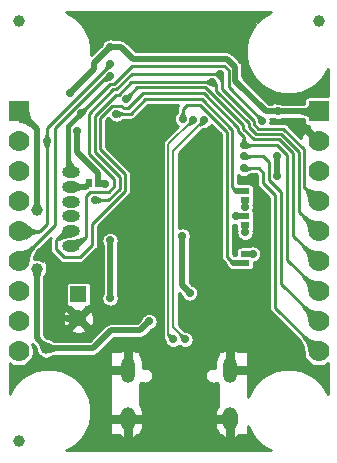
<source format=gbr>
G04 #@! TF.GenerationSoftware,KiCad,Pcbnew,5.1.6-c6e7f7d~87~ubuntu18.04.1*
G04 #@! TF.CreationDate,2022-06-29T16:43:55+03:00*
G04 #@! TF.ProjectId,ESP32-C3-DevKit-Lipo_Rev_A,45535033-322d-4433-932d-4465764b6974,A*
G04 #@! TF.SameCoordinates,Original*
G04 #@! TF.FileFunction,Copper,L2,Bot*
G04 #@! TF.FilePolarity,Positive*
%FSLAX46Y46*%
G04 Gerber Fmt 4.6, Leading zero omitted, Abs format (unit mm)*
G04 Created by KiCad (PCBNEW 5.1.6-c6e7f7d~87~ubuntu18.04.1) date 2022-06-29 16:43:55*
%MOMM*%
%LPD*%
G01*
G04 APERTURE LIST*
G04 #@! TA.AperFunction,ComponentPad*
%ADD10C,1.400000*%
G04 #@! TD*
G04 #@! TA.AperFunction,ComponentPad*
%ADD11R,1.400000X1.400000*%
G04 #@! TD*
G04 #@! TA.AperFunction,SMDPad,CuDef*
%ADD12R,0.762000X0.508000*%
G04 #@! TD*
G04 #@! TA.AperFunction,ConnectorPad*
%ADD13C,1.000000*%
G04 #@! TD*
G04 #@! TA.AperFunction,SMDPad,CuDef*
%ADD14R,0.508000X0.762000*%
G04 #@! TD*
G04 #@! TA.AperFunction,ComponentPad*
%ADD15O,1.500000X1.000000*%
G04 #@! TD*
G04 #@! TA.AperFunction,ComponentPad*
%ADD16C,1.778000*%
G04 #@! TD*
G04 #@! TA.AperFunction,ComponentPad*
%ADD17R,1.778000X1.778000*%
G04 #@! TD*
G04 #@! TA.AperFunction,ComponentPad*
%ADD18O,1.200000X2.200000*%
G04 #@! TD*
G04 #@! TA.AperFunction,ComponentPad*
%ADD19O,1.300000X2.000000*%
G04 #@! TD*
G04 #@! TA.AperFunction,ViaPad*
%ADD20C,1.000000*%
G04 #@! TD*
G04 #@! TA.AperFunction,ViaPad*
%ADD21C,0.700000*%
G04 #@! TD*
G04 #@! TA.AperFunction,Conductor*
%ADD22C,0.508000*%
G04 #@! TD*
G04 #@! TA.AperFunction,Conductor*
%ADD23C,0.762000*%
G04 #@! TD*
G04 #@! TA.AperFunction,Conductor*
%ADD24C,0.406400*%
G04 #@! TD*
G04 #@! TA.AperFunction,Conductor*
%ADD25C,0.254000*%
G04 #@! TD*
G04 #@! TA.AperFunction,Conductor*
%ADD26C,0.203200*%
G04 #@! TD*
G04 #@! TA.AperFunction,Conductor*
%ADD27C,0.025400*%
G04 #@! TD*
G04 APERTURE END LIST*
D10*
X135872220Y-103870760D03*
D11*
X135869680Y-101841300D03*
D12*
X149987000Y-95250000D03*
X149987000Y-96012000D03*
X149987000Y-93091000D03*
X149987000Y-93853000D03*
X149987000Y-99187000D03*
X149987000Y-98425000D03*
D13*
X130810000Y-114300000D03*
D14*
X136779000Y-92456000D03*
X137541000Y-92456000D03*
D15*
X135255000Y-97740000D03*
X135255000Y-96490000D03*
X135255000Y-95240000D03*
X135255000Y-93990000D03*
X135255000Y-92740000D03*
X135255000Y-91490000D03*
D16*
X130810000Y-106680000D03*
X130810000Y-101600000D03*
X130810000Y-104140000D03*
X130810000Y-99060000D03*
X130810000Y-96520000D03*
D17*
X130810000Y-86360000D03*
D16*
X130810000Y-88900000D03*
X130810000Y-91440000D03*
X130810000Y-93980000D03*
X156210000Y-93980000D03*
X156210000Y-91440000D03*
X156210000Y-88900000D03*
D17*
X156210000Y-86360000D03*
D16*
X156210000Y-96520000D03*
X156210000Y-99060000D03*
X156210000Y-104140000D03*
X156210000Y-101600000D03*
X156210000Y-106680000D03*
D18*
X140079000Y-108222000D03*
D19*
X140079000Y-112402000D03*
X148719000Y-112402000D03*
D18*
X148719000Y-108222000D03*
D13*
X130810000Y-78740000D03*
X156210000Y-78740000D03*
D20*
X132334000Y-94742000D03*
X133164210Y-106401771D03*
X132334004Y-99695000D03*
D21*
X141859000Y-104140000D03*
X148463000Y-104408201D03*
D20*
X139700000Y-103378000D03*
D21*
X139573000Y-99060000D03*
D20*
X152707200Y-85300782D03*
X146812000Y-95249999D03*
D21*
X141224000Y-90043000D03*
X150536881Y-83988875D03*
X149352000Y-105156000D03*
D20*
X133350000Y-98679000D03*
D21*
X146050000Y-97917000D03*
X146812000Y-93980000D03*
X147510500Y-79502000D03*
X139509500Y-79502000D03*
D20*
X136175882Y-78362000D03*
X150876002Y-78359000D03*
D21*
X140970000Y-79502000D03*
X142240000Y-79502000D03*
X143510000Y-79502000D03*
X144780000Y-79502000D03*
X146050000Y-79502000D03*
D20*
X136398000Y-114554000D03*
X139700000Y-114554000D03*
X142875000Y-114554000D03*
X146050000Y-114554000D03*
X148590000Y-114554000D03*
X150495000Y-114554000D03*
D21*
X145288000Y-101727014D03*
X152743510Y-86353360D03*
X152658653Y-90132209D03*
X152699210Y-91827524D03*
X138557000Y-80899000D03*
X138117822Y-92488861D03*
X144653000Y-96901000D03*
X135789867Y-88037859D03*
X135128000Y-84836000D03*
X151424192Y-87133533D03*
X136117457Y-86483493D03*
X144696832Y-86986716D03*
X133195203Y-88896910D03*
X138561783Y-82352115D03*
X149228278Y-95248499D03*
X138557000Y-97282002D03*
X138559500Y-102169000D03*
X149987000Y-94442778D03*
X150622000Y-98425000D03*
X149987000Y-96601790D03*
X139065000Y-86563676D03*
X138579340Y-83360330D03*
X147909790Y-83190590D03*
X149862599Y-89210635D03*
X137287000Y-93853000D03*
X147205235Y-83865210D03*
X139925050Y-85276467D03*
X149860000Y-90170000D03*
X149860000Y-91186000D03*
X144907000Y-105664000D03*
X146499900Y-87100466D03*
X143891000Y-105664000D03*
X145598701Y-87040210D03*
D22*
X132334028Y-94741972D02*
X132334000Y-94742000D01*
X130810000Y-86360000D02*
X132334028Y-87884028D01*
X132334028Y-87884028D02*
X132334028Y-94741972D01*
X133164210Y-106401771D02*
X132334004Y-105571565D01*
X132334004Y-105571565D02*
X132334004Y-99695000D01*
X141097000Y-104902000D02*
X141859000Y-104140000D01*
X138620500Y-104902000D02*
X141097000Y-104902000D01*
X133164210Y-106401771D02*
X137120729Y-106401771D01*
X137120729Y-106401771D02*
X138620500Y-104902000D01*
X139573000Y-103251000D02*
X139700000Y-103378000D01*
X139573000Y-99060000D02*
X139573000Y-103251000D01*
X151848788Y-85300782D02*
X150536881Y-83988875D01*
X152707200Y-85300782D02*
X151848788Y-85300782D01*
X139573000Y-95885000D02*
X139573000Y-99060000D01*
X141224000Y-90043000D02*
X141224000Y-94234000D01*
X141224000Y-94234000D02*
X139573000Y-95885000D01*
X134420003Y-103886000D02*
X133350000Y-102815997D01*
X133350000Y-102815997D02*
X133350000Y-98679000D01*
X135890000Y-103886000D02*
X134420003Y-103886000D01*
X149885421Y-83337415D02*
X149885421Y-79361173D01*
X150536881Y-83988875D02*
X149885421Y-83337415D01*
X149885421Y-79361173D02*
X150876002Y-78370592D01*
X150876002Y-78370592D02*
X150876002Y-78359000D01*
D23*
X140079000Y-108222000D02*
X138194000Y-108222000D01*
X140079000Y-108222000D02*
X140079000Y-106174000D01*
X140079000Y-112402000D02*
X138310000Y-112402000D01*
X140079000Y-112402000D02*
X141598000Y-112402000D01*
X148719000Y-105789000D02*
X149352000Y-105156000D01*
X148719000Y-108222000D02*
X148719000Y-105789000D01*
X148719000Y-108222000D02*
X150985000Y-108222000D01*
X148719000Y-112402000D02*
X146946000Y-112402000D01*
X148719000Y-112402000D02*
X148719000Y-114298000D01*
X140079000Y-112402000D02*
X140079000Y-114298000D01*
D22*
X156210000Y-86360000D02*
X152750150Y-86360000D01*
X152750150Y-86360000D02*
X152743510Y-86353360D01*
X152658653Y-90132209D02*
X152658653Y-91786967D01*
X152658653Y-91786967D02*
X152699210Y-91827524D01*
X138084961Y-92456000D02*
X138117822Y-92488861D01*
X137541000Y-92456000D02*
X138084961Y-92456000D01*
X144653000Y-101092014D02*
X144653000Y-96901000D01*
X145288000Y-101727014D02*
X144653000Y-101092014D01*
X137573861Y-92488861D02*
X138117822Y-92488861D01*
X137541000Y-92456000D02*
X137573861Y-92488861D01*
X137541000Y-91567000D02*
X135789867Y-89815867D01*
X137541000Y-92456000D02*
X137541000Y-91567000D01*
X135789867Y-89815867D02*
X135789867Y-88037859D01*
X139446000Y-80899000D02*
X138557000Y-80899000D01*
X151758360Y-86353360D02*
X149174203Y-83769203D01*
X152743510Y-86353360D02*
X151758360Y-86353360D01*
X140462000Y-81915000D02*
X139446000Y-80899000D01*
X149174203Y-83769203D02*
X149174203Y-82622104D01*
X149174203Y-82622104D02*
X148467099Y-81915000D01*
X148467099Y-81915000D02*
X140462000Y-81915000D01*
X137205209Y-82250791D02*
X137205209Y-82758791D01*
X138557000Y-80899000D02*
X137205209Y-82250791D01*
X137205209Y-82758791D02*
X135128000Y-84836000D01*
D24*
X135006598Y-87594352D02*
X136117457Y-86483493D01*
X135006598Y-91191598D02*
X135006598Y-87594352D01*
X135255000Y-91440000D02*
X135006598Y-91191598D01*
D25*
X151424192Y-87133533D02*
X148590000Y-84299341D01*
X138560419Y-84040531D02*
X136117457Y-86483493D01*
X148590000Y-82864100D02*
X148225111Y-82499211D01*
X138905837Y-84040531D02*
X138560419Y-84040531D01*
X148590000Y-84299341D02*
X148590000Y-82864100D01*
X140447157Y-82499211D02*
X138905837Y-84040531D01*
X148225111Y-82499211D02*
X140447157Y-82499211D01*
X145034000Y-85852000D02*
X144696832Y-86189168D01*
X146213397Y-85852000D02*
X145034000Y-85852000D01*
X148457935Y-88096538D02*
X146213397Y-85852000D01*
X148457935Y-98673935D02*
X148457935Y-88096538D01*
X148971000Y-99187000D02*
X148457935Y-98673935D01*
X144696832Y-86189168D02*
X144696832Y-86986716D01*
D22*
X149987000Y-99187000D02*
X148971000Y-99187000D01*
D25*
X133223000Y-95885000D02*
X133223000Y-88924707D01*
X130810000Y-96520000D02*
X132588000Y-96520000D01*
X133223000Y-88924707D02*
X133195203Y-88896910D01*
X132588000Y-96520000D02*
X133223000Y-95885000D01*
X133195203Y-88896910D02*
X133195203Y-87782504D01*
X138561783Y-82415924D02*
X138561783Y-82352115D01*
X133195203Y-87782504D02*
X138561783Y-82415924D01*
D22*
X149987000Y-95250000D02*
X149229779Y-95250000D01*
X149229779Y-95250000D02*
X149228278Y-95248499D01*
X138557000Y-97282002D02*
X138557000Y-102166500D01*
X138557000Y-102166500D02*
X138559500Y-102169000D01*
X149987000Y-93853000D02*
X149987000Y-94442778D01*
X149987000Y-98425000D02*
X150622000Y-98425000D01*
X149987000Y-96012000D02*
X149987000Y-96601790D01*
X135255000Y-92740000D02*
X136495000Y-92740000D01*
X136495000Y-92740000D02*
X136779000Y-92456000D01*
D25*
X130810000Y-99060000D02*
X133875413Y-95994587D01*
X133875413Y-95994587D02*
X133875413Y-87748887D01*
X133875413Y-87748887D02*
X138263970Y-83360330D01*
X138263970Y-83360330D02*
X138579340Y-83360330D01*
D22*
X149987000Y-93091000D02*
X149225000Y-93091000D01*
D25*
X140322971Y-86563676D02*
X139065000Y-86563676D01*
X146351990Y-85344000D02*
X141542647Y-85344000D01*
X141542647Y-85344000D02*
X140322971Y-86563676D01*
X148915146Y-87907156D02*
X146351990Y-85344000D01*
X149225000Y-93091000D02*
X148915146Y-92781146D01*
X148915146Y-92781146D02*
X148915146Y-87907156D01*
X148012445Y-84418083D02*
X148012445Y-83293245D01*
X150743990Y-87460031D02*
X150743990Y-87149628D01*
X150743990Y-87149628D02*
X148012445Y-84418083D01*
X148012445Y-83293245D02*
X147909790Y-83190590D01*
X151097694Y-87813735D02*
X150743990Y-87460031D01*
X154990799Y-92760799D02*
X154990799Y-89562612D01*
X153241921Y-87813735D02*
X151097694Y-87813735D01*
X154990799Y-89562612D02*
X153241921Y-87813735D01*
X156210000Y-93980000D02*
X154990799Y-92760799D01*
X147904200Y-83185000D02*
X147909790Y-83190590D01*
X136887702Y-93172798D02*
X138452017Y-93172798D01*
X138912578Y-92712238D02*
X138912578Y-92072764D01*
X136795869Y-86532921D02*
X138831048Y-84497742D01*
X136525000Y-93535500D02*
X136887702Y-93172798D01*
X138452017Y-93172798D02*
X138912578Y-92712238D01*
X140407961Y-83185000D02*
X147904200Y-83185000D01*
X136525000Y-96964500D02*
X136525000Y-93535500D01*
X135255000Y-97740000D02*
X135749500Y-97740000D01*
X138912578Y-92072764D02*
X136795869Y-89956055D01*
X135749500Y-97740000D02*
X136525000Y-96964500D01*
X136795869Y-89956055D02*
X136795869Y-86532921D01*
X138831048Y-84497742D02*
X139095219Y-84497742D01*
X139095219Y-84497742D02*
X140407961Y-83185000D01*
X152699043Y-89210635D02*
X149862599Y-89210635D01*
X156210000Y-101600000D02*
X153543000Y-98933000D01*
X153543000Y-98933000D02*
X153543000Y-90054592D01*
X153543000Y-90054592D02*
X152699043Y-89210635D01*
X149862599Y-88518419D02*
X149862599Y-89210635D01*
X139525351Y-85883466D02*
X139747885Y-86106000D01*
X140062209Y-86106000D02*
X141332209Y-84836000D01*
X133985000Y-97282000D02*
X133985000Y-98044000D01*
X138738510Y-85883466D02*
X139525351Y-85883466D01*
X137033000Y-95885002D02*
X139827000Y-93091002D01*
X137710291Y-89577291D02*
X137710291Y-86911685D01*
X139827000Y-91694000D02*
X137710291Y-89577291D01*
X139827000Y-93091002D02*
X139827000Y-91694000D01*
X137710291Y-86911685D02*
X138738510Y-85883466D01*
X137033000Y-97663000D02*
X137033000Y-95885002D01*
X136017000Y-98679000D02*
X137033000Y-97663000D01*
X135255000Y-96490000D02*
X134777000Y-96490000D01*
X139747885Y-86106000D02*
X140062209Y-86106000D01*
X134777000Y-96490000D02*
X133985000Y-97282000D01*
X133985000Y-98044000D02*
X134620000Y-98679000D01*
X134620000Y-98679000D02*
X136017000Y-98679000D01*
X141332209Y-84836000D02*
X146490583Y-84836000D01*
X146490583Y-84836000D02*
X149372357Y-87717774D01*
X149372357Y-87717774D02*
X149372357Y-88028177D01*
X149372357Y-88028177D02*
X149862599Y-88518419D01*
X150286779Y-87649413D02*
X150286779Y-87339010D01*
X147555234Y-84607465D02*
X147555234Y-84215209D01*
X150286779Y-87339010D02*
X147555234Y-84607465D01*
X156210000Y-96520000D02*
X154533588Y-94843588D01*
X154533588Y-94843588D02*
X154533588Y-89751995D01*
X147555234Y-84215209D02*
X147205235Y-83865210D01*
X154533588Y-89751995D02*
X153052539Y-88270946D01*
X153052539Y-88270946D02*
X150908312Y-88270946D01*
X150908312Y-88270946D02*
X150286779Y-87649413D01*
X139369789Y-91883381D02*
X137253080Y-89766673D01*
X137287000Y-93853000D02*
X138418408Y-93853000D01*
X137253080Y-86722303D02*
X139020430Y-84954953D01*
X138418408Y-93853000D02*
X139369789Y-92901620D01*
X139369789Y-92901620D02*
X139369789Y-91883381D01*
X137253080Y-89766673D02*
X137253080Y-86722303D01*
X139020430Y-84954953D02*
X139284601Y-84954953D01*
X139284601Y-84954953D02*
X140374344Y-83865210D01*
X140374344Y-83865210D02*
X147205235Y-83865210D01*
X154051000Y-89916000D02*
X152863157Y-88728157D01*
X154051000Y-96901000D02*
X154051000Y-89916000D01*
X156210000Y-99060000D02*
X154051000Y-96901000D01*
X149829568Y-87838795D02*
X149829568Y-87528392D01*
X150718930Y-88728157D02*
X149829568Y-87838795D01*
X149829568Y-87528392D02*
X146629176Y-84328000D01*
X152863157Y-88728157D02*
X150718930Y-88728157D01*
X146629176Y-84328000D02*
X140873517Y-84328000D01*
X140873517Y-84328000D02*
X139925050Y-85276467D01*
X149860000Y-90170000D02*
X151511000Y-90170000D01*
X151511000Y-90170000D02*
X152019000Y-90678000D01*
X152019000Y-90678000D02*
X152019000Y-92202000D01*
X152019000Y-92202000D02*
X153035000Y-93218000D01*
X153035000Y-93218000D02*
X153035000Y-100965000D01*
X153035000Y-100965000D02*
X156210000Y-104140000D01*
X151511000Y-91567000D02*
X151130000Y-91186000D01*
X151511000Y-92456000D02*
X151511000Y-91567000D01*
X151130000Y-91186000D02*
X149860000Y-91186000D01*
X152527000Y-93472000D02*
X151511000Y-92456000D01*
X156210000Y-106680000D02*
X152527000Y-102997000D01*
X152527000Y-102997000D02*
X152527000Y-93472000D01*
D26*
X143891000Y-89709366D02*
X146499900Y-87100466D01*
X143891000Y-104648000D02*
X143891000Y-89709366D01*
X144907000Y-105664000D02*
X143891000Y-104648000D01*
X143484589Y-105257589D02*
X143484589Y-89154322D01*
X143484589Y-89154322D02*
X145598701Y-87040210D01*
X143891000Y-105664000D02*
X143484589Y-105257589D01*
D25*
G36*
X144272403Y-85905573D02*
G01*
X144225231Y-85993826D01*
X144196183Y-86089584D01*
X144190772Y-86144526D01*
X144186375Y-86189168D01*
X144188832Y-86214113D01*
X144188832Y-86441742D01*
X144188363Y-86455261D01*
X144187873Y-86459803D01*
X144187521Y-86461696D01*
X144187186Y-86462111D01*
X144179144Y-86470614D01*
X144129027Y-86520731D01*
X144049028Y-86640458D01*
X143993924Y-86773491D01*
X143965832Y-86914719D01*
X143965832Y-87058713D01*
X143993924Y-87199941D01*
X144049028Y-87332974D01*
X144129027Y-87452701D01*
X144230847Y-87554521D01*
X144333380Y-87623031D01*
X143160102Y-88796310D01*
X143141689Y-88811421D01*
X143126578Y-88829834D01*
X143126576Y-88829836D01*
X143081381Y-88884907D01*
X143036567Y-88968746D01*
X143008973Y-89059716D01*
X142999654Y-89154322D01*
X143001990Y-89178037D01*
X143001989Y-105233884D01*
X142999654Y-105257589D01*
X143001989Y-105281294D01*
X143001989Y-105281295D01*
X143008972Y-105352194D01*
X143036567Y-105443165D01*
X143081380Y-105527004D01*
X143141688Y-105600490D01*
X143150379Y-105607622D01*
X143151740Y-105609693D01*
X143153123Y-105612245D01*
X143154402Y-105615174D01*
X143155757Y-105619156D01*
X143157177Y-105624803D01*
X143158520Y-105632721D01*
X143159512Y-105643305D01*
X143160000Y-105664182D01*
X143160000Y-105735997D01*
X143188092Y-105877225D01*
X143243196Y-106010258D01*
X143323195Y-106129985D01*
X143425015Y-106231805D01*
X143544742Y-106311804D01*
X143677775Y-106366908D01*
X143819003Y-106395000D01*
X143962997Y-106395000D01*
X144104225Y-106366908D01*
X144237258Y-106311804D01*
X144356985Y-106231805D01*
X144399000Y-106189790D01*
X144441015Y-106231805D01*
X144560742Y-106311804D01*
X144693775Y-106366908D01*
X144835003Y-106395000D01*
X144978997Y-106395000D01*
X145120225Y-106366908D01*
X145253258Y-106311804D01*
X145372985Y-106231805D01*
X145474805Y-106129985D01*
X145554804Y-106010258D01*
X145609908Y-105877225D01*
X145638000Y-105735997D01*
X145638000Y-105592003D01*
X145609908Y-105450775D01*
X145554804Y-105317742D01*
X145474805Y-105198015D01*
X145372985Y-105096195D01*
X145253258Y-105016196D01*
X145120225Y-104961092D01*
X144978997Y-104933000D01*
X144908136Y-104933000D01*
X144889304Y-104932478D01*
X144880897Y-104931586D01*
X144874158Y-104930311D01*
X144868445Y-104928730D01*
X144863086Y-104926748D01*
X144857471Y-104924117D01*
X144851100Y-104920463D01*
X144843554Y-104915292D01*
X144834604Y-104908089D01*
X144819525Y-104894026D01*
X144373600Y-104448101D01*
X144373600Y-101710639D01*
X144580596Y-101917635D01*
X144585092Y-101940239D01*
X144640196Y-102073272D01*
X144720195Y-102192999D01*
X144822015Y-102294819D01*
X144941742Y-102374818D01*
X145074775Y-102429922D01*
X145216003Y-102458014D01*
X145359997Y-102458014D01*
X145501225Y-102429922D01*
X145634258Y-102374818D01*
X145753985Y-102294819D01*
X145855805Y-102192999D01*
X145935804Y-102073272D01*
X145990908Y-101940239D01*
X146019000Y-101799011D01*
X146019000Y-101655017D01*
X145990908Y-101513789D01*
X145935804Y-101380756D01*
X145855805Y-101261029D01*
X145753985Y-101159209D01*
X145634258Y-101079210D01*
X145501225Y-101024106D01*
X145478621Y-101019610D01*
X145288000Y-100828989D01*
X145288000Y-97266421D01*
X145300804Y-97247258D01*
X145355908Y-97114225D01*
X145384000Y-96972997D01*
X145384000Y-96829003D01*
X145355908Y-96687775D01*
X145300804Y-96554742D01*
X145220805Y-96435015D01*
X145118985Y-96333195D01*
X144999258Y-96253196D01*
X144866225Y-96198092D01*
X144724997Y-96170000D01*
X144581003Y-96170000D01*
X144439775Y-96198092D01*
X144373600Y-96225503D01*
X144373600Y-89909265D01*
X146412420Y-87870446D01*
X146427512Y-87856370D01*
X146436454Y-87849173D01*
X146444000Y-87844002D01*
X146450371Y-87840348D01*
X146455986Y-87837717D01*
X146461345Y-87835735D01*
X146467058Y-87834154D01*
X146473797Y-87832879D01*
X146482203Y-87831987D01*
X146501019Y-87831466D01*
X146571897Y-87831466D01*
X146713125Y-87803374D01*
X146846158Y-87748270D01*
X146965885Y-87668271D01*
X147067705Y-87566451D01*
X147124471Y-87481495D01*
X147949936Y-88306960D01*
X147949935Y-98648991D01*
X147947478Y-98673935D01*
X147949935Y-98698879D01*
X147949935Y-98698881D01*
X147957286Y-98773519D01*
X147986334Y-98869277D01*
X148033506Y-98957530D01*
X148096987Y-99034883D01*
X148116370Y-99050790D01*
X148341706Y-99276126D01*
X148345188Y-99311482D01*
X148381498Y-99431180D01*
X148440463Y-99541494D01*
X148519815Y-99638185D01*
X148616506Y-99717537D01*
X148726820Y-99776502D01*
X148846518Y-99812812D01*
X148939808Y-99822000D01*
X149587287Y-99822000D01*
X149606000Y-99823843D01*
X150368000Y-99823843D01*
X150442689Y-99816487D01*
X150514508Y-99794701D01*
X150580696Y-99759322D01*
X150638711Y-99711711D01*
X150686322Y-99653696D01*
X150721701Y-99587508D01*
X150743487Y-99515689D01*
X150750843Y-99441000D01*
X150750843Y-99144693D01*
X150835225Y-99127908D01*
X150968258Y-99072804D01*
X151087985Y-98992805D01*
X151189805Y-98890985D01*
X151269804Y-98771258D01*
X151324908Y-98638225D01*
X151353000Y-98496997D01*
X151353000Y-98353003D01*
X151324908Y-98211775D01*
X151269804Y-98078742D01*
X151189805Y-97959015D01*
X151087985Y-97857195D01*
X150968258Y-97777196D01*
X150835225Y-97722092D01*
X150693997Y-97694000D01*
X150550003Y-97694000D01*
X150408775Y-97722092D01*
X150275742Y-97777196D01*
X150259338Y-97788157D01*
X149606000Y-97788157D01*
X149531311Y-97795513D01*
X149459492Y-97817299D01*
X149393304Y-97852678D01*
X149335289Y-97900289D01*
X149287678Y-97958304D01*
X149252299Y-98024492D01*
X149230513Y-98096311D01*
X149223157Y-98171000D01*
X149223157Y-98552000D01*
X149054420Y-98552000D01*
X148965935Y-98463515D01*
X148965935Y-95931062D01*
X149015053Y-95951407D01*
X149156281Y-95979499D01*
X149223157Y-95979499D01*
X149223157Y-96266000D01*
X149230513Y-96340689D01*
X149252299Y-96412508D01*
X149271999Y-96449363D01*
X149256000Y-96529793D01*
X149256000Y-96673787D01*
X149284092Y-96815015D01*
X149339196Y-96948048D01*
X149419195Y-97067775D01*
X149521015Y-97169595D01*
X149640742Y-97249594D01*
X149773775Y-97304698D01*
X149915003Y-97332790D01*
X150058997Y-97332790D01*
X150200225Y-97304698D01*
X150333258Y-97249594D01*
X150452985Y-97169595D01*
X150554805Y-97067775D01*
X150634804Y-96948048D01*
X150689908Y-96815015D01*
X150718000Y-96673787D01*
X150718000Y-96529793D01*
X150702001Y-96449363D01*
X150721701Y-96412508D01*
X150743487Y-96340689D01*
X150750843Y-96266000D01*
X150750843Y-95758000D01*
X150743487Y-95683311D01*
X150727619Y-95631000D01*
X150743487Y-95578689D01*
X150750843Y-95504000D01*
X150750843Y-94996000D01*
X150743487Y-94921311D01*
X150721701Y-94849492D01*
X150686322Y-94783304D01*
X150653662Y-94743508D01*
X150689908Y-94656003D01*
X150718000Y-94514775D01*
X150718000Y-94370781D01*
X150702003Y-94290359D01*
X150721701Y-94253508D01*
X150743487Y-94181689D01*
X150750843Y-94107000D01*
X150750843Y-93599000D01*
X150743487Y-93524311D01*
X150727619Y-93472000D01*
X150743487Y-93419689D01*
X150750843Y-93345000D01*
X150750843Y-92837000D01*
X150743487Y-92762311D01*
X150721701Y-92690492D01*
X150686322Y-92624304D01*
X150638711Y-92566289D01*
X150580696Y-92518678D01*
X150514508Y-92483299D01*
X150442689Y-92461513D01*
X150368000Y-92454157D01*
X149606000Y-92454157D01*
X149587287Y-92456000D01*
X149423146Y-92456000D01*
X149423146Y-91773270D01*
X149513742Y-91833804D01*
X149646775Y-91888908D01*
X149788003Y-91917000D01*
X149931997Y-91917000D01*
X150073225Y-91888908D01*
X150206258Y-91833804D01*
X150325985Y-91753805D01*
X150376100Y-91703690D01*
X150384613Y-91695638D01*
X150385019Y-91695310D01*
X150386912Y-91694958D01*
X150391440Y-91694470D01*
X150404981Y-91694000D01*
X150919580Y-91694000D01*
X151003001Y-91777421D01*
X151003000Y-92431055D01*
X151000543Y-92456000D01*
X151003000Y-92480944D01*
X151003000Y-92480946D01*
X151010351Y-92555584D01*
X151039399Y-92651342D01*
X151086571Y-92739595D01*
X151150052Y-92816948D01*
X151169435Y-92832855D01*
X152019001Y-93682422D01*
X152019000Y-102972056D01*
X152016543Y-102997000D01*
X152019000Y-103021944D01*
X152019000Y-103021946D01*
X152026351Y-103096584D01*
X152055399Y-103192342D01*
X152102571Y-103280595D01*
X152166052Y-103357948D01*
X152185435Y-103373855D01*
X154545258Y-105733678D01*
X154627776Y-105822182D01*
X154696084Y-105907132D01*
X154755084Y-105993340D01*
X154805290Y-106081057D01*
X154847162Y-106170643D01*
X154881098Y-106262673D01*
X154907323Y-106357717D01*
X154925932Y-106456494D01*
X154936828Y-106559556D01*
X154940000Y-106674736D01*
X154940000Y-106805084D01*
X154988805Y-107050445D01*
X155084541Y-107281571D01*
X155223527Y-107489578D01*
X155400422Y-107666473D01*
X155608429Y-107805459D01*
X155839555Y-107901195D01*
X156084916Y-107950000D01*
X156335084Y-107950000D01*
X156580445Y-107901195D01*
X156811571Y-107805459D01*
X156972000Y-107698264D01*
X156972000Y-110253924D01*
X156884206Y-110041971D01*
X156487275Y-109447922D01*
X155982078Y-108942725D01*
X155388029Y-108545794D01*
X154727957Y-108272383D01*
X154027228Y-108133000D01*
X153312772Y-108133000D01*
X152612043Y-108272383D01*
X151951971Y-108545794D01*
X151357922Y-108942725D01*
X150852725Y-109447922D01*
X150455794Y-110041971D01*
X150241000Y-110560529D01*
X150241000Y-106807000D01*
X150238560Y-106782224D01*
X150231333Y-106758399D01*
X150219597Y-106736443D01*
X150203803Y-106717197D01*
X150184557Y-106701403D01*
X150162601Y-106689667D01*
X150138776Y-106682440D01*
X150114000Y-106680000D01*
X149400064Y-106680000D01*
X149246734Y-106589299D01*
X149098039Y-106546605D01*
X148909500Y-106662744D01*
X148909500Y-106680000D01*
X148528500Y-106680000D01*
X148528500Y-106662744D01*
X148339961Y-106546605D01*
X148191266Y-106589299D01*
X148037936Y-106680000D01*
X147828000Y-106680000D01*
X147803224Y-106682440D01*
X147779399Y-106689667D01*
X147757443Y-106701403D01*
X147738197Y-106717197D01*
X147722403Y-106736443D01*
X147710667Y-106758399D01*
X147703440Y-106782224D01*
X147701000Y-106807000D01*
X147701000Y-107006658D01*
X147650910Y-107073387D01*
X147544895Y-107294224D01*
X147484000Y-107531500D01*
X147484000Y-108066447D01*
X147356073Y-108041000D01*
X147221927Y-108041000D01*
X147090360Y-108067171D01*
X146966426Y-108118506D01*
X146854888Y-108193033D01*
X146760033Y-108287888D01*
X146685506Y-108399426D01*
X146634171Y-108523360D01*
X146608000Y-108654927D01*
X146608000Y-108789073D01*
X146634171Y-108920640D01*
X146685506Y-109044574D01*
X146760033Y-109156112D01*
X146854888Y-109250967D01*
X146966426Y-109325494D01*
X147090360Y-109376829D01*
X147221927Y-109403000D01*
X147356073Y-109403000D01*
X147487640Y-109376829D01*
X147611574Y-109325494D01*
X147624957Y-109316552D01*
X147650910Y-109370613D01*
X147701000Y-109437342D01*
X147701000Y-111240601D01*
X147658490Y-111288882D01*
X147529990Y-111510440D01*
X147447183Y-111752810D01*
X147413252Y-112006678D01*
X147580988Y-112211500D01*
X147701000Y-112211500D01*
X147701000Y-112592500D01*
X147580988Y-112592500D01*
X147413252Y-112797322D01*
X147447183Y-113051190D01*
X147529990Y-113293560D01*
X147658490Y-113515118D01*
X147701000Y-113563399D01*
X147701000Y-113665000D01*
X147703440Y-113689776D01*
X147710667Y-113713601D01*
X147722403Y-113735557D01*
X147738197Y-113754803D01*
X147757443Y-113770597D01*
X147779399Y-113782333D01*
X147803224Y-113789560D01*
X147828000Y-113792000D01*
X147938513Y-113792000D01*
X148031249Y-113862869D01*
X148261184Y-113975698D01*
X148332048Y-113977355D01*
X148528500Y-113862022D01*
X148528500Y-113792000D01*
X148909500Y-113792000D01*
X148909500Y-113862022D01*
X149105952Y-113977355D01*
X149176816Y-113975698D01*
X149406751Y-113862869D01*
X149499487Y-113792000D01*
X150114000Y-113792000D01*
X150138776Y-113789560D01*
X150162601Y-113782333D01*
X150184557Y-113770597D01*
X150203803Y-113754803D01*
X150219597Y-113735557D01*
X150231333Y-113713601D01*
X150238560Y-113689776D01*
X150241000Y-113665000D01*
X150241000Y-112959471D01*
X150455794Y-113478029D01*
X150852725Y-114072078D01*
X151357922Y-114577275D01*
X151951971Y-114974206D01*
X152163924Y-115062000D01*
X134856076Y-115062000D01*
X135068029Y-114974206D01*
X135662078Y-114577275D01*
X136167275Y-114072078D01*
X136564206Y-113478029D01*
X136837617Y-112817957D01*
X136977000Y-112117228D01*
X136977000Y-111402772D01*
X136837617Y-110702043D01*
X136564206Y-110041971D01*
X136167275Y-109447922D01*
X135662078Y-108942725D01*
X135068029Y-108545794D01*
X134407957Y-108272383D01*
X133707228Y-108133000D01*
X132992772Y-108133000D01*
X132292043Y-108272383D01*
X131631971Y-108545794D01*
X131037922Y-108942725D01*
X130532725Y-109447922D01*
X130135794Y-110041971D01*
X130048000Y-110253924D01*
X130048000Y-107698264D01*
X130208429Y-107805459D01*
X130439555Y-107901195D01*
X130684916Y-107950000D01*
X130935084Y-107950000D01*
X131180445Y-107901195D01*
X131411571Y-107805459D01*
X131619578Y-107666473D01*
X131796473Y-107489578D01*
X131935459Y-107281571D01*
X132031195Y-107050445D01*
X132080000Y-106805084D01*
X132080000Y-106554916D01*
X132031195Y-106309555D01*
X131935459Y-106078429D01*
X131920588Y-106056173D01*
X132252242Y-106387828D01*
X132268633Y-106405053D01*
X132278460Y-106416556D01*
X132283210Y-106422840D01*
X132283210Y-106488542D01*
X132317066Y-106658749D01*
X132383478Y-106819081D01*
X132479892Y-106963376D01*
X132602605Y-107086089D01*
X132746900Y-107182503D01*
X132907232Y-107248915D01*
X133077439Y-107282771D01*
X133250981Y-107282771D01*
X133421188Y-107248915D01*
X133581520Y-107182503D01*
X133725815Y-107086089D01*
X133772275Y-107039629D01*
X133780073Y-107038545D01*
X133795150Y-107037360D01*
X133818896Y-107036771D01*
X137089548Y-107036771D01*
X137120729Y-107039842D01*
X137151910Y-107036771D01*
X137151921Y-107036771D01*
X137245211Y-107027583D01*
X137364909Y-106991273D01*
X137475223Y-106932308D01*
X137571914Y-106852956D01*
X137591803Y-106828721D01*
X137613524Y-106807000D01*
X138557000Y-106807000D01*
X138557000Y-113665000D01*
X138559440Y-113689776D01*
X138566667Y-113713601D01*
X138578403Y-113735557D01*
X138594197Y-113754803D01*
X138613443Y-113770597D01*
X138635399Y-113782333D01*
X138659224Y-113789560D01*
X138684000Y-113792000D01*
X139298513Y-113792000D01*
X139391249Y-113862869D01*
X139621184Y-113975698D01*
X139692048Y-113977355D01*
X139888500Y-113862022D01*
X139888500Y-113792000D01*
X140269500Y-113792000D01*
X140269500Y-113862022D01*
X140465952Y-113977355D01*
X140536816Y-113975698D01*
X140766751Y-113862869D01*
X140859487Y-113792000D01*
X140970000Y-113792000D01*
X140994776Y-113789560D01*
X141018601Y-113782333D01*
X141040557Y-113770597D01*
X141059803Y-113754803D01*
X141075597Y-113735557D01*
X141087333Y-113713601D01*
X141094560Y-113689776D01*
X141097000Y-113665000D01*
X141097000Y-113563399D01*
X141139510Y-113515118D01*
X141268010Y-113293560D01*
X141350817Y-113051190D01*
X141384748Y-112797322D01*
X141217012Y-112592500D01*
X141097000Y-112592500D01*
X141097000Y-112211500D01*
X141217012Y-112211500D01*
X141384748Y-112006678D01*
X141350817Y-111752810D01*
X141268010Y-111510440D01*
X141139510Y-111288882D01*
X141097000Y-111240601D01*
X141097000Y-109437342D01*
X141147090Y-109370613D01*
X141173043Y-109316552D01*
X141186426Y-109325494D01*
X141310360Y-109376829D01*
X141441927Y-109403000D01*
X141576073Y-109403000D01*
X141707640Y-109376829D01*
X141831574Y-109325494D01*
X141943112Y-109250967D01*
X142037967Y-109156112D01*
X142112494Y-109044574D01*
X142163829Y-108920640D01*
X142190000Y-108789073D01*
X142190000Y-108654927D01*
X142163829Y-108523360D01*
X142112494Y-108399426D01*
X142037967Y-108287888D01*
X141943112Y-108193033D01*
X141831574Y-108118506D01*
X141707640Y-108067171D01*
X141576073Y-108041000D01*
X141441927Y-108041000D01*
X141314000Y-108066447D01*
X141314000Y-107531500D01*
X141253105Y-107294224D01*
X141147090Y-107073387D01*
X141097000Y-107006658D01*
X141097000Y-106807000D01*
X141094560Y-106782224D01*
X141087333Y-106758399D01*
X141075597Y-106736443D01*
X141059803Y-106717197D01*
X141040557Y-106701403D01*
X141018601Y-106689667D01*
X140994776Y-106682440D01*
X140970000Y-106680000D01*
X140760064Y-106680000D01*
X140606734Y-106589299D01*
X140458039Y-106546605D01*
X140269500Y-106662744D01*
X140269500Y-106680000D01*
X139888500Y-106680000D01*
X139888500Y-106662744D01*
X139699961Y-106546605D01*
X139551266Y-106589299D01*
X139397936Y-106680000D01*
X138684000Y-106680000D01*
X138659224Y-106682440D01*
X138635399Y-106689667D01*
X138613443Y-106701403D01*
X138594197Y-106717197D01*
X138578403Y-106736443D01*
X138566667Y-106758399D01*
X138559440Y-106782224D01*
X138557000Y-106807000D01*
X137613524Y-106807000D01*
X138883526Y-105537000D01*
X141065819Y-105537000D01*
X141097000Y-105540071D01*
X141128181Y-105537000D01*
X141128192Y-105537000D01*
X141221482Y-105527812D01*
X141341180Y-105491502D01*
X141451494Y-105432537D01*
X141548185Y-105353185D01*
X141568074Y-105328950D01*
X142049621Y-104847404D01*
X142072225Y-104842908D01*
X142205258Y-104787804D01*
X142324985Y-104707805D01*
X142426805Y-104605985D01*
X142506804Y-104486258D01*
X142561908Y-104353225D01*
X142590000Y-104211997D01*
X142590000Y-104068003D01*
X142561908Y-103926775D01*
X142506804Y-103793742D01*
X142426805Y-103674015D01*
X142324985Y-103572195D01*
X142205258Y-103492196D01*
X142072225Y-103437092D01*
X141930997Y-103409000D01*
X141787003Y-103409000D01*
X141645775Y-103437092D01*
X141512742Y-103492196D01*
X141393015Y-103572195D01*
X141291195Y-103674015D01*
X141211196Y-103793742D01*
X141156092Y-103926775D01*
X141151596Y-103949379D01*
X140833975Y-104267000D01*
X138651680Y-104267000D01*
X138620499Y-104263929D01*
X138589318Y-104267000D01*
X138589308Y-104267000D01*
X138496018Y-104276188D01*
X138376320Y-104312498D01*
X138333581Y-104335343D01*
X138266005Y-104371463D01*
X138193542Y-104430932D01*
X138193539Y-104430935D01*
X138169315Y-104450815D01*
X138149434Y-104475040D01*
X136857705Y-105766771D01*
X133818910Y-105766771D01*
X133795151Y-105766181D01*
X133780073Y-105764996D01*
X133772273Y-105763911D01*
X133725815Y-105717453D01*
X133581520Y-105621039D01*
X133421188Y-105554627D01*
X133250981Y-105520771D01*
X133185279Y-105520771D01*
X133178995Y-105516021D01*
X133167492Y-105506194D01*
X133150267Y-105489803D01*
X132969004Y-105308541D01*
X132969004Y-103746013D01*
X134536574Y-103746013D01*
X134537901Y-104008981D01*
X134590506Y-104266638D01*
X134685983Y-104497141D01*
X134912134Y-104561438D01*
X135135976Y-104337596D01*
X135158112Y-104349962D01*
X135200294Y-104378562D01*
X135241442Y-104411763D01*
X135285035Y-104453010D01*
X135294947Y-104461468D01*
X135316081Y-104474628D01*
X135339376Y-104483412D01*
X135363938Y-104487482D01*
X135388821Y-104486683D01*
X135413071Y-104481044D01*
X135435754Y-104470783D01*
X135685720Y-104326668D01*
X135181542Y-104830846D01*
X135245839Y-105056997D01*
X135489298Y-105156405D01*
X135747473Y-105206406D01*
X136010441Y-105205079D01*
X136268098Y-105152474D01*
X136498601Y-105056997D01*
X136562898Y-104830846D01*
X135922314Y-104190262D01*
X136264086Y-103993218D01*
X136832306Y-104561438D01*
X137058457Y-104497141D01*
X137157865Y-104253682D01*
X137207866Y-103995507D01*
X137206539Y-103732539D01*
X137153934Y-103474882D01*
X137058457Y-103244379D01*
X136832306Y-103180082D01*
X136264086Y-103748302D01*
X135922314Y-103551258D01*
X136549429Y-102924143D01*
X136569680Y-102924143D01*
X136644369Y-102916787D01*
X136716188Y-102895001D01*
X136782376Y-102859622D01*
X136840391Y-102812011D01*
X136888002Y-102753996D01*
X136923381Y-102687808D01*
X136945167Y-102615989D01*
X136952523Y-102541300D01*
X136952523Y-101141300D01*
X136945167Y-101066611D01*
X136923381Y-100994792D01*
X136888002Y-100928604D01*
X136840391Y-100870589D01*
X136782376Y-100822978D01*
X136716188Y-100787599D01*
X136644369Y-100765813D01*
X136569680Y-100758457D01*
X135169680Y-100758457D01*
X135094991Y-100765813D01*
X135023172Y-100787599D01*
X134956984Y-100822978D01*
X134898969Y-100870589D01*
X134851358Y-100928604D01*
X134815979Y-100994792D01*
X134794193Y-101066611D01*
X134786837Y-101141300D01*
X134786837Y-102541300D01*
X134794193Y-102615989D01*
X134815979Y-102687808D01*
X134851358Y-102753996D01*
X134898969Y-102812011D01*
X134956984Y-102859622D01*
X135023172Y-102895001D01*
X135094991Y-102916787D01*
X135169680Y-102924143D01*
X135195011Y-102924143D01*
X135685720Y-103414852D01*
X135435754Y-103270737D01*
X135423754Y-103264642D01*
X135400112Y-103256839D01*
X135375402Y-103253798D01*
X135350574Y-103255637D01*
X135326581Y-103262284D01*
X135304346Y-103273484D01*
X135284724Y-103288806D01*
X135240759Y-103330688D01*
X135198723Y-103365387D01*
X135155436Y-103396028D01*
X135138326Y-103406274D01*
X134912134Y-103180082D01*
X134685983Y-103244379D01*
X134586575Y-103487838D01*
X134536574Y-103746013D01*
X132969004Y-103746013D01*
X132969004Y-100349686D01*
X132969593Y-100325940D01*
X132970778Y-100310863D01*
X132971862Y-100303065D01*
X133018322Y-100256605D01*
X133114736Y-100112310D01*
X133181148Y-99951978D01*
X133215004Y-99781771D01*
X133215004Y-99608229D01*
X133184724Y-99455999D01*
X133603999Y-99455999D01*
X133625680Y-99454135D01*
X133649677Y-99447500D01*
X133671917Y-99436312D01*
X133691548Y-99421000D01*
X133707814Y-99402152D01*
X133720091Y-99380493D01*
X133727906Y-99356855D01*
X133730960Y-99332147D01*
X133731836Y-99296833D01*
X133734151Y-99267387D01*
X133737850Y-99240781D01*
X133742775Y-99217008D01*
X133748744Y-99196046D01*
X133755570Y-99177789D01*
X133763081Y-99162051D01*
X133771155Y-99148562D01*
X133779762Y-99136979D01*
X133793549Y-99121964D01*
X133813869Y-99092311D01*
X133822653Y-99069016D01*
X133826723Y-99044454D01*
X133825924Y-99019571D01*
X133820285Y-98995321D01*
X133810024Y-98972638D01*
X133460024Y-98365567D01*
X133450709Y-98351626D01*
X133433679Y-98333465D01*
X133413433Y-98318976D01*
X133390750Y-98308715D01*
X133366500Y-98303076D01*
X133341617Y-98302277D01*
X133317055Y-98306347D01*
X133293760Y-98315131D01*
X133272626Y-98328291D01*
X133254465Y-98345321D01*
X133239976Y-98365567D01*
X132889976Y-98972638D01*
X132879144Y-98999680D01*
X132751314Y-98914268D01*
X132590982Y-98847856D01*
X132420775Y-98814000D01*
X132247233Y-98814000D01*
X132093206Y-98844638D01*
X132094067Y-98836494D01*
X132112676Y-98737717D01*
X132138901Y-98642673D01*
X132172837Y-98550643D01*
X132214709Y-98461057D01*
X132264915Y-98373340D01*
X132323915Y-98287132D01*
X132392223Y-98202182D01*
X132474740Y-98113680D01*
X133526761Y-97061659D01*
X133513399Y-97086658D01*
X133484351Y-97182416D01*
X133477831Y-97248616D01*
X133474543Y-97282000D01*
X133477000Y-97306945D01*
X133477001Y-98019046D01*
X133474543Y-98044000D01*
X133481719Y-98116850D01*
X133484352Y-98143585D01*
X133493362Y-98173287D01*
X133513400Y-98239343D01*
X133560571Y-98327595D01*
X133580293Y-98351626D01*
X133624053Y-98404948D01*
X133643430Y-98420850D01*
X134243145Y-99020565D01*
X134259052Y-99039948D01*
X134336405Y-99103429D01*
X134424657Y-99150601D01*
X134520415Y-99179649D01*
X134595053Y-99187000D01*
X134595056Y-99187000D01*
X134620000Y-99189457D01*
X134644944Y-99187000D01*
X135992056Y-99187000D01*
X136017000Y-99189457D01*
X136041944Y-99187000D01*
X136041947Y-99187000D01*
X136116585Y-99179649D01*
X136212343Y-99150601D01*
X136300595Y-99103429D01*
X136377948Y-99039948D01*
X136393855Y-99020565D01*
X137374571Y-98039850D01*
X137393948Y-98023948D01*
X137428049Y-97982395D01*
X137457429Y-97946596D01*
X137490651Y-97884441D01*
X137504601Y-97858343D01*
X137533649Y-97762585D01*
X137541000Y-97687947D01*
X137541000Y-97687944D01*
X137543457Y-97663000D01*
X137541000Y-97638056D01*
X137541000Y-97210005D01*
X137826000Y-97210005D01*
X137826000Y-97353999D01*
X137854092Y-97495227D01*
X137909196Y-97628260D01*
X137922000Y-97647423D01*
X137922001Y-101807320D01*
X137911696Y-101822742D01*
X137856592Y-101955775D01*
X137828500Y-102097003D01*
X137828500Y-102240997D01*
X137856592Y-102382225D01*
X137911696Y-102515258D01*
X137991695Y-102634985D01*
X138093515Y-102736805D01*
X138213242Y-102816804D01*
X138346275Y-102871908D01*
X138487503Y-102900000D01*
X138631497Y-102900000D01*
X138772725Y-102871908D01*
X138905758Y-102816804D01*
X139025485Y-102736805D01*
X139127305Y-102634985D01*
X139153363Y-102595985D01*
X139192100Y-102595985D01*
X139193560Y-102620839D01*
X139199840Y-102644930D01*
X139222082Y-102705263D01*
X139238984Y-102757852D01*
X139251376Y-102804444D01*
X139259418Y-102844653D01*
X139263417Y-102877898D01*
X139263978Y-102903467D01*
X139262207Y-102920756D01*
X139259858Y-102929626D01*
X139258973Y-102931449D01*
X139250966Y-102941423D01*
X139236131Y-102964689D01*
X139227347Y-102987984D01*
X139223277Y-103012546D01*
X139224076Y-103037429D01*
X139229715Y-103061679D01*
X139239976Y-103084362D01*
X139589976Y-103691433D01*
X139599291Y-103705374D01*
X139616321Y-103723535D01*
X139636567Y-103738024D01*
X139659250Y-103748285D01*
X139683500Y-103753924D01*
X139708383Y-103754723D01*
X139732945Y-103750653D01*
X139756240Y-103741869D01*
X139777374Y-103728709D01*
X139795535Y-103711679D01*
X139810024Y-103691433D01*
X140160024Y-103084362D01*
X140173469Y-103050667D01*
X140176898Y-103026008D01*
X140175451Y-103001154D01*
X140169183Y-102977060D01*
X140158334Y-102954651D01*
X140143322Y-102934790D01*
X140127359Y-102917496D01*
X140112958Y-102899059D01*
X140096337Y-102874703D01*
X140078047Y-102844714D01*
X140058389Y-102809244D01*
X140037579Y-102768462D01*
X140015810Y-102722596D01*
X139993119Y-102671621D01*
X139969609Y-102615690D01*
X139944947Y-102553914D01*
X139932596Y-102530444D01*
X139916802Y-102511198D01*
X139897556Y-102495404D01*
X139875600Y-102483668D01*
X139851775Y-102476441D01*
X139826999Y-102474001D01*
X139319001Y-102474001D01*
X139299163Y-102475560D01*
X139275072Y-102481840D01*
X139252669Y-102492700D01*
X139232815Y-102507722D01*
X139216273Y-102526328D01*
X139203679Y-102547804D01*
X139195517Y-102571324D01*
X139192100Y-102595985D01*
X139153363Y-102595985D01*
X139207304Y-102515258D01*
X139262408Y-102382225D01*
X139290500Y-102240997D01*
X139290500Y-102097003D01*
X139262408Y-101955775D01*
X139207304Y-101822742D01*
X139192000Y-101799838D01*
X139192000Y-97647423D01*
X139204804Y-97628260D01*
X139259908Y-97495227D01*
X139288000Y-97353999D01*
X139288000Y-97210005D01*
X139259908Y-97068777D01*
X139204804Y-96935744D01*
X139124805Y-96816017D01*
X139022985Y-96714197D01*
X138903258Y-96634198D01*
X138770225Y-96579094D01*
X138628997Y-96551002D01*
X138485003Y-96551002D01*
X138343775Y-96579094D01*
X138210742Y-96634198D01*
X138091015Y-96714197D01*
X137989195Y-96816017D01*
X137909196Y-96935744D01*
X137854092Y-97068777D01*
X137826000Y-97210005D01*
X137541000Y-97210005D01*
X137541000Y-96095422D01*
X140168565Y-93467857D01*
X140187948Y-93451950D01*
X140251429Y-93374597D01*
X140298601Y-93286345D01*
X140327649Y-93190587D01*
X140335000Y-93115949D01*
X140335000Y-93115946D01*
X140337457Y-93091002D01*
X140335000Y-93066058D01*
X140335000Y-91718944D01*
X140337457Y-91694000D01*
X140334757Y-91666584D01*
X140327649Y-91594415D01*
X140298601Y-91498657D01*
X140251429Y-91410405D01*
X140187948Y-91333052D01*
X140168565Y-91317145D01*
X138218291Y-89366871D01*
X138218291Y-87122105D01*
X138422510Y-86917887D01*
X138497195Y-87029661D01*
X138599015Y-87131481D01*
X138718742Y-87211480D01*
X138851775Y-87266584D01*
X138993003Y-87294676D01*
X139136997Y-87294676D01*
X139278225Y-87266584D01*
X139411258Y-87211480D01*
X139530985Y-87131481D01*
X139581100Y-87081366D01*
X139589613Y-87073314D01*
X139590019Y-87072986D01*
X139591912Y-87072634D01*
X139596440Y-87072146D01*
X139609981Y-87071676D01*
X140298027Y-87071676D01*
X140322971Y-87074133D01*
X140347915Y-87071676D01*
X140347918Y-87071676D01*
X140422556Y-87064325D01*
X140518314Y-87035277D01*
X140606566Y-86988105D01*
X140683919Y-86924624D01*
X140699826Y-86905241D01*
X141753068Y-85852000D01*
X144316369Y-85852000D01*
X144272403Y-85905573D01*
G37*
X144272403Y-85905573D02*
X144225231Y-85993826D01*
X144196183Y-86089584D01*
X144190772Y-86144526D01*
X144186375Y-86189168D01*
X144188832Y-86214113D01*
X144188832Y-86441742D01*
X144188363Y-86455261D01*
X144187873Y-86459803D01*
X144187521Y-86461696D01*
X144187186Y-86462111D01*
X144179144Y-86470614D01*
X144129027Y-86520731D01*
X144049028Y-86640458D01*
X143993924Y-86773491D01*
X143965832Y-86914719D01*
X143965832Y-87058713D01*
X143993924Y-87199941D01*
X144049028Y-87332974D01*
X144129027Y-87452701D01*
X144230847Y-87554521D01*
X144333380Y-87623031D01*
X143160102Y-88796310D01*
X143141689Y-88811421D01*
X143126578Y-88829834D01*
X143126576Y-88829836D01*
X143081381Y-88884907D01*
X143036567Y-88968746D01*
X143008973Y-89059716D01*
X142999654Y-89154322D01*
X143001990Y-89178037D01*
X143001989Y-105233884D01*
X142999654Y-105257589D01*
X143001989Y-105281294D01*
X143001989Y-105281295D01*
X143008972Y-105352194D01*
X143036567Y-105443165D01*
X143081380Y-105527004D01*
X143141688Y-105600490D01*
X143150379Y-105607622D01*
X143151740Y-105609693D01*
X143153123Y-105612245D01*
X143154402Y-105615174D01*
X143155757Y-105619156D01*
X143157177Y-105624803D01*
X143158520Y-105632721D01*
X143159512Y-105643305D01*
X143160000Y-105664182D01*
X143160000Y-105735997D01*
X143188092Y-105877225D01*
X143243196Y-106010258D01*
X143323195Y-106129985D01*
X143425015Y-106231805D01*
X143544742Y-106311804D01*
X143677775Y-106366908D01*
X143819003Y-106395000D01*
X143962997Y-106395000D01*
X144104225Y-106366908D01*
X144237258Y-106311804D01*
X144356985Y-106231805D01*
X144399000Y-106189790D01*
X144441015Y-106231805D01*
X144560742Y-106311804D01*
X144693775Y-106366908D01*
X144835003Y-106395000D01*
X144978997Y-106395000D01*
X145120225Y-106366908D01*
X145253258Y-106311804D01*
X145372985Y-106231805D01*
X145474805Y-106129985D01*
X145554804Y-106010258D01*
X145609908Y-105877225D01*
X145638000Y-105735997D01*
X145638000Y-105592003D01*
X145609908Y-105450775D01*
X145554804Y-105317742D01*
X145474805Y-105198015D01*
X145372985Y-105096195D01*
X145253258Y-105016196D01*
X145120225Y-104961092D01*
X144978997Y-104933000D01*
X144908136Y-104933000D01*
X144889304Y-104932478D01*
X144880897Y-104931586D01*
X144874158Y-104930311D01*
X144868445Y-104928730D01*
X144863086Y-104926748D01*
X144857471Y-104924117D01*
X144851100Y-104920463D01*
X144843554Y-104915292D01*
X144834604Y-104908089D01*
X144819525Y-104894026D01*
X144373600Y-104448101D01*
X144373600Y-101710639D01*
X144580596Y-101917635D01*
X144585092Y-101940239D01*
X144640196Y-102073272D01*
X144720195Y-102192999D01*
X144822015Y-102294819D01*
X144941742Y-102374818D01*
X145074775Y-102429922D01*
X145216003Y-102458014D01*
X145359997Y-102458014D01*
X145501225Y-102429922D01*
X145634258Y-102374818D01*
X145753985Y-102294819D01*
X145855805Y-102192999D01*
X145935804Y-102073272D01*
X145990908Y-101940239D01*
X146019000Y-101799011D01*
X146019000Y-101655017D01*
X145990908Y-101513789D01*
X145935804Y-101380756D01*
X145855805Y-101261029D01*
X145753985Y-101159209D01*
X145634258Y-101079210D01*
X145501225Y-101024106D01*
X145478621Y-101019610D01*
X145288000Y-100828989D01*
X145288000Y-97266421D01*
X145300804Y-97247258D01*
X145355908Y-97114225D01*
X145384000Y-96972997D01*
X145384000Y-96829003D01*
X145355908Y-96687775D01*
X145300804Y-96554742D01*
X145220805Y-96435015D01*
X145118985Y-96333195D01*
X144999258Y-96253196D01*
X144866225Y-96198092D01*
X144724997Y-96170000D01*
X144581003Y-96170000D01*
X144439775Y-96198092D01*
X144373600Y-96225503D01*
X144373600Y-89909265D01*
X146412420Y-87870446D01*
X146427512Y-87856370D01*
X146436454Y-87849173D01*
X146444000Y-87844002D01*
X146450371Y-87840348D01*
X146455986Y-87837717D01*
X146461345Y-87835735D01*
X146467058Y-87834154D01*
X146473797Y-87832879D01*
X146482203Y-87831987D01*
X146501019Y-87831466D01*
X146571897Y-87831466D01*
X146713125Y-87803374D01*
X146846158Y-87748270D01*
X146965885Y-87668271D01*
X147067705Y-87566451D01*
X147124471Y-87481495D01*
X147949936Y-88306960D01*
X147949935Y-98648991D01*
X147947478Y-98673935D01*
X147949935Y-98698879D01*
X147949935Y-98698881D01*
X147957286Y-98773519D01*
X147986334Y-98869277D01*
X148033506Y-98957530D01*
X148096987Y-99034883D01*
X148116370Y-99050790D01*
X148341706Y-99276126D01*
X148345188Y-99311482D01*
X148381498Y-99431180D01*
X148440463Y-99541494D01*
X148519815Y-99638185D01*
X148616506Y-99717537D01*
X148726820Y-99776502D01*
X148846518Y-99812812D01*
X148939808Y-99822000D01*
X149587287Y-99822000D01*
X149606000Y-99823843D01*
X150368000Y-99823843D01*
X150442689Y-99816487D01*
X150514508Y-99794701D01*
X150580696Y-99759322D01*
X150638711Y-99711711D01*
X150686322Y-99653696D01*
X150721701Y-99587508D01*
X150743487Y-99515689D01*
X150750843Y-99441000D01*
X150750843Y-99144693D01*
X150835225Y-99127908D01*
X150968258Y-99072804D01*
X151087985Y-98992805D01*
X151189805Y-98890985D01*
X151269804Y-98771258D01*
X151324908Y-98638225D01*
X151353000Y-98496997D01*
X151353000Y-98353003D01*
X151324908Y-98211775D01*
X151269804Y-98078742D01*
X151189805Y-97959015D01*
X151087985Y-97857195D01*
X150968258Y-97777196D01*
X150835225Y-97722092D01*
X150693997Y-97694000D01*
X150550003Y-97694000D01*
X150408775Y-97722092D01*
X150275742Y-97777196D01*
X150259338Y-97788157D01*
X149606000Y-97788157D01*
X149531311Y-97795513D01*
X149459492Y-97817299D01*
X149393304Y-97852678D01*
X149335289Y-97900289D01*
X149287678Y-97958304D01*
X149252299Y-98024492D01*
X149230513Y-98096311D01*
X149223157Y-98171000D01*
X149223157Y-98552000D01*
X149054420Y-98552000D01*
X148965935Y-98463515D01*
X148965935Y-95931062D01*
X149015053Y-95951407D01*
X149156281Y-95979499D01*
X149223157Y-95979499D01*
X149223157Y-96266000D01*
X149230513Y-96340689D01*
X149252299Y-96412508D01*
X149271999Y-96449363D01*
X149256000Y-96529793D01*
X149256000Y-96673787D01*
X149284092Y-96815015D01*
X149339196Y-96948048D01*
X149419195Y-97067775D01*
X149521015Y-97169595D01*
X149640742Y-97249594D01*
X149773775Y-97304698D01*
X149915003Y-97332790D01*
X150058997Y-97332790D01*
X150200225Y-97304698D01*
X150333258Y-97249594D01*
X150452985Y-97169595D01*
X150554805Y-97067775D01*
X150634804Y-96948048D01*
X150689908Y-96815015D01*
X150718000Y-96673787D01*
X150718000Y-96529793D01*
X150702001Y-96449363D01*
X150721701Y-96412508D01*
X150743487Y-96340689D01*
X150750843Y-96266000D01*
X150750843Y-95758000D01*
X150743487Y-95683311D01*
X150727619Y-95631000D01*
X150743487Y-95578689D01*
X150750843Y-95504000D01*
X150750843Y-94996000D01*
X150743487Y-94921311D01*
X150721701Y-94849492D01*
X150686322Y-94783304D01*
X150653662Y-94743508D01*
X150689908Y-94656003D01*
X150718000Y-94514775D01*
X150718000Y-94370781D01*
X150702003Y-94290359D01*
X150721701Y-94253508D01*
X150743487Y-94181689D01*
X150750843Y-94107000D01*
X150750843Y-93599000D01*
X150743487Y-93524311D01*
X150727619Y-93472000D01*
X150743487Y-93419689D01*
X150750843Y-93345000D01*
X150750843Y-92837000D01*
X150743487Y-92762311D01*
X150721701Y-92690492D01*
X150686322Y-92624304D01*
X150638711Y-92566289D01*
X150580696Y-92518678D01*
X150514508Y-92483299D01*
X150442689Y-92461513D01*
X150368000Y-92454157D01*
X149606000Y-92454157D01*
X149587287Y-92456000D01*
X149423146Y-92456000D01*
X149423146Y-91773270D01*
X149513742Y-91833804D01*
X149646775Y-91888908D01*
X149788003Y-91917000D01*
X149931997Y-91917000D01*
X150073225Y-91888908D01*
X150206258Y-91833804D01*
X150325985Y-91753805D01*
X150376100Y-91703690D01*
X150384613Y-91695638D01*
X150385019Y-91695310D01*
X150386912Y-91694958D01*
X150391440Y-91694470D01*
X150404981Y-91694000D01*
X150919580Y-91694000D01*
X151003001Y-91777421D01*
X151003000Y-92431055D01*
X151000543Y-92456000D01*
X151003000Y-92480944D01*
X151003000Y-92480946D01*
X151010351Y-92555584D01*
X151039399Y-92651342D01*
X151086571Y-92739595D01*
X151150052Y-92816948D01*
X151169435Y-92832855D01*
X152019001Y-93682422D01*
X152019000Y-102972056D01*
X152016543Y-102997000D01*
X152019000Y-103021944D01*
X152019000Y-103021946D01*
X152026351Y-103096584D01*
X152055399Y-103192342D01*
X152102571Y-103280595D01*
X152166052Y-103357948D01*
X152185435Y-103373855D01*
X154545258Y-105733678D01*
X154627776Y-105822182D01*
X154696084Y-105907132D01*
X154755084Y-105993340D01*
X154805290Y-106081057D01*
X154847162Y-106170643D01*
X154881098Y-106262673D01*
X154907323Y-106357717D01*
X154925932Y-106456494D01*
X154936828Y-106559556D01*
X154940000Y-106674736D01*
X154940000Y-106805084D01*
X154988805Y-107050445D01*
X155084541Y-107281571D01*
X155223527Y-107489578D01*
X155400422Y-107666473D01*
X155608429Y-107805459D01*
X155839555Y-107901195D01*
X156084916Y-107950000D01*
X156335084Y-107950000D01*
X156580445Y-107901195D01*
X156811571Y-107805459D01*
X156972000Y-107698264D01*
X156972000Y-110253924D01*
X156884206Y-110041971D01*
X156487275Y-109447922D01*
X155982078Y-108942725D01*
X155388029Y-108545794D01*
X154727957Y-108272383D01*
X154027228Y-108133000D01*
X153312772Y-108133000D01*
X152612043Y-108272383D01*
X151951971Y-108545794D01*
X151357922Y-108942725D01*
X150852725Y-109447922D01*
X150455794Y-110041971D01*
X150241000Y-110560529D01*
X150241000Y-106807000D01*
X150238560Y-106782224D01*
X150231333Y-106758399D01*
X150219597Y-106736443D01*
X150203803Y-106717197D01*
X150184557Y-106701403D01*
X150162601Y-106689667D01*
X150138776Y-106682440D01*
X150114000Y-106680000D01*
X149400064Y-106680000D01*
X149246734Y-106589299D01*
X149098039Y-106546605D01*
X148909500Y-106662744D01*
X148909500Y-106680000D01*
X148528500Y-106680000D01*
X148528500Y-106662744D01*
X148339961Y-106546605D01*
X148191266Y-106589299D01*
X148037936Y-106680000D01*
X147828000Y-106680000D01*
X147803224Y-106682440D01*
X147779399Y-106689667D01*
X147757443Y-106701403D01*
X147738197Y-106717197D01*
X147722403Y-106736443D01*
X147710667Y-106758399D01*
X147703440Y-106782224D01*
X147701000Y-106807000D01*
X147701000Y-107006658D01*
X147650910Y-107073387D01*
X147544895Y-107294224D01*
X147484000Y-107531500D01*
X147484000Y-108066447D01*
X147356073Y-108041000D01*
X147221927Y-108041000D01*
X147090360Y-108067171D01*
X146966426Y-108118506D01*
X146854888Y-108193033D01*
X146760033Y-108287888D01*
X146685506Y-108399426D01*
X146634171Y-108523360D01*
X146608000Y-108654927D01*
X146608000Y-108789073D01*
X146634171Y-108920640D01*
X146685506Y-109044574D01*
X146760033Y-109156112D01*
X146854888Y-109250967D01*
X146966426Y-109325494D01*
X147090360Y-109376829D01*
X147221927Y-109403000D01*
X147356073Y-109403000D01*
X147487640Y-109376829D01*
X147611574Y-109325494D01*
X147624957Y-109316552D01*
X147650910Y-109370613D01*
X147701000Y-109437342D01*
X147701000Y-111240601D01*
X147658490Y-111288882D01*
X147529990Y-111510440D01*
X147447183Y-111752810D01*
X147413252Y-112006678D01*
X147580988Y-112211500D01*
X147701000Y-112211500D01*
X147701000Y-112592500D01*
X147580988Y-112592500D01*
X147413252Y-112797322D01*
X147447183Y-113051190D01*
X147529990Y-113293560D01*
X147658490Y-113515118D01*
X147701000Y-113563399D01*
X147701000Y-113665000D01*
X147703440Y-113689776D01*
X147710667Y-113713601D01*
X147722403Y-113735557D01*
X147738197Y-113754803D01*
X147757443Y-113770597D01*
X147779399Y-113782333D01*
X147803224Y-113789560D01*
X147828000Y-113792000D01*
X147938513Y-113792000D01*
X148031249Y-113862869D01*
X148261184Y-113975698D01*
X148332048Y-113977355D01*
X148528500Y-113862022D01*
X148528500Y-113792000D01*
X148909500Y-113792000D01*
X148909500Y-113862022D01*
X149105952Y-113977355D01*
X149176816Y-113975698D01*
X149406751Y-113862869D01*
X149499487Y-113792000D01*
X150114000Y-113792000D01*
X150138776Y-113789560D01*
X150162601Y-113782333D01*
X150184557Y-113770597D01*
X150203803Y-113754803D01*
X150219597Y-113735557D01*
X150231333Y-113713601D01*
X150238560Y-113689776D01*
X150241000Y-113665000D01*
X150241000Y-112959471D01*
X150455794Y-113478029D01*
X150852725Y-114072078D01*
X151357922Y-114577275D01*
X151951971Y-114974206D01*
X152163924Y-115062000D01*
X134856076Y-115062000D01*
X135068029Y-114974206D01*
X135662078Y-114577275D01*
X136167275Y-114072078D01*
X136564206Y-113478029D01*
X136837617Y-112817957D01*
X136977000Y-112117228D01*
X136977000Y-111402772D01*
X136837617Y-110702043D01*
X136564206Y-110041971D01*
X136167275Y-109447922D01*
X135662078Y-108942725D01*
X135068029Y-108545794D01*
X134407957Y-108272383D01*
X133707228Y-108133000D01*
X132992772Y-108133000D01*
X132292043Y-108272383D01*
X131631971Y-108545794D01*
X131037922Y-108942725D01*
X130532725Y-109447922D01*
X130135794Y-110041971D01*
X130048000Y-110253924D01*
X130048000Y-107698264D01*
X130208429Y-107805459D01*
X130439555Y-107901195D01*
X130684916Y-107950000D01*
X130935084Y-107950000D01*
X131180445Y-107901195D01*
X131411571Y-107805459D01*
X131619578Y-107666473D01*
X131796473Y-107489578D01*
X131935459Y-107281571D01*
X132031195Y-107050445D01*
X132080000Y-106805084D01*
X132080000Y-106554916D01*
X132031195Y-106309555D01*
X131935459Y-106078429D01*
X131920588Y-106056173D01*
X132252242Y-106387828D01*
X132268633Y-106405053D01*
X132278460Y-106416556D01*
X132283210Y-106422840D01*
X132283210Y-106488542D01*
X132317066Y-106658749D01*
X132383478Y-106819081D01*
X132479892Y-106963376D01*
X132602605Y-107086089D01*
X132746900Y-107182503D01*
X132907232Y-107248915D01*
X133077439Y-107282771D01*
X133250981Y-107282771D01*
X133421188Y-107248915D01*
X133581520Y-107182503D01*
X133725815Y-107086089D01*
X133772275Y-107039629D01*
X133780073Y-107038545D01*
X133795150Y-107037360D01*
X133818896Y-107036771D01*
X137089548Y-107036771D01*
X137120729Y-107039842D01*
X137151910Y-107036771D01*
X137151921Y-107036771D01*
X137245211Y-107027583D01*
X137364909Y-106991273D01*
X137475223Y-106932308D01*
X137571914Y-106852956D01*
X137591803Y-106828721D01*
X137613524Y-106807000D01*
X138557000Y-106807000D01*
X138557000Y-113665000D01*
X138559440Y-113689776D01*
X138566667Y-113713601D01*
X138578403Y-113735557D01*
X138594197Y-113754803D01*
X138613443Y-113770597D01*
X138635399Y-113782333D01*
X138659224Y-113789560D01*
X138684000Y-113792000D01*
X139298513Y-113792000D01*
X139391249Y-113862869D01*
X139621184Y-113975698D01*
X139692048Y-113977355D01*
X139888500Y-113862022D01*
X139888500Y-113792000D01*
X140269500Y-113792000D01*
X140269500Y-113862022D01*
X140465952Y-113977355D01*
X140536816Y-113975698D01*
X140766751Y-113862869D01*
X140859487Y-113792000D01*
X140970000Y-113792000D01*
X140994776Y-113789560D01*
X141018601Y-113782333D01*
X141040557Y-113770597D01*
X141059803Y-113754803D01*
X141075597Y-113735557D01*
X141087333Y-113713601D01*
X141094560Y-113689776D01*
X141097000Y-113665000D01*
X141097000Y-113563399D01*
X141139510Y-113515118D01*
X141268010Y-113293560D01*
X141350817Y-113051190D01*
X141384748Y-112797322D01*
X141217012Y-112592500D01*
X141097000Y-112592500D01*
X141097000Y-112211500D01*
X141217012Y-112211500D01*
X141384748Y-112006678D01*
X141350817Y-111752810D01*
X141268010Y-111510440D01*
X141139510Y-111288882D01*
X141097000Y-111240601D01*
X141097000Y-109437342D01*
X141147090Y-109370613D01*
X141173043Y-109316552D01*
X141186426Y-109325494D01*
X141310360Y-109376829D01*
X141441927Y-109403000D01*
X141576073Y-109403000D01*
X141707640Y-109376829D01*
X141831574Y-109325494D01*
X141943112Y-109250967D01*
X142037967Y-109156112D01*
X142112494Y-109044574D01*
X142163829Y-108920640D01*
X142190000Y-108789073D01*
X142190000Y-108654927D01*
X142163829Y-108523360D01*
X142112494Y-108399426D01*
X142037967Y-108287888D01*
X141943112Y-108193033D01*
X141831574Y-108118506D01*
X141707640Y-108067171D01*
X141576073Y-108041000D01*
X141441927Y-108041000D01*
X141314000Y-108066447D01*
X141314000Y-107531500D01*
X141253105Y-107294224D01*
X141147090Y-107073387D01*
X141097000Y-107006658D01*
X141097000Y-106807000D01*
X141094560Y-106782224D01*
X141087333Y-106758399D01*
X141075597Y-106736443D01*
X141059803Y-106717197D01*
X141040557Y-106701403D01*
X141018601Y-106689667D01*
X140994776Y-106682440D01*
X140970000Y-106680000D01*
X140760064Y-106680000D01*
X140606734Y-106589299D01*
X140458039Y-106546605D01*
X140269500Y-106662744D01*
X140269500Y-106680000D01*
X139888500Y-106680000D01*
X139888500Y-106662744D01*
X139699961Y-106546605D01*
X139551266Y-106589299D01*
X139397936Y-106680000D01*
X138684000Y-106680000D01*
X138659224Y-106682440D01*
X138635399Y-106689667D01*
X138613443Y-106701403D01*
X138594197Y-106717197D01*
X138578403Y-106736443D01*
X138566667Y-106758399D01*
X138559440Y-106782224D01*
X138557000Y-106807000D01*
X137613524Y-106807000D01*
X138883526Y-105537000D01*
X141065819Y-105537000D01*
X141097000Y-105540071D01*
X141128181Y-105537000D01*
X141128192Y-105537000D01*
X141221482Y-105527812D01*
X141341180Y-105491502D01*
X141451494Y-105432537D01*
X141548185Y-105353185D01*
X141568074Y-105328950D01*
X142049621Y-104847404D01*
X142072225Y-104842908D01*
X142205258Y-104787804D01*
X142324985Y-104707805D01*
X142426805Y-104605985D01*
X142506804Y-104486258D01*
X142561908Y-104353225D01*
X142590000Y-104211997D01*
X142590000Y-104068003D01*
X142561908Y-103926775D01*
X142506804Y-103793742D01*
X142426805Y-103674015D01*
X142324985Y-103572195D01*
X142205258Y-103492196D01*
X142072225Y-103437092D01*
X141930997Y-103409000D01*
X141787003Y-103409000D01*
X141645775Y-103437092D01*
X141512742Y-103492196D01*
X141393015Y-103572195D01*
X141291195Y-103674015D01*
X141211196Y-103793742D01*
X141156092Y-103926775D01*
X141151596Y-103949379D01*
X140833975Y-104267000D01*
X138651680Y-104267000D01*
X138620499Y-104263929D01*
X138589318Y-104267000D01*
X138589308Y-104267000D01*
X138496018Y-104276188D01*
X138376320Y-104312498D01*
X138333581Y-104335343D01*
X138266005Y-104371463D01*
X138193542Y-104430932D01*
X138193539Y-104430935D01*
X138169315Y-104450815D01*
X138149434Y-104475040D01*
X136857705Y-105766771D01*
X133818910Y-105766771D01*
X133795151Y-105766181D01*
X133780073Y-105764996D01*
X133772273Y-105763911D01*
X133725815Y-105717453D01*
X133581520Y-105621039D01*
X133421188Y-105554627D01*
X133250981Y-105520771D01*
X133185279Y-105520771D01*
X133178995Y-105516021D01*
X133167492Y-105506194D01*
X133150267Y-105489803D01*
X132969004Y-105308541D01*
X132969004Y-103746013D01*
X134536574Y-103746013D01*
X134537901Y-104008981D01*
X134590506Y-104266638D01*
X134685983Y-104497141D01*
X134912134Y-104561438D01*
X135135976Y-104337596D01*
X135158112Y-104349962D01*
X135200294Y-104378562D01*
X135241442Y-104411763D01*
X135285035Y-104453010D01*
X135294947Y-104461468D01*
X135316081Y-104474628D01*
X135339376Y-104483412D01*
X135363938Y-104487482D01*
X135388821Y-104486683D01*
X135413071Y-104481044D01*
X135435754Y-104470783D01*
X135685720Y-104326668D01*
X135181542Y-104830846D01*
X135245839Y-105056997D01*
X135489298Y-105156405D01*
X135747473Y-105206406D01*
X136010441Y-105205079D01*
X136268098Y-105152474D01*
X136498601Y-105056997D01*
X136562898Y-104830846D01*
X135922314Y-104190262D01*
X136264086Y-103993218D01*
X136832306Y-104561438D01*
X137058457Y-104497141D01*
X137157865Y-104253682D01*
X137207866Y-103995507D01*
X137206539Y-103732539D01*
X137153934Y-103474882D01*
X137058457Y-103244379D01*
X136832306Y-103180082D01*
X136264086Y-103748302D01*
X135922314Y-103551258D01*
X136549429Y-102924143D01*
X136569680Y-102924143D01*
X136644369Y-102916787D01*
X136716188Y-102895001D01*
X136782376Y-102859622D01*
X136840391Y-102812011D01*
X136888002Y-102753996D01*
X136923381Y-102687808D01*
X136945167Y-102615989D01*
X136952523Y-102541300D01*
X136952523Y-101141300D01*
X136945167Y-101066611D01*
X136923381Y-100994792D01*
X136888002Y-100928604D01*
X136840391Y-100870589D01*
X136782376Y-100822978D01*
X136716188Y-100787599D01*
X136644369Y-100765813D01*
X136569680Y-100758457D01*
X135169680Y-100758457D01*
X135094991Y-100765813D01*
X135023172Y-100787599D01*
X134956984Y-100822978D01*
X134898969Y-100870589D01*
X134851358Y-100928604D01*
X134815979Y-100994792D01*
X134794193Y-101066611D01*
X134786837Y-101141300D01*
X134786837Y-102541300D01*
X134794193Y-102615989D01*
X134815979Y-102687808D01*
X134851358Y-102753996D01*
X134898969Y-102812011D01*
X134956984Y-102859622D01*
X135023172Y-102895001D01*
X135094991Y-102916787D01*
X135169680Y-102924143D01*
X135195011Y-102924143D01*
X135685720Y-103414852D01*
X135435754Y-103270737D01*
X135423754Y-103264642D01*
X135400112Y-103256839D01*
X135375402Y-103253798D01*
X135350574Y-103255637D01*
X135326581Y-103262284D01*
X135304346Y-103273484D01*
X135284724Y-103288806D01*
X135240759Y-103330688D01*
X135198723Y-103365387D01*
X135155436Y-103396028D01*
X135138326Y-103406274D01*
X134912134Y-103180082D01*
X134685983Y-103244379D01*
X134586575Y-103487838D01*
X134536574Y-103746013D01*
X132969004Y-103746013D01*
X132969004Y-100349686D01*
X132969593Y-100325940D01*
X132970778Y-100310863D01*
X132971862Y-100303065D01*
X133018322Y-100256605D01*
X133114736Y-100112310D01*
X133181148Y-99951978D01*
X133215004Y-99781771D01*
X133215004Y-99608229D01*
X133184724Y-99455999D01*
X133603999Y-99455999D01*
X133625680Y-99454135D01*
X133649677Y-99447500D01*
X133671917Y-99436312D01*
X133691548Y-99421000D01*
X133707814Y-99402152D01*
X133720091Y-99380493D01*
X133727906Y-99356855D01*
X133730960Y-99332147D01*
X133731836Y-99296833D01*
X133734151Y-99267387D01*
X133737850Y-99240781D01*
X133742775Y-99217008D01*
X133748744Y-99196046D01*
X133755570Y-99177789D01*
X133763081Y-99162051D01*
X133771155Y-99148562D01*
X133779762Y-99136979D01*
X133793549Y-99121964D01*
X133813869Y-99092311D01*
X133822653Y-99069016D01*
X133826723Y-99044454D01*
X133825924Y-99019571D01*
X133820285Y-98995321D01*
X133810024Y-98972638D01*
X133460024Y-98365567D01*
X133450709Y-98351626D01*
X133433679Y-98333465D01*
X133413433Y-98318976D01*
X133390750Y-98308715D01*
X133366500Y-98303076D01*
X133341617Y-98302277D01*
X133317055Y-98306347D01*
X133293760Y-98315131D01*
X133272626Y-98328291D01*
X133254465Y-98345321D01*
X133239976Y-98365567D01*
X132889976Y-98972638D01*
X132879144Y-98999680D01*
X132751314Y-98914268D01*
X132590982Y-98847856D01*
X132420775Y-98814000D01*
X132247233Y-98814000D01*
X132093206Y-98844638D01*
X132094067Y-98836494D01*
X132112676Y-98737717D01*
X132138901Y-98642673D01*
X132172837Y-98550643D01*
X132214709Y-98461057D01*
X132264915Y-98373340D01*
X132323915Y-98287132D01*
X132392223Y-98202182D01*
X132474740Y-98113680D01*
X133526761Y-97061659D01*
X133513399Y-97086658D01*
X133484351Y-97182416D01*
X133477831Y-97248616D01*
X133474543Y-97282000D01*
X133477000Y-97306945D01*
X133477001Y-98019046D01*
X133474543Y-98044000D01*
X133481719Y-98116850D01*
X133484352Y-98143585D01*
X133493362Y-98173287D01*
X133513400Y-98239343D01*
X133560571Y-98327595D01*
X133580293Y-98351626D01*
X133624053Y-98404948D01*
X133643430Y-98420850D01*
X134243145Y-99020565D01*
X134259052Y-99039948D01*
X134336405Y-99103429D01*
X134424657Y-99150601D01*
X134520415Y-99179649D01*
X134595053Y-99187000D01*
X134595056Y-99187000D01*
X134620000Y-99189457D01*
X134644944Y-99187000D01*
X135992056Y-99187000D01*
X136017000Y-99189457D01*
X136041944Y-99187000D01*
X136041947Y-99187000D01*
X136116585Y-99179649D01*
X136212343Y-99150601D01*
X136300595Y-99103429D01*
X136377948Y-99039948D01*
X136393855Y-99020565D01*
X137374571Y-98039850D01*
X137393948Y-98023948D01*
X137428049Y-97982395D01*
X137457429Y-97946596D01*
X137490651Y-97884441D01*
X137504601Y-97858343D01*
X137533649Y-97762585D01*
X137541000Y-97687947D01*
X137541000Y-97687944D01*
X137543457Y-97663000D01*
X137541000Y-97638056D01*
X137541000Y-97210005D01*
X137826000Y-97210005D01*
X137826000Y-97353999D01*
X137854092Y-97495227D01*
X137909196Y-97628260D01*
X137922000Y-97647423D01*
X137922001Y-101807320D01*
X137911696Y-101822742D01*
X137856592Y-101955775D01*
X137828500Y-102097003D01*
X137828500Y-102240997D01*
X137856592Y-102382225D01*
X137911696Y-102515258D01*
X137991695Y-102634985D01*
X138093515Y-102736805D01*
X138213242Y-102816804D01*
X138346275Y-102871908D01*
X138487503Y-102900000D01*
X138631497Y-102900000D01*
X138772725Y-102871908D01*
X138905758Y-102816804D01*
X139025485Y-102736805D01*
X139127305Y-102634985D01*
X139153363Y-102595985D01*
X139192100Y-102595985D01*
X139193560Y-102620839D01*
X139199840Y-102644930D01*
X139222082Y-102705263D01*
X139238984Y-102757852D01*
X139251376Y-102804444D01*
X139259418Y-102844653D01*
X139263417Y-102877898D01*
X139263978Y-102903467D01*
X139262207Y-102920756D01*
X139259858Y-102929626D01*
X139258973Y-102931449D01*
X139250966Y-102941423D01*
X139236131Y-102964689D01*
X139227347Y-102987984D01*
X139223277Y-103012546D01*
X139224076Y-103037429D01*
X139229715Y-103061679D01*
X139239976Y-103084362D01*
X139589976Y-103691433D01*
X139599291Y-103705374D01*
X139616321Y-103723535D01*
X139636567Y-103738024D01*
X139659250Y-103748285D01*
X139683500Y-103753924D01*
X139708383Y-103754723D01*
X139732945Y-103750653D01*
X139756240Y-103741869D01*
X139777374Y-103728709D01*
X139795535Y-103711679D01*
X139810024Y-103691433D01*
X140160024Y-103084362D01*
X140173469Y-103050667D01*
X140176898Y-103026008D01*
X140175451Y-103001154D01*
X140169183Y-102977060D01*
X140158334Y-102954651D01*
X140143322Y-102934790D01*
X140127359Y-102917496D01*
X140112958Y-102899059D01*
X140096337Y-102874703D01*
X140078047Y-102844714D01*
X140058389Y-102809244D01*
X140037579Y-102768462D01*
X140015810Y-102722596D01*
X139993119Y-102671621D01*
X139969609Y-102615690D01*
X139944947Y-102553914D01*
X139932596Y-102530444D01*
X139916802Y-102511198D01*
X139897556Y-102495404D01*
X139875600Y-102483668D01*
X139851775Y-102476441D01*
X139826999Y-102474001D01*
X139319001Y-102474001D01*
X139299163Y-102475560D01*
X139275072Y-102481840D01*
X139252669Y-102492700D01*
X139232815Y-102507722D01*
X139216273Y-102526328D01*
X139203679Y-102547804D01*
X139195517Y-102571324D01*
X139192100Y-102595985D01*
X139153363Y-102595985D01*
X139207304Y-102515258D01*
X139262408Y-102382225D01*
X139290500Y-102240997D01*
X139290500Y-102097003D01*
X139262408Y-101955775D01*
X139207304Y-101822742D01*
X139192000Y-101799838D01*
X139192000Y-97647423D01*
X139204804Y-97628260D01*
X139259908Y-97495227D01*
X139288000Y-97353999D01*
X139288000Y-97210005D01*
X139259908Y-97068777D01*
X139204804Y-96935744D01*
X139124805Y-96816017D01*
X139022985Y-96714197D01*
X138903258Y-96634198D01*
X138770225Y-96579094D01*
X138628997Y-96551002D01*
X138485003Y-96551002D01*
X138343775Y-96579094D01*
X138210742Y-96634198D01*
X138091015Y-96714197D01*
X137989195Y-96816017D01*
X137909196Y-96935744D01*
X137854092Y-97068777D01*
X137826000Y-97210005D01*
X137541000Y-97210005D01*
X137541000Y-96095422D01*
X140168565Y-93467857D01*
X140187948Y-93451950D01*
X140251429Y-93374597D01*
X140298601Y-93286345D01*
X140327649Y-93190587D01*
X140335000Y-93115949D01*
X140335000Y-93115946D01*
X140337457Y-93091002D01*
X140335000Y-93066058D01*
X140335000Y-91718944D01*
X140337457Y-91694000D01*
X140334757Y-91666584D01*
X140327649Y-91594415D01*
X140298601Y-91498657D01*
X140251429Y-91410405D01*
X140187948Y-91333052D01*
X140168565Y-91317145D01*
X138218291Y-89366871D01*
X138218291Y-87122105D01*
X138422510Y-86917887D01*
X138497195Y-87029661D01*
X138599015Y-87131481D01*
X138718742Y-87211480D01*
X138851775Y-87266584D01*
X138993003Y-87294676D01*
X139136997Y-87294676D01*
X139278225Y-87266584D01*
X139411258Y-87211480D01*
X139530985Y-87131481D01*
X139581100Y-87081366D01*
X139589613Y-87073314D01*
X139590019Y-87072986D01*
X139591912Y-87072634D01*
X139596440Y-87072146D01*
X139609981Y-87071676D01*
X140298027Y-87071676D01*
X140322971Y-87074133D01*
X140347915Y-87071676D01*
X140347918Y-87071676D01*
X140422556Y-87064325D01*
X140518314Y-87035277D01*
X140606566Y-86988105D01*
X140683919Y-86924624D01*
X140699826Y-86905241D01*
X141753068Y-85852000D01*
X144316369Y-85852000D01*
X144272403Y-85905573D01*
G36*
X135445500Y-93799500D02*
G01*
X135465500Y-93799500D01*
X135465500Y-94180500D01*
X135445500Y-94180500D01*
X135445500Y-94200500D01*
X135064500Y-94200500D01*
X135064500Y-94180500D01*
X135044500Y-94180500D01*
X135044500Y-93799500D01*
X135064500Y-93799500D01*
X135064500Y-93779500D01*
X135445500Y-93779500D01*
X135445500Y-93799500D01*
G37*
X135445500Y-93799500D02*
X135465500Y-93799500D01*
X135465500Y-94180500D01*
X135445500Y-94180500D01*
X135445500Y-94200500D01*
X135064500Y-94200500D01*
X135064500Y-94180500D01*
X135044500Y-94180500D01*
X135044500Y-93799500D01*
X135064500Y-93799500D01*
X135064500Y-93779500D01*
X135445500Y-93779500D01*
X135445500Y-93799500D01*
G36*
X131093550Y-88885858D02*
G01*
X131079408Y-88900000D01*
X131093550Y-88914142D01*
X130824142Y-89183550D01*
X130810000Y-89169408D01*
X130795858Y-89183550D01*
X130526450Y-88914142D01*
X130540592Y-88900000D01*
X130526450Y-88885858D01*
X130795858Y-88616450D01*
X130810000Y-88630592D01*
X130824142Y-88616450D01*
X131093550Y-88885858D01*
G37*
X131093550Y-88885858D02*
X131079408Y-88900000D01*
X131093550Y-88914142D01*
X130824142Y-89183550D01*
X130810000Y-89169408D01*
X130795858Y-89183550D01*
X130526450Y-88914142D01*
X130540592Y-88900000D01*
X130526450Y-88885858D01*
X130795858Y-88616450D01*
X130810000Y-88630592D01*
X130824142Y-88616450D01*
X131093550Y-88885858D01*
G36*
X152397252Y-87001164D02*
G01*
X152530285Y-87056268D01*
X152671513Y-87084360D01*
X152815507Y-87084360D01*
X152956735Y-87056268D01*
X153089768Y-87001164D01*
X153098993Y-86995000D01*
X154670345Y-86995000D01*
X154755498Y-86997967D01*
X154829250Y-87005945D01*
X154898464Y-87018869D01*
X154938157Y-87029629D01*
X154938157Y-87249000D01*
X154945513Y-87323689D01*
X154967299Y-87395508D01*
X155002678Y-87461696D01*
X155050289Y-87519711D01*
X155108304Y-87567322D01*
X155174492Y-87602701D01*
X155246311Y-87624487D01*
X155321000Y-87631843D01*
X155444926Y-87631843D01*
X155383505Y-87804098D01*
X156210000Y-88630592D01*
X156224142Y-88616450D01*
X156493550Y-88885858D01*
X156479408Y-88900000D01*
X156493550Y-88914142D01*
X156224142Y-89183550D01*
X156210000Y-89169408D01*
X156195858Y-89183550D01*
X155926450Y-88914142D01*
X155940592Y-88900000D01*
X155114098Y-88073505D01*
X154868742Y-88160991D01*
X154750340Y-88436857D01*
X154721131Y-88574524D01*
X153618780Y-87472175D01*
X153602869Y-87452787D01*
X153525516Y-87389306D01*
X153437264Y-87342134D01*
X153341506Y-87313086D01*
X153266868Y-87305735D01*
X153266865Y-87305735D01*
X153241921Y-87303278D01*
X153216977Y-87305735D01*
X152135260Y-87305735D01*
X152155192Y-87205530D01*
X152155192Y-87061536D01*
X152140636Y-86988360D01*
X152378089Y-86988360D01*
X152397252Y-87001164D01*
G37*
X152397252Y-87001164D02*
X152530285Y-87056268D01*
X152671513Y-87084360D01*
X152815507Y-87084360D01*
X152956735Y-87056268D01*
X153089768Y-87001164D01*
X153098993Y-86995000D01*
X154670345Y-86995000D01*
X154755498Y-86997967D01*
X154829250Y-87005945D01*
X154898464Y-87018869D01*
X154938157Y-87029629D01*
X154938157Y-87249000D01*
X154945513Y-87323689D01*
X154967299Y-87395508D01*
X155002678Y-87461696D01*
X155050289Y-87519711D01*
X155108304Y-87567322D01*
X155174492Y-87602701D01*
X155246311Y-87624487D01*
X155321000Y-87631843D01*
X155444926Y-87631843D01*
X155383505Y-87804098D01*
X156210000Y-88630592D01*
X156224142Y-88616450D01*
X156493550Y-88885858D01*
X156479408Y-88900000D01*
X156493550Y-88914142D01*
X156224142Y-89183550D01*
X156210000Y-89169408D01*
X156195858Y-89183550D01*
X155926450Y-88914142D01*
X155940592Y-88900000D01*
X155114098Y-88073505D01*
X154868742Y-88160991D01*
X154750340Y-88436857D01*
X154721131Y-88574524D01*
X153618780Y-87472175D01*
X153602869Y-87452787D01*
X153525516Y-87389306D01*
X153437264Y-87342134D01*
X153341506Y-87313086D01*
X153266868Y-87305735D01*
X153266865Y-87305735D01*
X153241921Y-87303278D01*
X153216977Y-87305735D01*
X152135260Y-87305735D01*
X152155192Y-87205530D01*
X152155192Y-87061536D01*
X152140636Y-86988360D01*
X152378089Y-86988360D01*
X152397252Y-87001164D01*
G36*
X151951971Y-78065794D02*
G01*
X151357922Y-78462725D01*
X151017499Y-78803148D01*
X151175431Y-78215169D01*
X151178702Y-78198724D01*
X151179501Y-78173841D01*
X151175431Y-78149279D01*
X151166647Y-78125984D01*
X151153487Y-78104850D01*
X151136457Y-78086689D01*
X151116211Y-78072200D01*
X151093528Y-78061939D01*
X151069278Y-78056300D01*
X151044395Y-78055501D01*
X151019833Y-78059571D01*
X150343083Y-78241347D01*
X150310022Y-78255500D01*
X150290123Y-78270462D01*
X150273525Y-78289019D01*
X150260867Y-78310457D01*
X150252634Y-78333953D01*
X150249143Y-78358603D01*
X150248268Y-78379185D01*
X150246094Y-78394122D01*
X150242098Y-78410375D01*
X150235995Y-78428132D01*
X150227522Y-78447430D01*
X150216458Y-78468226D01*
X150202616Y-78490447D01*
X150185885Y-78513966D01*
X150166168Y-78538678D01*
X150141547Y-78566582D01*
X150131181Y-78580049D01*
X150119445Y-78602005D01*
X150112218Y-78625830D01*
X150109778Y-78650606D01*
X150112218Y-78675382D01*
X150119445Y-78699207D01*
X150131181Y-78721163D01*
X150146975Y-78740409D01*
X150506185Y-79099619D01*
X150527005Y-79116448D01*
X150549133Y-79127857D01*
X150573062Y-79134730D01*
X150597872Y-79136802D01*
X150622609Y-79133995D01*
X150646324Y-79126415D01*
X150668104Y-79114354D01*
X150687113Y-79098277D01*
X150712793Y-79071824D01*
X150735378Y-79050938D01*
X150756900Y-79033323D01*
X150777171Y-79018908D01*
X150796041Y-79007529D01*
X150813444Y-78998936D01*
X150829333Y-78992841D01*
X150837575Y-78990596D01*
X150455794Y-79561971D01*
X150182383Y-80222043D01*
X150043000Y-80922772D01*
X150043000Y-81637228D01*
X150182383Y-82337957D01*
X150455794Y-82998029D01*
X150852725Y-83592078D01*
X151357922Y-84097275D01*
X151951971Y-84494206D01*
X152612043Y-84767617D01*
X153312772Y-84907000D01*
X154027228Y-84907000D01*
X154727957Y-84767617D01*
X155388029Y-84494206D01*
X155982078Y-84097275D01*
X156487275Y-83592078D01*
X156884206Y-82998029D01*
X156972001Y-82786074D01*
X156972001Y-85088157D01*
X155321000Y-85088157D01*
X155246311Y-85095513D01*
X155174492Y-85117299D01*
X155108304Y-85152678D01*
X155050289Y-85200289D01*
X155002678Y-85258304D01*
X154967299Y-85324492D01*
X154945513Y-85396311D01*
X154938157Y-85471000D01*
X154938157Y-85690370D01*
X154898464Y-85701130D01*
X154829250Y-85714054D01*
X154755498Y-85722032D01*
X154670339Y-85725000D01*
X153118868Y-85725000D01*
X153089768Y-85705556D01*
X152956735Y-85650452D01*
X152815507Y-85622360D01*
X152671513Y-85622360D01*
X152644309Y-85627771D01*
X153020633Y-85410806D01*
X153034574Y-85401491D01*
X153052735Y-85384461D01*
X153067224Y-85364215D01*
X153077485Y-85341532D01*
X153083124Y-85317282D01*
X153083923Y-85292399D01*
X153079853Y-85267837D01*
X153071069Y-85244542D01*
X153057909Y-85223408D01*
X153040879Y-85205247D01*
X153020633Y-85190758D01*
X152413562Y-84840758D01*
X152380199Y-84827393D01*
X152355550Y-84823898D01*
X152330692Y-84825278D01*
X152306580Y-84831482D01*
X152284143Y-84842270D01*
X152264241Y-84857228D01*
X152249220Y-84871018D01*
X152237637Y-84879626D01*
X152224143Y-84887703D01*
X152208412Y-84895211D01*
X152190158Y-84902035D01*
X152169191Y-84908006D01*
X152145418Y-84912931D01*
X152118812Y-84916630D01*
X152089365Y-84918945D01*
X152054050Y-84919822D01*
X152032425Y-84922223D01*
X152008600Y-84929450D01*
X151986644Y-84941186D01*
X151967398Y-84956980D01*
X151951604Y-84976226D01*
X151939868Y-84998182D01*
X151932641Y-85022007D01*
X151930201Y-85046783D01*
X151930201Y-85554781D01*
X151932065Y-85576462D01*
X151938700Y-85600459D01*
X151949888Y-85622699D01*
X151965200Y-85642330D01*
X151984048Y-85658596D01*
X152005707Y-85670873D01*
X152029345Y-85678688D01*
X152054053Y-85681742D01*
X152089365Y-85682618D01*
X152118812Y-85684933D01*
X152145418Y-85688632D01*
X152169191Y-85693557D01*
X152190158Y-85699528D01*
X152208412Y-85706352D01*
X152224143Y-85713860D01*
X152231661Y-85718360D01*
X152021385Y-85718360D01*
X149809203Y-83506179D01*
X149809203Y-82653284D01*
X149812274Y-82622103D01*
X149809203Y-82590922D01*
X149809203Y-82590912D01*
X149800015Y-82497622D01*
X149763705Y-82377924D01*
X149704740Y-82267610D01*
X149625388Y-82170919D01*
X149601158Y-82151034D01*
X148938173Y-81488050D01*
X148918284Y-81463815D01*
X148821593Y-81384463D01*
X148711279Y-81325498D01*
X148591581Y-81289188D01*
X148498291Y-81280000D01*
X148498280Y-81280000D01*
X148467099Y-81276929D01*
X148435918Y-81280000D01*
X140725025Y-81280000D01*
X139917074Y-80472050D01*
X139897185Y-80447815D01*
X139800494Y-80368463D01*
X139690180Y-80309498D01*
X139570482Y-80273188D01*
X139477192Y-80264000D01*
X139477181Y-80264000D01*
X139446000Y-80260929D01*
X139414819Y-80264000D01*
X138922421Y-80264000D01*
X138903258Y-80251196D01*
X138770225Y-80196092D01*
X138628997Y-80168000D01*
X138485003Y-80168000D01*
X138343775Y-80196092D01*
X138210742Y-80251196D01*
X138091015Y-80331195D01*
X137989195Y-80433015D01*
X137909196Y-80552742D01*
X137854092Y-80685775D01*
X137849596Y-80708380D01*
X136977000Y-81580976D01*
X136977000Y-80922772D01*
X136837617Y-80222043D01*
X136564206Y-79561971D01*
X136167275Y-78967922D01*
X135662078Y-78462725D01*
X135068029Y-78065794D01*
X134856076Y-77978000D01*
X152163924Y-77978000D01*
X151951971Y-78065794D01*
G37*
X151951971Y-78065794D02*
X151357922Y-78462725D01*
X151017499Y-78803148D01*
X151175431Y-78215169D01*
X151178702Y-78198724D01*
X151179501Y-78173841D01*
X151175431Y-78149279D01*
X151166647Y-78125984D01*
X151153487Y-78104850D01*
X151136457Y-78086689D01*
X151116211Y-78072200D01*
X151093528Y-78061939D01*
X151069278Y-78056300D01*
X151044395Y-78055501D01*
X151019833Y-78059571D01*
X150343083Y-78241347D01*
X150310022Y-78255500D01*
X150290123Y-78270462D01*
X150273525Y-78289019D01*
X150260867Y-78310457D01*
X150252634Y-78333953D01*
X150249143Y-78358603D01*
X150248268Y-78379185D01*
X150246094Y-78394122D01*
X150242098Y-78410375D01*
X150235995Y-78428132D01*
X150227522Y-78447430D01*
X150216458Y-78468226D01*
X150202616Y-78490447D01*
X150185885Y-78513966D01*
X150166168Y-78538678D01*
X150141547Y-78566582D01*
X150131181Y-78580049D01*
X150119445Y-78602005D01*
X150112218Y-78625830D01*
X150109778Y-78650606D01*
X150112218Y-78675382D01*
X150119445Y-78699207D01*
X150131181Y-78721163D01*
X150146975Y-78740409D01*
X150506185Y-79099619D01*
X150527005Y-79116448D01*
X150549133Y-79127857D01*
X150573062Y-79134730D01*
X150597872Y-79136802D01*
X150622609Y-79133995D01*
X150646324Y-79126415D01*
X150668104Y-79114354D01*
X150687113Y-79098277D01*
X150712793Y-79071824D01*
X150735378Y-79050938D01*
X150756900Y-79033323D01*
X150777171Y-79018908D01*
X150796041Y-79007529D01*
X150813444Y-78998936D01*
X150829333Y-78992841D01*
X150837575Y-78990596D01*
X150455794Y-79561971D01*
X150182383Y-80222043D01*
X150043000Y-80922772D01*
X150043000Y-81637228D01*
X150182383Y-82337957D01*
X150455794Y-82998029D01*
X150852725Y-83592078D01*
X151357922Y-84097275D01*
X151951971Y-84494206D01*
X152612043Y-84767617D01*
X153312772Y-84907000D01*
X154027228Y-84907000D01*
X154727957Y-84767617D01*
X155388029Y-84494206D01*
X155982078Y-84097275D01*
X156487275Y-83592078D01*
X156884206Y-82998029D01*
X156972001Y-82786074D01*
X156972001Y-85088157D01*
X155321000Y-85088157D01*
X155246311Y-85095513D01*
X155174492Y-85117299D01*
X155108304Y-85152678D01*
X155050289Y-85200289D01*
X155002678Y-85258304D01*
X154967299Y-85324492D01*
X154945513Y-85396311D01*
X154938157Y-85471000D01*
X154938157Y-85690370D01*
X154898464Y-85701130D01*
X154829250Y-85714054D01*
X154755498Y-85722032D01*
X154670339Y-85725000D01*
X153118868Y-85725000D01*
X153089768Y-85705556D01*
X152956735Y-85650452D01*
X152815507Y-85622360D01*
X152671513Y-85622360D01*
X152644309Y-85627771D01*
X153020633Y-85410806D01*
X153034574Y-85401491D01*
X153052735Y-85384461D01*
X153067224Y-85364215D01*
X153077485Y-85341532D01*
X153083124Y-85317282D01*
X153083923Y-85292399D01*
X153079853Y-85267837D01*
X153071069Y-85244542D01*
X153057909Y-85223408D01*
X153040879Y-85205247D01*
X153020633Y-85190758D01*
X152413562Y-84840758D01*
X152380199Y-84827393D01*
X152355550Y-84823898D01*
X152330692Y-84825278D01*
X152306580Y-84831482D01*
X152284143Y-84842270D01*
X152264241Y-84857228D01*
X152249220Y-84871018D01*
X152237637Y-84879626D01*
X152224143Y-84887703D01*
X152208412Y-84895211D01*
X152190158Y-84902035D01*
X152169191Y-84908006D01*
X152145418Y-84912931D01*
X152118812Y-84916630D01*
X152089365Y-84918945D01*
X152054050Y-84919822D01*
X152032425Y-84922223D01*
X152008600Y-84929450D01*
X151986644Y-84941186D01*
X151967398Y-84956980D01*
X151951604Y-84976226D01*
X151939868Y-84998182D01*
X151932641Y-85022007D01*
X151930201Y-85046783D01*
X151930201Y-85554781D01*
X151932065Y-85576462D01*
X151938700Y-85600459D01*
X151949888Y-85622699D01*
X151965200Y-85642330D01*
X151984048Y-85658596D01*
X152005707Y-85670873D01*
X152029345Y-85678688D01*
X152054053Y-85681742D01*
X152089365Y-85682618D01*
X152118812Y-85684933D01*
X152145418Y-85688632D01*
X152169191Y-85693557D01*
X152190158Y-85699528D01*
X152208412Y-85706352D01*
X152224143Y-85713860D01*
X152231661Y-85718360D01*
X152021385Y-85718360D01*
X149809203Y-83506179D01*
X149809203Y-82653284D01*
X149812274Y-82622103D01*
X149809203Y-82590922D01*
X149809203Y-82590912D01*
X149800015Y-82497622D01*
X149763705Y-82377924D01*
X149704740Y-82267610D01*
X149625388Y-82170919D01*
X149601158Y-82151034D01*
X148938173Y-81488050D01*
X148918284Y-81463815D01*
X148821593Y-81384463D01*
X148711279Y-81325498D01*
X148591581Y-81289188D01*
X148498291Y-81280000D01*
X148498280Y-81280000D01*
X148467099Y-81276929D01*
X148435918Y-81280000D01*
X140725025Y-81280000D01*
X139917074Y-80472050D01*
X139897185Y-80447815D01*
X139800494Y-80368463D01*
X139690180Y-80309498D01*
X139570482Y-80273188D01*
X139477192Y-80264000D01*
X139477181Y-80264000D01*
X139446000Y-80260929D01*
X139414819Y-80264000D01*
X138922421Y-80264000D01*
X138903258Y-80251196D01*
X138770225Y-80196092D01*
X138628997Y-80168000D01*
X138485003Y-80168000D01*
X138343775Y-80196092D01*
X138210742Y-80251196D01*
X138091015Y-80331195D01*
X137989195Y-80433015D01*
X137909196Y-80552742D01*
X137854092Y-80685775D01*
X137849596Y-80708380D01*
X136977000Y-81580976D01*
X136977000Y-80922772D01*
X136837617Y-80222043D01*
X136564206Y-79561971D01*
X136167275Y-78967922D01*
X135662078Y-78462725D01*
X135068029Y-78065794D01*
X134856076Y-77978000D01*
X152163924Y-77978000D01*
X151951971Y-78065794D01*
D27*
G36*
X131686522Y-86378700D02*
G01*
X131689078Y-86471021D01*
X131689144Y-86472011D01*
X131699662Y-86571074D01*
X131699812Y-86572093D01*
X131718029Y-86668438D01*
X131718268Y-86669466D01*
X131744184Y-86763094D01*
X131744512Y-86764111D01*
X131778128Y-86855021D01*
X131778539Y-86856004D01*
X131819854Y-86944196D01*
X131820338Y-86945126D01*
X131869353Y-87030601D01*
X131869894Y-87031462D01*
X131926608Y-87114219D01*
X131927190Y-87115002D01*
X131991604Y-87195041D01*
X131992210Y-87195741D01*
X132055958Y-87264094D01*
X131714094Y-87605958D01*
X131645741Y-87542210D01*
X131645041Y-87541604D01*
X131565002Y-87477190D01*
X131564219Y-87476608D01*
X131481462Y-87419894D01*
X131480601Y-87419353D01*
X131395126Y-87370338D01*
X131394196Y-87369854D01*
X131306004Y-87328539D01*
X131305021Y-87328128D01*
X131214111Y-87294512D01*
X131213094Y-87294184D01*
X131119466Y-87268268D01*
X131118438Y-87268029D01*
X131022093Y-87249812D01*
X131021074Y-87249662D01*
X130922011Y-87239144D01*
X130921021Y-87239078D01*
X130828700Y-87236522D01*
X130513671Y-86063671D01*
X131686522Y-86378700D01*
G37*
X131686522Y-86378700D02*
X131689078Y-86471021D01*
X131689144Y-86472011D01*
X131699662Y-86571074D01*
X131699812Y-86572093D01*
X131718029Y-86668438D01*
X131718268Y-86669466D01*
X131744184Y-86763094D01*
X131744512Y-86764111D01*
X131778128Y-86855021D01*
X131778539Y-86856004D01*
X131819854Y-86944196D01*
X131820338Y-86945126D01*
X131869353Y-87030601D01*
X131869894Y-87031462D01*
X131926608Y-87114219D01*
X131927190Y-87115002D01*
X131991604Y-87195041D01*
X131992210Y-87195741D01*
X132055958Y-87264094D01*
X131714094Y-87605958D01*
X131645741Y-87542210D01*
X131645041Y-87541604D01*
X131565002Y-87477190D01*
X131564219Y-87476608D01*
X131481462Y-87419894D01*
X131480601Y-87419353D01*
X131395126Y-87370338D01*
X131394196Y-87369854D01*
X131306004Y-87328539D01*
X131305021Y-87328128D01*
X131214111Y-87294512D01*
X131213094Y-87294184D01*
X131119466Y-87268268D01*
X131118438Y-87268029D01*
X131022093Y-87249812D01*
X131021074Y-87249662D01*
X130922011Y-87239144D01*
X130921021Y-87239078D01*
X130828700Y-87236522D01*
X130513671Y-86063671D01*
X131686522Y-86378700D01*
G36*
X132576285Y-94131009D02*
G01*
X132576320Y-94131690D01*
X132579195Y-94168319D01*
X132579277Y-94169072D01*
X132584073Y-94203605D01*
X132584216Y-94204433D01*
X132590933Y-94236872D01*
X132591154Y-94237774D01*
X132599791Y-94268117D01*
X132600110Y-94269086D01*
X132610667Y-94297334D01*
X132611101Y-94298357D01*
X132623580Y-94324510D01*
X132624144Y-94325563D01*
X132638542Y-94349621D01*
X132639246Y-94350674D01*
X132655566Y-94372636D01*
X132656405Y-94373650D01*
X132668345Y-94386656D01*
X132334000Y-94966574D01*
X131999655Y-94386656D01*
X132011595Y-94373650D01*
X132012433Y-94372636D01*
X132028754Y-94350674D01*
X132029458Y-94349622D01*
X132043860Y-94325564D01*
X132044425Y-94324511D01*
X132056907Y-94298358D01*
X132057341Y-94297336D01*
X132067903Y-94269088D01*
X132068221Y-94268119D01*
X132076864Y-94237776D01*
X132077086Y-94236875D01*
X132083810Y-94204436D01*
X132083953Y-94203608D01*
X132088757Y-94169075D01*
X132088839Y-94168322D01*
X132091724Y-94131693D01*
X132091759Y-94131013D01*
X132092416Y-94104673D01*
X132575636Y-94104673D01*
X132576285Y-94131009D01*
G37*
X132576285Y-94131009D02*
X132576320Y-94131690D01*
X132579195Y-94168319D01*
X132579277Y-94169072D01*
X132584073Y-94203605D01*
X132584216Y-94204433D01*
X132590933Y-94236872D01*
X132591154Y-94237774D01*
X132599791Y-94268117D01*
X132600110Y-94269086D01*
X132610667Y-94297334D01*
X132611101Y-94298357D01*
X132623580Y-94324510D01*
X132624144Y-94325563D01*
X132638542Y-94349621D01*
X132639246Y-94350674D01*
X132655566Y-94372636D01*
X132656405Y-94373650D01*
X132668345Y-94386656D01*
X132334000Y-94966574D01*
X131999655Y-94386656D01*
X132011595Y-94373650D01*
X132012433Y-94372636D01*
X132028754Y-94350674D01*
X132029458Y-94349622D01*
X132043860Y-94325564D01*
X132044425Y-94324511D01*
X132056907Y-94298358D01*
X132057341Y-94297336D01*
X132067903Y-94269088D01*
X132068221Y-94268119D01*
X132076864Y-94237776D01*
X132077086Y-94236875D01*
X132083810Y-94204436D01*
X132083953Y-94203608D01*
X132088757Y-94169075D01*
X132088839Y-94168322D01*
X132091724Y-94131693D01*
X132091759Y-94131013D01*
X132092416Y-94104673D01*
X132575636Y-94104673D01*
X132576285Y-94131009D01*
G36*
X132903498Y-105798446D02*
G01*
X132904004Y-105798902D01*
X132931937Y-105822763D01*
X132932528Y-105823238D01*
X132960338Y-105844259D01*
X132961024Y-105844743D01*
X132988711Y-105862927D01*
X132989506Y-105863408D01*
X133017069Y-105878752D01*
X133017979Y-105879212D01*
X133045419Y-105891718D01*
X133046449Y-105892135D01*
X133073765Y-105901801D01*
X133074909Y-105902146D01*
X133102102Y-105908975D01*
X133103343Y-105909221D01*
X133130412Y-105913210D01*
X133131722Y-105913334D01*
X133149361Y-105914087D01*
X133323007Y-106560568D01*
X132676526Y-106386922D01*
X132675773Y-106369283D01*
X132675649Y-106367973D01*
X132671660Y-106340904D01*
X132671414Y-106339663D01*
X132664585Y-106312470D01*
X132664240Y-106311326D01*
X132654574Y-106284010D01*
X132654157Y-106282980D01*
X132641651Y-106255540D01*
X132641191Y-106254630D01*
X132625847Y-106227067D01*
X132625366Y-106226272D01*
X132607182Y-106198585D01*
X132606698Y-106197899D01*
X132585677Y-106170089D01*
X132585202Y-106169498D01*
X132561341Y-106141565D01*
X132560885Y-106141059D01*
X132542726Y-106121977D01*
X132884416Y-105780287D01*
X132903498Y-105798446D01*
G37*
X132903498Y-105798446D02*
X132904004Y-105798902D01*
X132931937Y-105822763D01*
X132932528Y-105823238D01*
X132960338Y-105844259D01*
X132961024Y-105844743D01*
X132988711Y-105862927D01*
X132989506Y-105863408D01*
X133017069Y-105878752D01*
X133017979Y-105879212D01*
X133045419Y-105891718D01*
X133046449Y-105892135D01*
X133073765Y-105901801D01*
X133074909Y-105902146D01*
X133102102Y-105908975D01*
X133103343Y-105909221D01*
X133130412Y-105913210D01*
X133131722Y-105913334D01*
X133149361Y-105914087D01*
X133323007Y-106560568D01*
X132676526Y-106386922D01*
X132675773Y-106369283D01*
X132675649Y-106367973D01*
X132671660Y-106340904D01*
X132671414Y-106339663D01*
X132664585Y-106312470D01*
X132664240Y-106311326D01*
X132654574Y-106284010D01*
X132654157Y-106282980D01*
X132641651Y-106255540D01*
X132641191Y-106254630D01*
X132625847Y-106227067D01*
X132625366Y-106226272D01*
X132607182Y-106198585D01*
X132606698Y-106197899D01*
X132585677Y-106170089D01*
X132585202Y-106169498D01*
X132561341Y-106141565D01*
X132560885Y-106141059D01*
X132542726Y-106121977D01*
X132884416Y-105780287D01*
X132903498Y-105798446D01*
G36*
X132668349Y-100050344D02*
G01*
X132656408Y-100063349D01*
X132655570Y-100064363D01*
X132639250Y-100086324D01*
X132638546Y-100087376D01*
X132624146Y-100111433D01*
X132623581Y-100112486D01*
X132611101Y-100138637D01*
X132610667Y-100139660D01*
X132600107Y-100167905D01*
X132599789Y-100168874D01*
X132591149Y-100199214D01*
X132590927Y-100200115D01*
X132584207Y-100232550D01*
X132584064Y-100233378D01*
X132579264Y-100267907D01*
X132579182Y-100268660D01*
X132576302Y-100305284D01*
X132576267Y-100305965D01*
X132575614Y-100332299D01*
X132092394Y-100332299D01*
X132091740Y-100305965D01*
X132091705Y-100305284D01*
X132088825Y-100268660D01*
X132088743Y-100267907D01*
X132083943Y-100233378D01*
X132083800Y-100232550D01*
X132077080Y-100200115D01*
X132076858Y-100199214D01*
X132068218Y-100168874D01*
X132067900Y-100167905D01*
X132057340Y-100139660D01*
X132056906Y-100138637D01*
X132044426Y-100112486D01*
X132043861Y-100111433D01*
X132029461Y-100087376D01*
X132028757Y-100086324D01*
X132012437Y-100064363D01*
X132011599Y-100063349D01*
X131999659Y-100050344D01*
X132334004Y-99470426D01*
X132668349Y-100050344D01*
G37*
X132668349Y-100050344D02*
X132656408Y-100063349D01*
X132655570Y-100064363D01*
X132639250Y-100086324D01*
X132638546Y-100087376D01*
X132624146Y-100111433D01*
X132623581Y-100112486D01*
X132611101Y-100138637D01*
X132610667Y-100139660D01*
X132600107Y-100167905D01*
X132599789Y-100168874D01*
X132591149Y-100199214D01*
X132590927Y-100200115D01*
X132584207Y-100232550D01*
X132584064Y-100233378D01*
X132579264Y-100267907D01*
X132579182Y-100268660D01*
X132576302Y-100305284D01*
X132576267Y-100305965D01*
X132575614Y-100332299D01*
X132092394Y-100332299D01*
X132091740Y-100305965D01*
X132091705Y-100305284D01*
X132088825Y-100268660D01*
X132088743Y-100267907D01*
X132083943Y-100233378D01*
X132083800Y-100232550D01*
X132077080Y-100200115D01*
X132076858Y-100199214D01*
X132068218Y-100168874D01*
X132067900Y-100167905D01*
X132057340Y-100139660D01*
X132056906Y-100138637D01*
X132044426Y-100112486D01*
X132043861Y-100111433D01*
X132029461Y-100087376D01*
X132028757Y-100086324D01*
X132012437Y-100064363D01*
X132011599Y-100063349D01*
X131999659Y-100050344D01*
X132334004Y-99470426D01*
X132668349Y-100050344D01*
G36*
X133532559Y-106079366D02*
G01*
X133533573Y-106080204D01*
X133555534Y-106096524D01*
X133556586Y-106097228D01*
X133580643Y-106111628D01*
X133581696Y-106112193D01*
X133607847Y-106124673D01*
X133608870Y-106125107D01*
X133637115Y-106135667D01*
X133638084Y-106135985D01*
X133668424Y-106144625D01*
X133669325Y-106144847D01*
X133701760Y-106151567D01*
X133702588Y-106151710D01*
X133737117Y-106156510D01*
X133737870Y-106156592D01*
X133774494Y-106159472D01*
X133775175Y-106159507D01*
X133801509Y-106160161D01*
X133801509Y-106643381D01*
X133775175Y-106644034D01*
X133774494Y-106644069D01*
X133737870Y-106646949D01*
X133737117Y-106647031D01*
X133702588Y-106651831D01*
X133701760Y-106651974D01*
X133669325Y-106658694D01*
X133668424Y-106658916D01*
X133638084Y-106667556D01*
X133637115Y-106667874D01*
X133608870Y-106678434D01*
X133607847Y-106678868D01*
X133581696Y-106691348D01*
X133580643Y-106691913D01*
X133556586Y-106706313D01*
X133555534Y-106707017D01*
X133533573Y-106723337D01*
X133532559Y-106724175D01*
X133519554Y-106736116D01*
X132939636Y-106401771D01*
X133519554Y-106067426D01*
X133532559Y-106079366D01*
G37*
X133532559Y-106079366D02*
X133533573Y-106080204D01*
X133555534Y-106096524D01*
X133556586Y-106097228D01*
X133580643Y-106111628D01*
X133581696Y-106112193D01*
X133607847Y-106124673D01*
X133608870Y-106125107D01*
X133637115Y-106135667D01*
X133638084Y-106135985D01*
X133668424Y-106144625D01*
X133669325Y-106144847D01*
X133701760Y-106151567D01*
X133702588Y-106151710D01*
X133737117Y-106156510D01*
X133737870Y-106156592D01*
X133774494Y-106159472D01*
X133775175Y-106159507D01*
X133801509Y-106160161D01*
X133801509Y-106643381D01*
X133775175Y-106644034D01*
X133774494Y-106644069D01*
X133737870Y-106646949D01*
X133737117Y-106647031D01*
X133702588Y-106651831D01*
X133701760Y-106651974D01*
X133669325Y-106658694D01*
X133668424Y-106658916D01*
X133638084Y-106667556D01*
X133637115Y-106667874D01*
X133608870Y-106678434D01*
X133607847Y-106678868D01*
X133581696Y-106691348D01*
X133580643Y-106691913D01*
X133556586Y-106706313D01*
X133555534Y-106707017D01*
X133533573Y-106723337D01*
X133532559Y-106724175D01*
X133519554Y-106736116D01*
X132939636Y-106401771D01*
X133519554Y-106067426D01*
X133532559Y-106079366D01*
G36*
X139840294Y-102668558D02*
G01*
X139840381Y-102668770D01*
X139864851Y-102726984D01*
X139864957Y-102727228D01*
X139888807Y-102780807D01*
X139888936Y-102781087D01*
X139912166Y-102830032D01*
X139912327Y-102830359D01*
X139934937Y-102874669D01*
X139935141Y-102875053D01*
X139957131Y-102914729D01*
X139957396Y-102915186D01*
X139978766Y-102950226D01*
X139979119Y-102950772D01*
X139999869Y-102981179D01*
X140000350Y-102981838D01*
X140020480Y-103007609D01*
X140021157Y-103008405D01*
X140034332Y-103022679D01*
X139700000Y-103602574D01*
X139365339Y-103022109D01*
X139376873Y-103007742D01*
X139378395Y-103005337D01*
X139390905Y-102979566D01*
X139391757Y-102977270D01*
X139399807Y-102946863D01*
X139400164Y-102944907D01*
X139403754Y-102909867D01*
X139403817Y-102908295D01*
X139402947Y-102868619D01*
X139402859Y-102867380D01*
X139397529Y-102823070D01*
X139397373Y-102822096D01*
X139387583Y-102773151D01*
X139387403Y-102772378D01*
X139373153Y-102718799D01*
X139372971Y-102718177D01*
X139354261Y-102659963D01*
X139354086Y-102659456D01*
X139337218Y-102613701D01*
X139818394Y-102613701D01*
X139840294Y-102668558D01*
G37*
X139840294Y-102668558D02*
X139840381Y-102668770D01*
X139864851Y-102726984D01*
X139864957Y-102727228D01*
X139888807Y-102780807D01*
X139888936Y-102781087D01*
X139912166Y-102830032D01*
X139912327Y-102830359D01*
X139934937Y-102874669D01*
X139935141Y-102875053D01*
X139957131Y-102914729D01*
X139957396Y-102915186D01*
X139978766Y-102950226D01*
X139979119Y-102950772D01*
X139999869Y-102981179D01*
X140000350Y-102981838D01*
X140020480Y-103007609D01*
X140021157Y-103008405D01*
X140034332Y-103022679D01*
X139700000Y-103602574D01*
X139365339Y-103022109D01*
X139376873Y-103007742D01*
X139378395Y-103005337D01*
X139390905Y-102979566D01*
X139391757Y-102977270D01*
X139399807Y-102946863D01*
X139400164Y-102944907D01*
X139403754Y-102909867D01*
X139403817Y-102908295D01*
X139402947Y-102868619D01*
X139402859Y-102867380D01*
X139397529Y-102823070D01*
X139397373Y-102822096D01*
X139387583Y-102773151D01*
X139387403Y-102772378D01*
X139373153Y-102718799D01*
X139372971Y-102718177D01*
X139354261Y-102659963D01*
X139354086Y-102659456D01*
X139337218Y-102613701D01*
X139818394Y-102613701D01*
X139840294Y-102668558D01*
G36*
X152931774Y-85300782D02*
G01*
X152351856Y-85635127D01*
X152338850Y-85623186D01*
X152337836Y-85622348D01*
X152315875Y-85606028D01*
X152314823Y-85605324D01*
X152290766Y-85590924D01*
X152289713Y-85590359D01*
X152263563Y-85577879D01*
X152262540Y-85577445D01*
X152234294Y-85566885D01*
X152233325Y-85566567D01*
X152202985Y-85557927D01*
X152202084Y-85557705D01*
X152169649Y-85550985D01*
X152168821Y-85550842D01*
X152134292Y-85546042D01*
X152133539Y-85545960D01*
X152096915Y-85543080D01*
X152096234Y-85543045D01*
X152069901Y-85542392D01*
X152069901Y-85059172D01*
X152096234Y-85058518D01*
X152096915Y-85058483D01*
X152133539Y-85055603D01*
X152134292Y-85055521D01*
X152168821Y-85050721D01*
X152169649Y-85050578D01*
X152202084Y-85043858D01*
X152202985Y-85043636D01*
X152233325Y-85034996D01*
X152234294Y-85034678D01*
X152262540Y-85024118D01*
X152263563Y-85023684D01*
X152289713Y-85011204D01*
X152290766Y-85010639D01*
X152314823Y-84996239D01*
X152315875Y-84995535D01*
X152337836Y-84979215D01*
X152338850Y-84978377D01*
X152351856Y-84966437D01*
X152931774Y-85300782D01*
G37*
X152931774Y-85300782D02*
X152351856Y-85635127D01*
X152338850Y-85623186D01*
X152337836Y-85622348D01*
X152315875Y-85606028D01*
X152314823Y-85605324D01*
X152290766Y-85590924D01*
X152289713Y-85590359D01*
X152263563Y-85577879D01*
X152262540Y-85577445D01*
X152234294Y-85566885D01*
X152233325Y-85566567D01*
X152202985Y-85557927D01*
X152202084Y-85557705D01*
X152169649Y-85550985D01*
X152168821Y-85550842D01*
X152134292Y-85546042D01*
X152133539Y-85545960D01*
X152096915Y-85543080D01*
X152096234Y-85543045D01*
X152069901Y-85542392D01*
X152069901Y-85059172D01*
X152096234Y-85058518D01*
X152096915Y-85058483D01*
X152133539Y-85055603D01*
X152134292Y-85055521D01*
X152168821Y-85050721D01*
X152169649Y-85050578D01*
X152202084Y-85043858D01*
X152202985Y-85043636D01*
X152233325Y-85034996D01*
X152234294Y-85034678D01*
X152262540Y-85024118D01*
X152263563Y-85023684D01*
X152289713Y-85011204D01*
X152290766Y-85010639D01*
X152314823Y-84996239D01*
X152315875Y-84995535D01*
X152337836Y-84979215D01*
X152338850Y-84978377D01*
X152351856Y-84966437D01*
X152931774Y-85300782D01*
G36*
X133684345Y-99034344D02*
G01*
X133672404Y-99047349D01*
X133671566Y-99048363D01*
X133655246Y-99070324D01*
X133654542Y-99071376D01*
X133640142Y-99095433D01*
X133639577Y-99096486D01*
X133627097Y-99122637D01*
X133626663Y-99123660D01*
X133616103Y-99151905D01*
X133615785Y-99152874D01*
X133607145Y-99183214D01*
X133606923Y-99184115D01*
X133600203Y-99216550D01*
X133600060Y-99217378D01*
X133595260Y-99251907D01*
X133595178Y-99252660D01*
X133592298Y-99289284D01*
X133592263Y-99289965D01*
X133591610Y-99316299D01*
X133108390Y-99316299D01*
X133107736Y-99289965D01*
X133107701Y-99289284D01*
X133104821Y-99252660D01*
X133104739Y-99251907D01*
X133099939Y-99217378D01*
X133099796Y-99216550D01*
X133093076Y-99184115D01*
X133092854Y-99183214D01*
X133084214Y-99152874D01*
X133083896Y-99151905D01*
X133073336Y-99123660D01*
X133072902Y-99122637D01*
X133060422Y-99096486D01*
X133059857Y-99095433D01*
X133045457Y-99071376D01*
X133044753Y-99070324D01*
X133028433Y-99048363D01*
X133027595Y-99047349D01*
X133015655Y-99034344D01*
X133350000Y-98454426D01*
X133684345Y-99034344D01*
G37*
X133684345Y-99034344D02*
X133672404Y-99047349D01*
X133671566Y-99048363D01*
X133655246Y-99070324D01*
X133654542Y-99071376D01*
X133640142Y-99095433D01*
X133639577Y-99096486D01*
X133627097Y-99122637D01*
X133626663Y-99123660D01*
X133616103Y-99151905D01*
X133615785Y-99152874D01*
X133607145Y-99183214D01*
X133606923Y-99184115D01*
X133600203Y-99216550D01*
X133600060Y-99217378D01*
X133595260Y-99251907D01*
X133595178Y-99252660D01*
X133592298Y-99289284D01*
X133592263Y-99289965D01*
X133591610Y-99316299D01*
X133108390Y-99316299D01*
X133107736Y-99289965D01*
X133107701Y-99289284D01*
X133104821Y-99252660D01*
X133104739Y-99251907D01*
X133099939Y-99217378D01*
X133099796Y-99216550D01*
X133093076Y-99184115D01*
X133092854Y-99183214D01*
X133084214Y-99152874D01*
X133083896Y-99151905D01*
X133073336Y-99123660D01*
X133072902Y-99122637D01*
X133060422Y-99096486D01*
X133059857Y-99095433D01*
X133045457Y-99071376D01*
X133044753Y-99070324D01*
X133028433Y-99048363D01*
X133027595Y-99047349D01*
X133015655Y-99034344D01*
X133350000Y-98454426D01*
X133684345Y-99034344D01*
G36*
X136196794Y-103870760D02*
G01*
X135374176Y-104345030D01*
X135333820Y-104306846D01*
X135333066Y-104306187D01*
X135283909Y-104266524D01*
X135283061Y-104265896D01*
X135231975Y-104231258D01*
X135231041Y-104230683D01*
X135178028Y-104201070D01*
X135177023Y-104200565D01*
X135122082Y-104175977D01*
X135121025Y-104175560D01*
X135064155Y-104155996D01*
X135063072Y-104155676D01*
X135004275Y-104141138D01*
X135003193Y-104140920D01*
X134942467Y-104131406D01*
X134941409Y-104131285D01*
X134878756Y-104126796D01*
X134877743Y-104126764D01*
X134825967Y-104127194D01*
X134825967Y-103643708D01*
X134878878Y-103639402D01*
X134879785Y-103639295D01*
X134942438Y-103629624D01*
X134943371Y-103629445D01*
X135004097Y-103615360D01*
X135005039Y-103615102D01*
X135063836Y-103596601D01*
X135064771Y-103596267D01*
X135121641Y-103573350D01*
X135122551Y-103572941D01*
X135177492Y-103545610D01*
X135178360Y-103545135D01*
X135231373Y-103513388D01*
X135232186Y-103512858D01*
X135283272Y-103476696D01*
X135284019Y-103476124D01*
X135333176Y-103435547D01*
X135333851Y-103434948D01*
X135374205Y-103396506D01*
X136196794Y-103870760D01*
G37*
X136196794Y-103870760D02*
X135374176Y-104345030D01*
X135333820Y-104306846D01*
X135333066Y-104306187D01*
X135283909Y-104266524D01*
X135283061Y-104265896D01*
X135231975Y-104231258D01*
X135231041Y-104230683D01*
X135178028Y-104201070D01*
X135177023Y-104200565D01*
X135122082Y-104175977D01*
X135121025Y-104175560D01*
X135064155Y-104155996D01*
X135063072Y-104155676D01*
X135004275Y-104141138D01*
X135003193Y-104140920D01*
X134942467Y-104131406D01*
X134941409Y-104131285D01*
X134878756Y-104126796D01*
X134877743Y-104126764D01*
X134825967Y-104127194D01*
X134825967Y-103643708D01*
X134878878Y-103639402D01*
X134879785Y-103639295D01*
X134942438Y-103629624D01*
X134943371Y-103629445D01*
X135004097Y-103615360D01*
X135005039Y-103615102D01*
X135063836Y-103596601D01*
X135064771Y-103596267D01*
X135121641Y-103573350D01*
X135122551Y-103572941D01*
X135177492Y-103545610D01*
X135178360Y-103545135D01*
X135231373Y-103513388D01*
X135232186Y-103512858D01*
X135283272Y-103476696D01*
X135284019Y-103476124D01*
X135333176Y-103435547D01*
X135333851Y-103434948D01*
X135374205Y-103396506D01*
X136196794Y-103870760D01*
G36*
X150861143Y-78846723D02*
G01*
X150843460Y-78847554D01*
X150842047Y-78847700D01*
X150814978Y-78852037D01*
X150813649Y-78852324D01*
X150786456Y-78859732D01*
X150785246Y-78860127D01*
X150757930Y-78870605D01*
X150756855Y-78871076D01*
X150729415Y-78884625D01*
X150728480Y-78885136D01*
X150700917Y-78901756D01*
X150700115Y-78902282D01*
X150672428Y-78921972D01*
X150671745Y-78922494D01*
X150643935Y-78945254D01*
X150643355Y-78945758D01*
X150615422Y-78971590D01*
X150614933Y-78972068D01*
X150595854Y-78991722D01*
X150254194Y-78650062D01*
X150273000Y-78628748D01*
X150273404Y-78628267D01*
X150297265Y-78598363D01*
X150297687Y-78597804D01*
X150318708Y-78568255D01*
X150319139Y-78567607D01*
X150337323Y-78538413D01*
X150337755Y-78537664D01*
X150353099Y-78508826D01*
X150353515Y-78507967D01*
X150366021Y-78479484D01*
X150366404Y-78478505D01*
X150376070Y-78450377D01*
X150376392Y-78449283D01*
X150383221Y-78421511D01*
X150383456Y-78420307D01*
X150387445Y-78392890D01*
X150387566Y-78391601D01*
X150388321Y-78373848D01*
X151034799Y-78200203D01*
X150861143Y-78846723D01*
G37*
X150861143Y-78846723D02*
X150843460Y-78847554D01*
X150842047Y-78847700D01*
X150814978Y-78852037D01*
X150813649Y-78852324D01*
X150786456Y-78859732D01*
X150785246Y-78860127D01*
X150757930Y-78870605D01*
X150756855Y-78871076D01*
X150729415Y-78884625D01*
X150728480Y-78885136D01*
X150700917Y-78901756D01*
X150700115Y-78902282D01*
X150672428Y-78921972D01*
X150671745Y-78922494D01*
X150643935Y-78945254D01*
X150643355Y-78945758D01*
X150615422Y-78971590D01*
X150614933Y-78972068D01*
X150595854Y-78991722D01*
X150254194Y-78650062D01*
X150273000Y-78628748D01*
X150273404Y-78628267D01*
X150297265Y-78598363D01*
X150297687Y-78597804D01*
X150318708Y-78568255D01*
X150319139Y-78567607D01*
X150337323Y-78538413D01*
X150337755Y-78537664D01*
X150353099Y-78508826D01*
X150353515Y-78507967D01*
X150366021Y-78479484D01*
X150366404Y-78478505D01*
X150376070Y-78450377D01*
X150376392Y-78449283D01*
X150383221Y-78421511D01*
X150383456Y-78420307D01*
X150387445Y-78392890D01*
X150387566Y-78391601D01*
X150388321Y-78373848D01*
X151034799Y-78200203D01*
X150861143Y-78846723D01*
G36*
X156629074Y-86360000D02*
G01*
X155576982Y-86966572D01*
X155509893Y-86903097D01*
X155509147Y-86902444D01*
X155431661Y-86839833D01*
X155430835Y-86839219D01*
X155349828Y-86783974D01*
X155348931Y-86783415D01*
X155264400Y-86735536D01*
X155263449Y-86735050D01*
X155175396Y-86694537D01*
X155174410Y-86694132D01*
X155082834Y-86660985D01*
X155081835Y-86660669D01*
X154986737Y-86634888D01*
X154985745Y-86634662D01*
X154887123Y-86616247D01*
X154886158Y-86616105D01*
X154784015Y-86605056D01*
X154783091Y-86604990D01*
X154689683Y-86601735D01*
X154689683Y-86118265D01*
X154783091Y-86115009D01*
X154784015Y-86114943D01*
X154886158Y-86103894D01*
X154887123Y-86103752D01*
X154985745Y-86085337D01*
X154986737Y-86085111D01*
X155081835Y-86059330D01*
X155082834Y-86059014D01*
X155174410Y-86025867D01*
X155175396Y-86025462D01*
X155263449Y-85984949D01*
X155264400Y-85984463D01*
X155348931Y-85936584D01*
X155349828Y-85936025D01*
X155430835Y-85880780D01*
X155431661Y-85880166D01*
X155509147Y-85817555D01*
X155509893Y-85816902D01*
X155576982Y-85753428D01*
X156629074Y-86360000D01*
G37*
X156629074Y-86360000D02*
X155576982Y-86966572D01*
X155509893Y-86903097D01*
X155509147Y-86902444D01*
X155431661Y-86839833D01*
X155430835Y-86839219D01*
X155349828Y-86783974D01*
X155348931Y-86783415D01*
X155264400Y-86735536D01*
X155263449Y-86735050D01*
X155175396Y-86694537D01*
X155174410Y-86694132D01*
X155082834Y-86660985D01*
X155081835Y-86660669D01*
X154986737Y-86634888D01*
X154985745Y-86634662D01*
X154887123Y-86616247D01*
X154886158Y-86616105D01*
X154784015Y-86605056D01*
X154783091Y-86604990D01*
X154689683Y-86601735D01*
X154689683Y-86118265D01*
X154783091Y-86115009D01*
X154784015Y-86114943D01*
X154886158Y-86103894D01*
X154887123Y-86103752D01*
X154985745Y-86085337D01*
X154986737Y-86085111D01*
X155081835Y-86059330D01*
X155082834Y-86059014D01*
X155174410Y-86025867D01*
X155175396Y-86025462D01*
X155263449Y-85984949D01*
X155264400Y-85984463D01*
X155348931Y-85936584D01*
X155349828Y-85936025D01*
X155430835Y-85880780D01*
X155431661Y-85880166D01*
X155509147Y-85817555D01*
X155509893Y-85816902D01*
X155576982Y-85753428D01*
X156629074Y-86360000D01*
G36*
X136104003Y-86821579D02*
G01*
X136100595Y-86821870D01*
X136098576Y-86822208D01*
X136085146Y-86825589D01*
X136083613Y-86826080D01*
X136069032Y-86831793D01*
X136067882Y-86832311D01*
X136052152Y-86840356D01*
X136051283Y-86840844D01*
X136034403Y-86851222D01*
X136033738Y-86851661D01*
X136015708Y-86864370D01*
X136015187Y-86864757D01*
X135996008Y-86879799D01*
X135995595Y-86880137D01*
X135975265Y-86897511D01*
X135974930Y-86897808D01*
X135953451Y-86917514D01*
X135953176Y-86917774D01*
X135939526Y-86931068D01*
X135669882Y-86661424D01*
X135683176Y-86647772D01*
X135683435Y-86647498D01*
X135703141Y-86626019D01*
X135703438Y-86625684D01*
X135720812Y-86605354D01*
X135721150Y-86604941D01*
X135736192Y-86585762D01*
X135736579Y-86585241D01*
X135749288Y-86567211D01*
X135749727Y-86566546D01*
X135760105Y-86549666D01*
X135760593Y-86548797D01*
X135768638Y-86533067D01*
X135769156Y-86531917D01*
X135774869Y-86517336D01*
X135775360Y-86515803D01*
X135778741Y-86502373D01*
X135779079Y-86500355D01*
X135779370Y-86496948D01*
X136223221Y-86377729D01*
X136104003Y-86821579D01*
G37*
X136104003Y-86821579D02*
X136100595Y-86821870D01*
X136098576Y-86822208D01*
X136085146Y-86825589D01*
X136083613Y-86826080D01*
X136069032Y-86831793D01*
X136067882Y-86832311D01*
X136052152Y-86840356D01*
X136051283Y-86840844D01*
X136034403Y-86851222D01*
X136033738Y-86851661D01*
X136015708Y-86864370D01*
X136015187Y-86864757D01*
X135996008Y-86879799D01*
X135995595Y-86880137D01*
X135975265Y-86897511D01*
X135974930Y-86897808D01*
X135953451Y-86917514D01*
X135953176Y-86917774D01*
X135939526Y-86931068D01*
X135669882Y-86661424D01*
X135683176Y-86647772D01*
X135683435Y-86647498D01*
X135703141Y-86626019D01*
X135703438Y-86625684D01*
X135720812Y-86605354D01*
X135721150Y-86604941D01*
X135736192Y-86585762D01*
X135736579Y-86585241D01*
X135749288Y-86567211D01*
X135749727Y-86566546D01*
X135760105Y-86549666D01*
X135760593Y-86548797D01*
X135768638Y-86533067D01*
X135769156Y-86531917D01*
X135774869Y-86517336D01*
X135775360Y-86515803D01*
X135778741Y-86502373D01*
X135779079Y-86500355D01*
X135779370Y-86496948D01*
X136223221Y-86377729D01*
X136104003Y-86821579D01*
G36*
X135247062Y-90579755D02*
G01*
X135247142Y-90579914D01*
X135293774Y-90671606D01*
X135293869Y-90671789D01*
X135338470Y-90756080D01*
X135338584Y-90756291D01*
X135381152Y-90833179D01*
X135381293Y-90833427D01*
X135421829Y-90902915D01*
X135422006Y-90903210D01*
X135460510Y-90965295D01*
X135460737Y-90965648D01*
X135497209Y-91020333D01*
X135497510Y-91020763D01*
X135531950Y-91068045D01*
X135532359Y-91068577D01*
X135564767Y-91108458D01*
X135565347Y-91109124D01*
X135589300Y-91134735D01*
X135255000Y-91714574D01*
X134920281Y-91134007D01*
X134940410Y-91108274D01*
X134942036Y-91105553D01*
X134959540Y-91065672D01*
X134960357Y-91063095D01*
X134969957Y-91015813D01*
X134970205Y-91013680D01*
X134971901Y-90958995D01*
X134971844Y-90957337D01*
X134965636Y-90895252D01*
X134965445Y-90893988D01*
X134951333Y-90824500D01*
X134951096Y-90823532D01*
X134929080Y-90746644D01*
X134928839Y-90745892D01*
X134898918Y-90661601D01*
X134898690Y-90661006D01*
X134860866Y-90569314D01*
X134860657Y-90568836D01*
X134823245Y-90487764D01*
X135201886Y-90487764D01*
X135247062Y-90579755D01*
G37*
X135247062Y-90579755D02*
X135247142Y-90579914D01*
X135293774Y-90671606D01*
X135293869Y-90671789D01*
X135338470Y-90756080D01*
X135338584Y-90756291D01*
X135381152Y-90833179D01*
X135381293Y-90833427D01*
X135421829Y-90902915D01*
X135422006Y-90903210D01*
X135460510Y-90965295D01*
X135460737Y-90965648D01*
X135497209Y-91020333D01*
X135497510Y-91020763D01*
X135531950Y-91068045D01*
X135532359Y-91068577D01*
X135564767Y-91108458D01*
X135565347Y-91109124D01*
X135589300Y-91134735D01*
X135255000Y-91714574D01*
X134920281Y-91134007D01*
X134940410Y-91108274D01*
X134942036Y-91105553D01*
X134959540Y-91065672D01*
X134960357Y-91063095D01*
X134969957Y-91015813D01*
X134970205Y-91013680D01*
X134971901Y-90958995D01*
X134971844Y-90957337D01*
X134965636Y-90895252D01*
X134965445Y-90893988D01*
X134951333Y-90824500D01*
X134951096Y-90823532D01*
X134929080Y-90746644D01*
X134928839Y-90745892D01*
X134898918Y-90661601D01*
X134898690Y-90661006D01*
X134860866Y-90569314D01*
X134860657Y-90568836D01*
X134823245Y-90487764D01*
X135201886Y-90487764D01*
X135247062Y-90579755D01*
G36*
X151149510Y-86695527D02*
G01*
X151150207Y-86696131D01*
X151175931Y-86716848D01*
X151176712Y-86717429D01*
X151203296Y-86735670D01*
X151204156Y-86736211D01*
X151231602Y-86751975D01*
X151232530Y-86752458D01*
X151260838Y-86765747D01*
X151261821Y-86766159D01*
X151290989Y-86776971D01*
X151292006Y-86777300D01*
X151322036Y-86785636D01*
X151323066Y-86785876D01*
X151353958Y-86791736D01*
X151354979Y-86791887D01*
X151386731Y-86795271D01*
X151387724Y-86795338D01*
X151410881Y-86795983D01*
X151529956Y-87239297D01*
X151086642Y-87120222D01*
X151085997Y-87097065D01*
X151085930Y-87096072D01*
X151082546Y-87064320D01*
X151082395Y-87063299D01*
X151076535Y-87032407D01*
X151076295Y-87031377D01*
X151067959Y-87001347D01*
X151067630Y-87000330D01*
X151056818Y-86971162D01*
X151056406Y-86970179D01*
X151043117Y-86941871D01*
X151042634Y-86940943D01*
X151026870Y-86913497D01*
X151026329Y-86912637D01*
X151008088Y-86886053D01*
X151007507Y-86885272D01*
X150986790Y-86859548D01*
X150986186Y-86858851D01*
X150971361Y-86842959D01*
X151133618Y-86680702D01*
X151149510Y-86695527D01*
G37*
X151149510Y-86695527D02*
X151150207Y-86696131D01*
X151175931Y-86716848D01*
X151176712Y-86717429D01*
X151203296Y-86735670D01*
X151204156Y-86736211D01*
X151231602Y-86751975D01*
X151232530Y-86752458D01*
X151260838Y-86765747D01*
X151261821Y-86766159D01*
X151290989Y-86776971D01*
X151292006Y-86777300D01*
X151322036Y-86785636D01*
X151323066Y-86785876D01*
X151353958Y-86791736D01*
X151354979Y-86791887D01*
X151386731Y-86795271D01*
X151387724Y-86795338D01*
X151410881Y-86795983D01*
X151529956Y-87239297D01*
X151086642Y-87120222D01*
X151085997Y-87097065D01*
X151085930Y-87096072D01*
X151082546Y-87064320D01*
X151082395Y-87063299D01*
X151076535Y-87032407D01*
X151076295Y-87031377D01*
X151067959Y-87001347D01*
X151067630Y-87000330D01*
X151056818Y-86971162D01*
X151056406Y-86970179D01*
X151043117Y-86941871D01*
X151042634Y-86940943D01*
X151026870Y-86913497D01*
X151026329Y-86912637D01*
X151008088Y-86886053D01*
X151007507Y-86885272D01*
X150986790Y-86859548D01*
X150986186Y-86858851D01*
X150971361Y-86842959D01*
X151133618Y-86680702D01*
X151149510Y-86695527D01*
G36*
X136570288Y-86192919D02*
G01*
X136555463Y-86208811D01*
X136554858Y-86209508D01*
X136534141Y-86235232D01*
X136533560Y-86236013D01*
X136515319Y-86262597D01*
X136514778Y-86263457D01*
X136499014Y-86290903D01*
X136498531Y-86291831D01*
X136485242Y-86320139D01*
X136484830Y-86321122D01*
X136474018Y-86350290D01*
X136473689Y-86351307D01*
X136465353Y-86381337D01*
X136465113Y-86382367D01*
X136459253Y-86413259D01*
X136459102Y-86414280D01*
X136455718Y-86446032D01*
X136455651Y-86447025D01*
X136455007Y-86470182D01*
X136011693Y-86589257D01*
X136130768Y-86145943D01*
X136153924Y-86145298D01*
X136154917Y-86145231D01*
X136186669Y-86141847D01*
X136187690Y-86141696D01*
X136218582Y-86135836D01*
X136219612Y-86135596D01*
X136249642Y-86127260D01*
X136250659Y-86126931D01*
X136279828Y-86116119D01*
X136280811Y-86115707D01*
X136309118Y-86102418D01*
X136310046Y-86101935D01*
X136337492Y-86086171D01*
X136338352Y-86085630D01*
X136364936Y-86067389D01*
X136365717Y-86066808D01*
X136391441Y-86046091D01*
X136392138Y-86045487D01*
X136408031Y-86030662D01*
X136570288Y-86192919D01*
G37*
X136570288Y-86192919D02*
X136555463Y-86208811D01*
X136554858Y-86209508D01*
X136534141Y-86235232D01*
X136533560Y-86236013D01*
X136515319Y-86262597D01*
X136514778Y-86263457D01*
X136499014Y-86290903D01*
X136498531Y-86291831D01*
X136485242Y-86320139D01*
X136484830Y-86321122D01*
X136474018Y-86350290D01*
X136473689Y-86351307D01*
X136465353Y-86381337D01*
X136465113Y-86382367D01*
X136459253Y-86413259D01*
X136459102Y-86414280D01*
X136455718Y-86446032D01*
X136455651Y-86447025D01*
X136455007Y-86470182D01*
X136011693Y-86589257D01*
X136130768Y-86145943D01*
X136153924Y-86145298D01*
X136154917Y-86145231D01*
X136186669Y-86141847D01*
X136187690Y-86141696D01*
X136218582Y-86135836D01*
X136219612Y-86135596D01*
X136249642Y-86127260D01*
X136250659Y-86126931D01*
X136279828Y-86116119D01*
X136280811Y-86115707D01*
X136309118Y-86102418D01*
X136310046Y-86101935D01*
X136337492Y-86086171D01*
X136338352Y-86085630D01*
X136364936Y-86067389D01*
X136365717Y-86066808D01*
X136391441Y-86046091D01*
X136392138Y-86045487D01*
X136408031Y-86030662D01*
X136570288Y-86192919D01*
G36*
X144812319Y-86482769D02*
G01*
X144812384Y-86483690D01*
X144815924Y-86516528D01*
X144816065Y-86517491D01*
X144821965Y-86549187D01*
X144822191Y-86550177D01*
X144830451Y-86580732D01*
X144830766Y-86581731D01*
X144841386Y-86611143D01*
X144841789Y-86612129D01*
X144854769Y-86640400D01*
X144855256Y-86641352D01*
X144870596Y-86668481D01*
X144871154Y-86669379D01*
X144888854Y-86695366D01*
X144889470Y-86696195D01*
X144909530Y-86721041D01*
X144910184Y-86721790D01*
X144926103Y-86738621D01*
X144696832Y-87136290D01*
X144467561Y-86738621D01*
X144483479Y-86721790D01*
X144484133Y-86721041D01*
X144504193Y-86696195D01*
X144504809Y-86695366D01*
X144522509Y-86669379D01*
X144523067Y-86668481D01*
X144538407Y-86641352D01*
X144538894Y-86640400D01*
X144551874Y-86612129D01*
X144552277Y-86611143D01*
X144562897Y-86581731D01*
X144563212Y-86580732D01*
X144571472Y-86550177D01*
X144571698Y-86549187D01*
X144577598Y-86517491D01*
X144577739Y-86516528D01*
X144581279Y-86483690D01*
X144581344Y-86482770D01*
X144582098Y-86461050D01*
X144811565Y-86461050D01*
X144812319Y-86482769D01*
G37*
X144812319Y-86482769D02*
X144812384Y-86483690D01*
X144815924Y-86516528D01*
X144816065Y-86517491D01*
X144821965Y-86549187D01*
X144822191Y-86550177D01*
X144830451Y-86580732D01*
X144830766Y-86581731D01*
X144841386Y-86611143D01*
X144841789Y-86612129D01*
X144854769Y-86640400D01*
X144855256Y-86641352D01*
X144870596Y-86668481D01*
X144871154Y-86669379D01*
X144888854Y-86695366D01*
X144889470Y-86696195D01*
X144909530Y-86721041D01*
X144910184Y-86721790D01*
X144926103Y-86738621D01*
X144696832Y-87136290D01*
X144467561Y-86738621D01*
X144483479Y-86721790D01*
X144484133Y-86721041D01*
X144504193Y-86696195D01*
X144504809Y-86695366D01*
X144522509Y-86669379D01*
X144523067Y-86668481D01*
X144538407Y-86641352D01*
X144538894Y-86640400D01*
X144551874Y-86612129D01*
X144552277Y-86611143D01*
X144562897Y-86581731D01*
X144563212Y-86580732D01*
X144571472Y-86550177D01*
X144571698Y-86549187D01*
X144577598Y-86517491D01*
X144577739Y-86516528D01*
X144581279Y-86483690D01*
X144581344Y-86482770D01*
X144582098Y-86461050D01*
X144811565Y-86461050D01*
X144812319Y-86482769D01*
G36*
X133424533Y-89145107D02*
G01*
X133408728Y-89162224D01*
X133407893Y-89163229D01*
X133388667Y-89188909D01*
X133387922Y-89190020D01*
X133371612Y-89217397D01*
X133370988Y-89218583D01*
X133357594Y-89247657D01*
X133357107Y-89248878D01*
X133346629Y-89279651D01*
X133346282Y-89280863D01*
X133338720Y-89313333D01*
X133338505Y-89314503D01*
X133333859Y-89348671D01*
X133333758Y-89349770D01*
X133332027Y-89385636D01*
X133332018Y-89386649D01*
X133333204Y-89424212D01*
X133333267Y-89425131D01*
X133335904Y-89450373D01*
X133106780Y-89450373D01*
X133102069Y-89421748D01*
X133101941Y-89421082D01*
X133093676Y-89383519D01*
X133093500Y-89382815D01*
X133083431Y-89346949D01*
X133083200Y-89346213D01*
X133071326Y-89312045D01*
X133071034Y-89311284D01*
X133057357Y-89278814D01*
X133056998Y-89278036D01*
X133041516Y-89247263D01*
X133041087Y-89246481D01*
X133023801Y-89217407D01*
X133023302Y-89216633D01*
X133004212Y-89189256D01*
X133003646Y-89188505D01*
X132982752Y-89162825D01*
X132982125Y-89162110D01*
X132965933Y-89145002D01*
X133195203Y-88747336D01*
X133424533Y-89145107D01*
G37*
X133424533Y-89145107D02*
X133408728Y-89162224D01*
X133407893Y-89163229D01*
X133388667Y-89188909D01*
X133387922Y-89190020D01*
X133371612Y-89217397D01*
X133370988Y-89218583D01*
X133357594Y-89247657D01*
X133357107Y-89248878D01*
X133346629Y-89279651D01*
X133346282Y-89280863D01*
X133338720Y-89313333D01*
X133338505Y-89314503D01*
X133333859Y-89348671D01*
X133333758Y-89349770D01*
X133332027Y-89385636D01*
X133332018Y-89386649D01*
X133333204Y-89424212D01*
X133333267Y-89425131D01*
X133335904Y-89450373D01*
X133106780Y-89450373D01*
X133102069Y-89421748D01*
X133101941Y-89421082D01*
X133093676Y-89383519D01*
X133093500Y-89382815D01*
X133083431Y-89346949D01*
X133083200Y-89346213D01*
X133071326Y-89312045D01*
X133071034Y-89311284D01*
X133057357Y-89278814D01*
X133056998Y-89278036D01*
X133041516Y-89247263D01*
X133041087Y-89246481D01*
X133023801Y-89217407D01*
X133023302Y-89216633D01*
X133004212Y-89189256D01*
X133003646Y-89188505D01*
X132982752Y-89162825D01*
X132982125Y-89162110D01*
X132965933Y-89145002D01*
X133195203Y-88747336D01*
X133424533Y-89145107D01*
G36*
X131534933Y-96001004D02*
G01*
X131535618Y-96001611D01*
X131637881Y-96085812D01*
X131638651Y-96086398D01*
X131744357Y-96160693D01*
X131745207Y-96161241D01*
X131854355Y-96225630D01*
X131855276Y-96226124D01*
X131967868Y-96280607D01*
X131968846Y-96281030D01*
X132084880Y-96325607D01*
X132085895Y-96325949D01*
X132205372Y-96360620D01*
X132206403Y-96360873D01*
X132329323Y-96385638D01*
X132330348Y-96385801D01*
X132456711Y-96400660D01*
X132457710Y-96400738D01*
X132575300Y-96405226D01*
X132575300Y-96634774D01*
X132457710Y-96639261D01*
X132456711Y-96639339D01*
X132330348Y-96654198D01*
X132329323Y-96654361D01*
X132206403Y-96679126D01*
X132205372Y-96679379D01*
X132085895Y-96714050D01*
X132084880Y-96714392D01*
X131968846Y-96758969D01*
X131967868Y-96759392D01*
X131855276Y-96813875D01*
X131854355Y-96814369D01*
X131745207Y-96878758D01*
X131744357Y-96879306D01*
X131638651Y-96953601D01*
X131637881Y-96954187D01*
X131535618Y-97038388D01*
X131534933Y-97038995D01*
X131442989Y-97126556D01*
X130390926Y-96520000D01*
X131442989Y-95913444D01*
X131534933Y-96001004D01*
G37*
X131534933Y-96001004D02*
X131535618Y-96001611D01*
X131637881Y-96085812D01*
X131638651Y-96086398D01*
X131744357Y-96160693D01*
X131745207Y-96161241D01*
X131854355Y-96225630D01*
X131855276Y-96226124D01*
X131967868Y-96280607D01*
X131968846Y-96281030D01*
X132084880Y-96325607D01*
X132085895Y-96325949D01*
X132205372Y-96360620D01*
X132206403Y-96360873D01*
X132329323Y-96385638D01*
X132330348Y-96385801D01*
X132456711Y-96400660D01*
X132457710Y-96400738D01*
X132575300Y-96405226D01*
X132575300Y-96634774D01*
X132457710Y-96639261D01*
X132456711Y-96639339D01*
X132330348Y-96654198D01*
X132329323Y-96654361D01*
X132206403Y-96679126D01*
X132205372Y-96679379D01*
X132085895Y-96714050D01*
X132084880Y-96714392D01*
X131968846Y-96758969D01*
X131967868Y-96759392D01*
X131855276Y-96813875D01*
X131854355Y-96814369D01*
X131745207Y-96878758D01*
X131744357Y-96879306D01*
X131638651Y-96953601D01*
X131637881Y-96954187D01*
X131535618Y-97038388D01*
X131534933Y-97038995D01*
X131442989Y-97126556D01*
X130390926Y-96520000D01*
X131442989Y-95913444D01*
X131534933Y-96001004D01*
G36*
X133310690Y-88392963D02*
G01*
X133310755Y-88393884D01*
X133314295Y-88426722D01*
X133314436Y-88427685D01*
X133320336Y-88459381D01*
X133320562Y-88460371D01*
X133328822Y-88490926D01*
X133329137Y-88491925D01*
X133339757Y-88521337D01*
X133340160Y-88522323D01*
X133353140Y-88550594D01*
X133353627Y-88551546D01*
X133368967Y-88578675D01*
X133369525Y-88579573D01*
X133387225Y-88605560D01*
X133387841Y-88606389D01*
X133407901Y-88631235D01*
X133408555Y-88631984D01*
X133424474Y-88648815D01*
X133195203Y-89046484D01*
X132965932Y-88648815D01*
X132981850Y-88631984D01*
X132982504Y-88631235D01*
X133002564Y-88606389D01*
X133003180Y-88605560D01*
X133020880Y-88579573D01*
X133021438Y-88578675D01*
X133036778Y-88551546D01*
X133037265Y-88550594D01*
X133050245Y-88522323D01*
X133050648Y-88521337D01*
X133061268Y-88491925D01*
X133061583Y-88490926D01*
X133069843Y-88460371D01*
X133070069Y-88459381D01*
X133075969Y-88427685D01*
X133076110Y-88426722D01*
X133079650Y-88393884D01*
X133079715Y-88392964D01*
X133080469Y-88371244D01*
X133309936Y-88371244D01*
X133310690Y-88392963D01*
G37*
X133310690Y-88392963D02*
X133310755Y-88393884D01*
X133314295Y-88426722D01*
X133314436Y-88427685D01*
X133320336Y-88459381D01*
X133320562Y-88460371D01*
X133328822Y-88490926D01*
X133329137Y-88491925D01*
X133339757Y-88521337D01*
X133340160Y-88522323D01*
X133353140Y-88550594D01*
X133353627Y-88551546D01*
X133368967Y-88578675D01*
X133369525Y-88579573D01*
X133387225Y-88605560D01*
X133387841Y-88606389D01*
X133407901Y-88631235D01*
X133408555Y-88631984D01*
X133424474Y-88648815D01*
X133195203Y-89046484D01*
X132965932Y-88648815D01*
X132981850Y-88631984D01*
X132982504Y-88631235D01*
X133002564Y-88606389D01*
X133003180Y-88605560D01*
X133020880Y-88579573D01*
X133021438Y-88578675D01*
X133036778Y-88551546D01*
X133037265Y-88550594D01*
X133050245Y-88522323D01*
X133050648Y-88521337D01*
X133061268Y-88491925D01*
X133061583Y-88490926D01*
X133069843Y-88460371D01*
X133070069Y-88459381D01*
X133075969Y-88427685D01*
X133076110Y-88426722D01*
X133079650Y-88393884D01*
X133079715Y-88392964D01*
X133080469Y-88371244D01*
X133309936Y-88371244D01*
X133310690Y-88392963D01*
G36*
X138548423Y-82689850D02*
G01*
X138525067Y-82690956D01*
X138523578Y-82691115D01*
X138491826Y-82696413D01*
X138490345Y-82696752D01*
X138459453Y-82705803D01*
X138458044Y-82706308D01*
X138428014Y-82719110D01*
X138426725Y-82719748D01*
X138397557Y-82736304D01*
X138396423Y-82737030D01*
X138368115Y-82757337D01*
X138367146Y-82758106D01*
X138339700Y-82782166D01*
X138338891Y-82782941D01*
X138312307Y-82810753D01*
X138311643Y-82811505D01*
X138285919Y-82843069D01*
X138285379Y-82843782D01*
X138269208Y-82866754D01*
X138107433Y-82704979D01*
X138125250Y-82676565D01*
X138125540Y-82676078D01*
X138146257Y-82639507D01*
X138146546Y-82638967D01*
X138164787Y-82602811D01*
X138165068Y-82602216D01*
X138180832Y-82566475D01*
X138181099Y-82565822D01*
X138194388Y-82530496D01*
X138194633Y-82529781D01*
X138205445Y-82494869D01*
X138205658Y-82494095D01*
X138213994Y-82459599D01*
X138214165Y-82458768D01*
X138220025Y-82424686D01*
X138220145Y-82423804D01*
X138223529Y-82390137D01*
X138223588Y-82389214D01*
X138224238Y-82365424D01*
X138667547Y-82246351D01*
X138548423Y-82689850D01*
G37*
X138548423Y-82689850D02*
X138525067Y-82690956D01*
X138523578Y-82691115D01*
X138491826Y-82696413D01*
X138490345Y-82696752D01*
X138459453Y-82705803D01*
X138458044Y-82706308D01*
X138428014Y-82719110D01*
X138426725Y-82719748D01*
X138397557Y-82736304D01*
X138396423Y-82737030D01*
X138368115Y-82757337D01*
X138367146Y-82758106D01*
X138339700Y-82782166D01*
X138338891Y-82782941D01*
X138312307Y-82810753D01*
X138311643Y-82811505D01*
X138285919Y-82843069D01*
X138285379Y-82843782D01*
X138269208Y-82866754D01*
X138107433Y-82704979D01*
X138125250Y-82676565D01*
X138125540Y-82676078D01*
X138146257Y-82639507D01*
X138146546Y-82638967D01*
X138164787Y-82602811D01*
X138165068Y-82602216D01*
X138180832Y-82566475D01*
X138181099Y-82565822D01*
X138194388Y-82530496D01*
X138194633Y-82529781D01*
X138205445Y-82494869D01*
X138205658Y-82494095D01*
X138213994Y-82459599D01*
X138214165Y-82458768D01*
X138220025Y-82424686D01*
X138220145Y-82423804D01*
X138223529Y-82390137D01*
X138223588Y-82389214D01*
X138224238Y-82365424D01*
X138667547Y-82246351D01*
X138548423Y-82689850D01*
G36*
X135623349Y-92417595D02*
G01*
X135624363Y-92418433D01*
X135646324Y-92434753D01*
X135647376Y-92435457D01*
X135671433Y-92449857D01*
X135672486Y-92450422D01*
X135698637Y-92462902D01*
X135699660Y-92463336D01*
X135727905Y-92473896D01*
X135728874Y-92474214D01*
X135759214Y-92482854D01*
X135760115Y-92483076D01*
X135792550Y-92489796D01*
X135793378Y-92489939D01*
X135827907Y-92494739D01*
X135828660Y-92494821D01*
X135865284Y-92497701D01*
X135865965Y-92497736D01*
X135892299Y-92498390D01*
X135892299Y-92981610D01*
X135865965Y-92982263D01*
X135865284Y-92982298D01*
X135828660Y-92985178D01*
X135827907Y-92985260D01*
X135793378Y-92990060D01*
X135792550Y-92990203D01*
X135760115Y-92996923D01*
X135759214Y-92997145D01*
X135728874Y-93005785D01*
X135727905Y-93006103D01*
X135699660Y-93016663D01*
X135698637Y-93017097D01*
X135672486Y-93029577D01*
X135671433Y-93030142D01*
X135647376Y-93044542D01*
X135646324Y-93045246D01*
X135624363Y-93061566D01*
X135623349Y-93062404D01*
X135610344Y-93074345D01*
X135030426Y-92740000D01*
X135610344Y-92405655D01*
X135623349Y-92417595D01*
G37*
X135623349Y-92417595D02*
X135624363Y-92418433D01*
X135646324Y-92434753D01*
X135647376Y-92435457D01*
X135671433Y-92449857D01*
X135672486Y-92450422D01*
X135698637Y-92462902D01*
X135699660Y-92463336D01*
X135727905Y-92473896D01*
X135728874Y-92474214D01*
X135759214Y-92482854D01*
X135760115Y-92483076D01*
X135792550Y-92489796D01*
X135793378Y-92489939D01*
X135827907Y-92494739D01*
X135828660Y-92494821D01*
X135865284Y-92497701D01*
X135865965Y-92497736D01*
X135892299Y-92498390D01*
X135892299Y-92981610D01*
X135865965Y-92982263D01*
X135865284Y-92982298D01*
X135828660Y-92985178D01*
X135827907Y-92985260D01*
X135793378Y-92990060D01*
X135792550Y-92990203D01*
X135760115Y-92996923D01*
X135759214Y-92997145D01*
X135728874Y-93005785D01*
X135727905Y-93006103D01*
X135699660Y-93016663D01*
X135698637Y-93017097D01*
X135672486Y-93029577D01*
X135671433Y-93030142D01*
X135647376Y-93044542D01*
X135646324Y-93045246D01*
X135624363Y-93061566D01*
X135623349Y-93062404D01*
X135610344Y-93074345D01*
X135030426Y-92740000D01*
X135610344Y-92405655D01*
X135623349Y-92417595D01*
G36*
X132182958Y-97849303D02*
G01*
X132094758Y-97943901D01*
X132094150Y-97944604D01*
X132007897Y-98051870D01*
X132007313Y-98052655D01*
X131931371Y-98163620D01*
X131930830Y-98164484D01*
X131865199Y-98279148D01*
X131864716Y-98280080D01*
X131809395Y-98398442D01*
X131808984Y-98399425D01*
X131763974Y-98521486D01*
X131763647Y-98522502D01*
X131728947Y-98648261D01*
X131728710Y-98649288D01*
X131704321Y-98778746D01*
X131704171Y-98779762D01*
X131690093Y-98912919D01*
X131690028Y-98913904D01*
X131686520Y-99041300D01*
X130513671Y-99356329D01*
X130828700Y-98183479D01*
X130956095Y-98179971D01*
X130957080Y-98179906D01*
X131090237Y-98165828D01*
X131091253Y-98165678D01*
X131220711Y-98141289D01*
X131221738Y-98141052D01*
X131347497Y-98106352D01*
X131348513Y-98106025D01*
X131470574Y-98061015D01*
X131471557Y-98060604D01*
X131589919Y-98005283D01*
X131590851Y-98004800D01*
X131705515Y-97939169D01*
X131706379Y-97938628D01*
X131817344Y-97862686D01*
X131818129Y-97862102D01*
X131925395Y-97775849D01*
X131926098Y-97775241D01*
X132020697Y-97687042D01*
X132182958Y-97849303D01*
G37*
X132182958Y-97849303D02*
X132094758Y-97943901D01*
X132094150Y-97944604D01*
X132007897Y-98051870D01*
X132007313Y-98052655D01*
X131931371Y-98163620D01*
X131930830Y-98164484D01*
X131865199Y-98279148D01*
X131864716Y-98280080D01*
X131809395Y-98398442D01*
X131808984Y-98399425D01*
X131763974Y-98521486D01*
X131763647Y-98522502D01*
X131728947Y-98648261D01*
X131728710Y-98649288D01*
X131704321Y-98778746D01*
X131704171Y-98779762D01*
X131690093Y-98912919D01*
X131690028Y-98913904D01*
X131686520Y-99041300D01*
X130513671Y-99356329D01*
X130828700Y-98183479D01*
X130956095Y-98179971D01*
X130957080Y-98179906D01*
X131090237Y-98165828D01*
X131091253Y-98165678D01*
X131220711Y-98141289D01*
X131221738Y-98141052D01*
X131347497Y-98106352D01*
X131348513Y-98106025D01*
X131470574Y-98061015D01*
X131471557Y-98060604D01*
X131589919Y-98005283D01*
X131590851Y-98004800D01*
X131705515Y-97939169D01*
X131706379Y-97938628D01*
X131817344Y-97862686D01*
X131818129Y-97862102D01*
X131925395Y-97775849D01*
X131926098Y-97775241D01*
X132020697Y-97687042D01*
X132182958Y-97849303D01*
G36*
X138566384Y-83696560D02*
G01*
X138560419Y-83695973D01*
X138543584Y-83697631D01*
X138543576Y-83697631D01*
X138509530Y-83700984D01*
X138497819Y-83701946D01*
X138497275Y-83702002D01*
X138450615Y-83707862D01*
X138450192Y-83707922D01*
X138398086Y-83716258D01*
X138397747Y-83716317D01*
X138340195Y-83727129D01*
X138339919Y-83727184D01*
X138276921Y-83740473D01*
X138276692Y-83740524D01*
X138208248Y-83756288D01*
X138208054Y-83756334D01*
X138134164Y-83774575D01*
X138133999Y-83774617D01*
X138054663Y-83795334D01*
X138054521Y-83795372D01*
X137976854Y-83816619D01*
X137817513Y-83657278D01*
X137880238Y-83638515D01*
X137880752Y-83638350D01*
X137955081Y-83612626D01*
X137955700Y-83612393D01*
X138021247Y-83585809D01*
X138022002Y-83585474D01*
X138078764Y-83558028D01*
X138079689Y-83557532D01*
X138127668Y-83529225D01*
X138128797Y-83528475D01*
X138167993Y-83499306D01*
X138169334Y-83498155D01*
X138199746Y-83468125D01*
X138201227Y-83466372D01*
X138222855Y-83435480D01*
X138224224Y-83432959D01*
X138237069Y-83401207D01*
X138237899Y-83398014D01*
X138240905Y-83373878D01*
X138685104Y-83254566D01*
X138566384Y-83696560D01*
G37*
X138566384Y-83696560D02*
X138560419Y-83695973D01*
X138543584Y-83697631D01*
X138543576Y-83697631D01*
X138509530Y-83700984D01*
X138497819Y-83701946D01*
X138497275Y-83702002D01*
X138450615Y-83707862D01*
X138450192Y-83707922D01*
X138398086Y-83716258D01*
X138397747Y-83716317D01*
X138340195Y-83727129D01*
X138339919Y-83727184D01*
X138276921Y-83740473D01*
X138276692Y-83740524D01*
X138208248Y-83756288D01*
X138208054Y-83756334D01*
X138134164Y-83774575D01*
X138133999Y-83774617D01*
X138054663Y-83795334D01*
X138054521Y-83795372D01*
X137976854Y-83816619D01*
X137817513Y-83657278D01*
X137880238Y-83638515D01*
X137880752Y-83638350D01*
X137955081Y-83612626D01*
X137955700Y-83612393D01*
X138021247Y-83585809D01*
X138022002Y-83585474D01*
X138078764Y-83558028D01*
X138079689Y-83557532D01*
X138127668Y-83529225D01*
X138128797Y-83528475D01*
X138167993Y-83499306D01*
X138169334Y-83498155D01*
X138199746Y-83468125D01*
X138201227Y-83466372D01*
X138222855Y-83435480D01*
X138224224Y-83432959D01*
X138237069Y-83401207D01*
X138237899Y-83398014D01*
X138240905Y-83373878D01*
X138685104Y-83254566D01*
X138566384Y-83696560D01*
G36*
X139329925Y-86350323D02*
G01*
X139330674Y-86350977D01*
X139355520Y-86371037D01*
X139356349Y-86371653D01*
X139382336Y-86389353D01*
X139383234Y-86389911D01*
X139410363Y-86405251D01*
X139411315Y-86405738D01*
X139439586Y-86418718D01*
X139440572Y-86419121D01*
X139469984Y-86429741D01*
X139470983Y-86430056D01*
X139501538Y-86438316D01*
X139502528Y-86438542D01*
X139534224Y-86444442D01*
X139535187Y-86444583D01*
X139568025Y-86448123D01*
X139568945Y-86448188D01*
X139590666Y-86448942D01*
X139590666Y-86678409D01*
X139568946Y-86679163D01*
X139568025Y-86679228D01*
X139535187Y-86682768D01*
X139534224Y-86682909D01*
X139502528Y-86688809D01*
X139501538Y-86689035D01*
X139470983Y-86697295D01*
X139469984Y-86697610D01*
X139440572Y-86708230D01*
X139439586Y-86708633D01*
X139411315Y-86721613D01*
X139410363Y-86722100D01*
X139383234Y-86737440D01*
X139382336Y-86737998D01*
X139356349Y-86755698D01*
X139355520Y-86756314D01*
X139330674Y-86776374D01*
X139329925Y-86777029D01*
X139313096Y-86792947D01*
X138915426Y-86563676D01*
X139313095Y-86334405D01*
X139329925Y-86350323D01*
G37*
X139329925Y-86350323D02*
X139330674Y-86350977D01*
X139355520Y-86371037D01*
X139356349Y-86371653D01*
X139382336Y-86389353D01*
X139383234Y-86389911D01*
X139410363Y-86405251D01*
X139411315Y-86405738D01*
X139439586Y-86418718D01*
X139440572Y-86419121D01*
X139469984Y-86429741D01*
X139470983Y-86430056D01*
X139501538Y-86438316D01*
X139502528Y-86438542D01*
X139534224Y-86444442D01*
X139535187Y-86444583D01*
X139568025Y-86448123D01*
X139568945Y-86448188D01*
X139590666Y-86448942D01*
X139590666Y-86678409D01*
X139568946Y-86679163D01*
X139568025Y-86679228D01*
X139535187Y-86682768D01*
X139534224Y-86682909D01*
X139502528Y-86688809D01*
X139501538Y-86689035D01*
X139470983Y-86697295D01*
X139469984Y-86697610D01*
X139440572Y-86708230D01*
X139439586Y-86708633D01*
X139411315Y-86721613D01*
X139410363Y-86722100D01*
X139383234Y-86737440D01*
X139382336Y-86737998D01*
X139356349Y-86755698D01*
X139355520Y-86756314D01*
X139330674Y-86776374D01*
X139329925Y-86777029D01*
X139313096Y-86792947D01*
X138915426Y-86563676D01*
X139313095Y-86334405D01*
X139329925Y-86350323D01*
G36*
X148139277Y-83439059D02*
G01*
X148123790Y-83456960D01*
X148122544Y-83458671D01*
X148105564Y-83486596D01*
X148104639Y-83488439D01*
X148092072Y-83519559D01*
X148091492Y-83521378D01*
X148083337Y-83555693D01*
X148083056Y-83557369D01*
X148079316Y-83594879D01*
X148079255Y-83596349D01*
X148079927Y-83637053D01*
X148080009Y-83638304D01*
X148085094Y-83682204D01*
X148085261Y-83683254D01*
X148094759Y-83730348D01*
X148094968Y-83731223D01*
X148108880Y-83781512D01*
X148109106Y-83782242D01*
X148121670Y-83818911D01*
X147894150Y-83818911D01*
X147876605Y-83773545D01*
X147876480Y-83773234D01*
X147855489Y-83722945D01*
X147855341Y-83722604D01*
X147834043Y-83675510D01*
X147833866Y-83675135D01*
X147812261Y-83631235D01*
X147812049Y-83630823D01*
X147790137Y-83590119D01*
X147789881Y-83589666D01*
X147767662Y-83552156D01*
X147767352Y-83551660D01*
X147744826Y-83517345D01*
X147744449Y-83516801D01*
X147721617Y-83485681D01*
X147721156Y-83485091D01*
X147698016Y-83457166D01*
X147697453Y-83456531D01*
X147680524Y-83438675D01*
X147909790Y-83041016D01*
X148139277Y-83439059D01*
G37*
X148139277Y-83439059D02*
X148123790Y-83456960D01*
X148122544Y-83458671D01*
X148105564Y-83486596D01*
X148104639Y-83488439D01*
X148092072Y-83519559D01*
X148091492Y-83521378D01*
X148083337Y-83555693D01*
X148083056Y-83557369D01*
X148079316Y-83594879D01*
X148079255Y-83596349D01*
X148079927Y-83637053D01*
X148080009Y-83638304D01*
X148085094Y-83682204D01*
X148085261Y-83683254D01*
X148094759Y-83730348D01*
X148094968Y-83731223D01*
X148108880Y-83781512D01*
X148109106Y-83782242D01*
X148121670Y-83818911D01*
X147894150Y-83818911D01*
X147876605Y-83773545D01*
X147876480Y-83773234D01*
X147855489Y-83722945D01*
X147855341Y-83722604D01*
X147834043Y-83675510D01*
X147833866Y-83675135D01*
X147812261Y-83631235D01*
X147812049Y-83630823D01*
X147790137Y-83590119D01*
X147789881Y-83589666D01*
X147767662Y-83552156D01*
X147767352Y-83551660D01*
X147744826Y-83517345D01*
X147744449Y-83516801D01*
X147721617Y-83485681D01*
X147721156Y-83485091D01*
X147698016Y-83457166D01*
X147697453Y-83456531D01*
X147680524Y-83438675D01*
X147909790Y-83041016D01*
X148139277Y-83439059D01*
G36*
X155160063Y-92761398D02*
G01*
X155160884Y-92762092D01*
X155254277Y-92834471D01*
X155255171Y-92835104D01*
X155353895Y-92898805D01*
X155354844Y-92899361D01*
X155458898Y-92954384D01*
X155459881Y-92954851D01*
X155569267Y-93001195D01*
X155570259Y-93001567D01*
X155684975Y-93039232D01*
X155685956Y-93039511D01*
X155806003Y-93068498D01*
X155806953Y-93068690D01*
X155932331Y-93088999D01*
X155933236Y-93089112D01*
X156063944Y-93100743D01*
X156064794Y-93100790D01*
X156191315Y-93103535D01*
X156506329Y-94276329D01*
X155333535Y-93961315D01*
X155330790Y-93834794D01*
X155330743Y-93833944D01*
X155319112Y-93703236D01*
X155318999Y-93702331D01*
X155298690Y-93576953D01*
X155298498Y-93576003D01*
X155269511Y-93455956D01*
X155269232Y-93454975D01*
X155231567Y-93340259D01*
X155231195Y-93339267D01*
X155184851Y-93229881D01*
X155184384Y-93228898D01*
X155129361Y-93124844D01*
X155128805Y-93123895D01*
X155065104Y-93025171D01*
X155064471Y-93024277D01*
X154992092Y-92930884D01*
X154991398Y-92930063D01*
X154918593Y-92850966D01*
X155080966Y-92688593D01*
X155160063Y-92761398D01*
G37*
X155160063Y-92761398D02*
X155160884Y-92762092D01*
X155254277Y-92834471D01*
X155255171Y-92835104D01*
X155353895Y-92898805D01*
X155354844Y-92899361D01*
X155458898Y-92954384D01*
X155459881Y-92954851D01*
X155569267Y-93001195D01*
X155570259Y-93001567D01*
X155684975Y-93039232D01*
X155685956Y-93039511D01*
X155806003Y-93068498D01*
X155806953Y-93068690D01*
X155932331Y-93088999D01*
X155933236Y-93089112D01*
X156063944Y-93100743D01*
X156064794Y-93100790D01*
X156191315Y-93103535D01*
X156506329Y-94276329D01*
X155333535Y-93961315D01*
X155330790Y-93834794D01*
X155330743Y-93833944D01*
X155319112Y-93703236D01*
X155318999Y-93702331D01*
X155298690Y-93576953D01*
X155298498Y-93576003D01*
X155269511Y-93455956D01*
X155269232Y-93454975D01*
X155231567Y-93340259D01*
X155231195Y-93339267D01*
X155184851Y-93229881D01*
X155184384Y-93228898D01*
X155129361Y-93124844D01*
X155128805Y-93123895D01*
X155065104Y-93025171D01*
X155064471Y-93024277D01*
X154992092Y-92930884D01*
X154991398Y-92930063D01*
X154918593Y-92850966D01*
X155080966Y-92688593D01*
X155160063Y-92761398D01*
G36*
X148059364Y-83190590D02*
G01*
X147661695Y-83419861D01*
X147644809Y-83403887D01*
X147644067Y-83403238D01*
X147619054Y-83383010D01*
X147618242Y-83382405D01*
X147591975Y-83364425D01*
X147591104Y-83363879D01*
X147563584Y-83348148D01*
X147562670Y-83347674D01*
X147533896Y-83334191D01*
X147532957Y-83333796D01*
X147502929Y-83322561D01*
X147501985Y-83322250D01*
X147470704Y-83313264D01*
X147469774Y-83313034D01*
X147437240Y-83306296D01*
X147436337Y-83306143D01*
X147402548Y-83301652D01*
X147401686Y-83301567D01*
X147378534Y-83300086D01*
X147378534Y-83070657D01*
X147400918Y-83070582D01*
X147401846Y-83070545D01*
X147435635Y-83067955D01*
X147436616Y-83067841D01*
X147469150Y-83062780D01*
X147470171Y-83062578D01*
X147501452Y-83055045D01*
X147502494Y-83054747D01*
X147532522Y-83044742D01*
X147533559Y-83044345D01*
X147562333Y-83031868D01*
X147563343Y-83031376D01*
X147590863Y-83016427D01*
X147591820Y-83015851D01*
X147618087Y-82998431D01*
X147618973Y-82997787D01*
X147643986Y-82977895D01*
X147644785Y-82977203D01*
X147661674Y-82961307D01*
X148059364Y-83190590D01*
G37*
X148059364Y-83190590D02*
X147661695Y-83419861D01*
X147644809Y-83403887D01*
X147644067Y-83403238D01*
X147619054Y-83383010D01*
X147618242Y-83382405D01*
X147591975Y-83364425D01*
X147591104Y-83363879D01*
X147563584Y-83348148D01*
X147562670Y-83347674D01*
X147533896Y-83334191D01*
X147532957Y-83333796D01*
X147502929Y-83322561D01*
X147501985Y-83322250D01*
X147470704Y-83313264D01*
X147469774Y-83313034D01*
X147437240Y-83306296D01*
X147436337Y-83306143D01*
X147402548Y-83301652D01*
X147401686Y-83301567D01*
X147378534Y-83300086D01*
X147378534Y-83070657D01*
X147400918Y-83070582D01*
X147401846Y-83070545D01*
X147435635Y-83067955D01*
X147436616Y-83067841D01*
X147469150Y-83062780D01*
X147470171Y-83062578D01*
X147501452Y-83055045D01*
X147502494Y-83054747D01*
X147532522Y-83044742D01*
X147533559Y-83044345D01*
X147562333Y-83031868D01*
X147563343Y-83031376D01*
X147590863Y-83016427D01*
X147591820Y-83015851D01*
X147618087Y-82998431D01*
X147618973Y-82997787D01*
X147643986Y-82977895D01*
X147644785Y-82977203D01*
X147661674Y-82961307D01*
X148059364Y-83190590D01*
G36*
X136452635Y-97187602D02*
G01*
X136334395Y-97227796D01*
X136333831Y-97228002D01*
X136210811Y-97276418D01*
X136210140Y-97276705D01*
X136101667Y-97326772D01*
X136100863Y-97327178D01*
X136006936Y-97378896D01*
X136005976Y-97379482D01*
X135926595Y-97432851D01*
X135925464Y-97433707D01*
X135860630Y-97488727D01*
X135859348Y-97489981D01*
X135809060Y-97546652D01*
X135807731Y-97548445D01*
X135771989Y-97606767D01*
X135770843Y-97609171D01*
X135749648Y-97669144D01*
X135748995Y-97672014D01*
X135743280Y-97724991D01*
X135096203Y-97898797D01*
X135269805Y-97252479D01*
X135326893Y-97251018D01*
X135327644Y-97250976D01*
X135402452Y-97244616D01*
X135403046Y-97244552D01*
X135486093Y-97233535D01*
X135486572Y-97233462D01*
X135577858Y-97217789D01*
X135578251Y-97217715D01*
X135677776Y-97197386D01*
X135678103Y-97197315D01*
X135785867Y-97172329D01*
X135786142Y-97172262D01*
X135902145Y-97142620D01*
X135902381Y-97142557D01*
X136026623Y-97108259D01*
X136026826Y-97108201D01*
X136159307Y-97069246D01*
X136159483Y-97069193D01*
X136292883Y-97027850D01*
X136452635Y-97187602D01*
G37*
X136452635Y-97187602D02*
X136334395Y-97227796D01*
X136333831Y-97228002D01*
X136210811Y-97276418D01*
X136210140Y-97276705D01*
X136101667Y-97326772D01*
X136100863Y-97327178D01*
X136006936Y-97378896D01*
X136005976Y-97379482D01*
X135926595Y-97432851D01*
X135925464Y-97433707D01*
X135860630Y-97488727D01*
X135859348Y-97489981D01*
X135809060Y-97546652D01*
X135807731Y-97548445D01*
X135771989Y-97606767D01*
X135770843Y-97609171D01*
X135749648Y-97669144D01*
X135748995Y-97672014D01*
X135743280Y-97724991D01*
X135096203Y-97898797D01*
X135269805Y-97252479D01*
X135326893Y-97251018D01*
X135327644Y-97250976D01*
X135402452Y-97244616D01*
X135403046Y-97244552D01*
X135486093Y-97233535D01*
X135486572Y-97233462D01*
X135577858Y-97217789D01*
X135578251Y-97217715D01*
X135677776Y-97197386D01*
X135678103Y-97197315D01*
X135785867Y-97172329D01*
X135786142Y-97172262D01*
X135902145Y-97142620D01*
X135902381Y-97142557D01*
X136026623Y-97108259D01*
X136026826Y-97108201D01*
X136159307Y-97069246D01*
X136159483Y-97069193D01*
X136292883Y-97027850D01*
X136452635Y-97187602D01*
G36*
X150127524Y-88997282D02*
G01*
X150128273Y-88997936D01*
X150153119Y-89017996D01*
X150153948Y-89018612D01*
X150179935Y-89036312D01*
X150180833Y-89036870D01*
X150207962Y-89052210D01*
X150208914Y-89052697D01*
X150237185Y-89065677D01*
X150238171Y-89066080D01*
X150267583Y-89076700D01*
X150268582Y-89077015D01*
X150299137Y-89085275D01*
X150300127Y-89085501D01*
X150331823Y-89091401D01*
X150332786Y-89091542D01*
X150365624Y-89095082D01*
X150366544Y-89095147D01*
X150388265Y-89095901D01*
X150388265Y-89325368D01*
X150366545Y-89326122D01*
X150365624Y-89326187D01*
X150332786Y-89329727D01*
X150331823Y-89329868D01*
X150300127Y-89335768D01*
X150299137Y-89335994D01*
X150268582Y-89344254D01*
X150267583Y-89344569D01*
X150238171Y-89355189D01*
X150237185Y-89355592D01*
X150208914Y-89368572D01*
X150207962Y-89369059D01*
X150180833Y-89384399D01*
X150179935Y-89384957D01*
X150153948Y-89402657D01*
X150153119Y-89403273D01*
X150128273Y-89423333D01*
X150127524Y-89423988D01*
X150110695Y-89439906D01*
X149713025Y-89210635D01*
X150110694Y-88981364D01*
X150127524Y-88997282D01*
G37*
X150127524Y-88997282D02*
X150128273Y-88997936D01*
X150153119Y-89017996D01*
X150153948Y-89018612D01*
X150179935Y-89036312D01*
X150180833Y-89036870D01*
X150207962Y-89052210D01*
X150208914Y-89052697D01*
X150237185Y-89065677D01*
X150238171Y-89066080D01*
X150267583Y-89076700D01*
X150268582Y-89077015D01*
X150299137Y-89085275D01*
X150300127Y-89085501D01*
X150331823Y-89091401D01*
X150332786Y-89091542D01*
X150365624Y-89095082D01*
X150366544Y-89095147D01*
X150388265Y-89095901D01*
X150388265Y-89325368D01*
X150366545Y-89326122D01*
X150365624Y-89326187D01*
X150332786Y-89329727D01*
X150331823Y-89329868D01*
X150300127Y-89335768D01*
X150299137Y-89335994D01*
X150268582Y-89344254D01*
X150267583Y-89344569D01*
X150238171Y-89355189D01*
X150237185Y-89355592D01*
X150208914Y-89368572D01*
X150207962Y-89369059D01*
X150180833Y-89384399D01*
X150179935Y-89384957D01*
X150153948Y-89402657D01*
X150153119Y-89403273D01*
X150128273Y-89423333D01*
X150127524Y-89423988D01*
X150110695Y-89439906D01*
X149713025Y-89210635D01*
X150110694Y-88981364D01*
X150127524Y-88997282D01*
G36*
X155093901Y-100315241D02*
G01*
X155094604Y-100315849D01*
X155201870Y-100402102D01*
X155202655Y-100402686D01*
X155313620Y-100478628D01*
X155314484Y-100479169D01*
X155429148Y-100544800D01*
X155430080Y-100545283D01*
X155548442Y-100600604D01*
X155549425Y-100601015D01*
X155671486Y-100646025D01*
X155672502Y-100646352D01*
X155798261Y-100681052D01*
X155799288Y-100681289D01*
X155928746Y-100705678D01*
X155929762Y-100705828D01*
X156062919Y-100719906D01*
X156063904Y-100719971D01*
X156191300Y-100723479D01*
X156506329Y-101896329D01*
X155333479Y-101581300D01*
X155329971Y-101453904D01*
X155329906Y-101452919D01*
X155315828Y-101319762D01*
X155315678Y-101318746D01*
X155291289Y-101189288D01*
X155291052Y-101188261D01*
X155256352Y-101062502D01*
X155256025Y-101061486D01*
X155211015Y-100939425D01*
X155210604Y-100938442D01*
X155155283Y-100820080D01*
X155154800Y-100819148D01*
X155089169Y-100704484D01*
X155088628Y-100703620D01*
X155012686Y-100592655D01*
X155012102Y-100591870D01*
X154925849Y-100484604D01*
X154925241Y-100483901D01*
X154837042Y-100389303D01*
X154999303Y-100227042D01*
X155093901Y-100315241D01*
G37*
X155093901Y-100315241D02*
X155094604Y-100315849D01*
X155201870Y-100402102D01*
X155202655Y-100402686D01*
X155313620Y-100478628D01*
X155314484Y-100479169D01*
X155429148Y-100544800D01*
X155430080Y-100545283D01*
X155548442Y-100600604D01*
X155549425Y-100601015D01*
X155671486Y-100646025D01*
X155672502Y-100646352D01*
X155798261Y-100681052D01*
X155799288Y-100681289D01*
X155928746Y-100705678D01*
X155929762Y-100705828D01*
X156062919Y-100719906D01*
X156063904Y-100719971D01*
X156191300Y-100723479D01*
X156506329Y-101896329D01*
X155333479Y-101581300D01*
X155329971Y-101453904D01*
X155329906Y-101452919D01*
X155315828Y-101319762D01*
X155315678Y-101318746D01*
X155291289Y-101189288D01*
X155291052Y-101188261D01*
X155256352Y-101062502D01*
X155256025Y-101061486D01*
X155211015Y-100939425D01*
X155210604Y-100938442D01*
X155155283Y-100820080D01*
X155154800Y-100819148D01*
X155089169Y-100704484D01*
X155088628Y-100703620D01*
X155012686Y-100592655D01*
X155012102Y-100591870D01*
X154925849Y-100484604D01*
X154925241Y-100483901D01*
X154837042Y-100389303D01*
X154999303Y-100227042D01*
X155093901Y-100315241D01*
G36*
X149978086Y-88706688D02*
G01*
X149978151Y-88707609D01*
X149981691Y-88740447D01*
X149981832Y-88741410D01*
X149987732Y-88773106D01*
X149987958Y-88774096D01*
X149996218Y-88804651D01*
X149996533Y-88805650D01*
X150007153Y-88835062D01*
X150007556Y-88836048D01*
X150020536Y-88864319D01*
X150021023Y-88865271D01*
X150036363Y-88892400D01*
X150036921Y-88893298D01*
X150054621Y-88919285D01*
X150055237Y-88920114D01*
X150075297Y-88944960D01*
X150075951Y-88945709D01*
X150091870Y-88962540D01*
X149862599Y-89360209D01*
X149633328Y-88962540D01*
X149649246Y-88945709D01*
X149649900Y-88944960D01*
X149669960Y-88920114D01*
X149670576Y-88919285D01*
X149688276Y-88893298D01*
X149688834Y-88892400D01*
X149704174Y-88865271D01*
X149704661Y-88864319D01*
X149717641Y-88836048D01*
X149718044Y-88835062D01*
X149728664Y-88805650D01*
X149728979Y-88804651D01*
X149737239Y-88774096D01*
X149737465Y-88773106D01*
X149743365Y-88741410D01*
X149743506Y-88740447D01*
X149747046Y-88707609D01*
X149747111Y-88706689D01*
X149747865Y-88684969D01*
X149977332Y-88684969D01*
X149978086Y-88706688D01*
G37*
X149978086Y-88706688D02*
X149978151Y-88707609D01*
X149981691Y-88740447D01*
X149981832Y-88741410D01*
X149987732Y-88773106D01*
X149987958Y-88774096D01*
X149996218Y-88804651D01*
X149996533Y-88805650D01*
X150007153Y-88835062D01*
X150007556Y-88836048D01*
X150020536Y-88864319D01*
X150021023Y-88865271D01*
X150036363Y-88892400D01*
X150036921Y-88893298D01*
X150054621Y-88919285D01*
X150055237Y-88920114D01*
X150075297Y-88944960D01*
X150075951Y-88945709D01*
X150091870Y-88962540D01*
X149862599Y-89360209D01*
X149633328Y-88962540D01*
X149649246Y-88945709D01*
X149649900Y-88944960D01*
X149669960Y-88920114D01*
X149670576Y-88919285D01*
X149688276Y-88893298D01*
X149688834Y-88892400D01*
X149704174Y-88865271D01*
X149704661Y-88864319D01*
X149717641Y-88836048D01*
X149718044Y-88835062D01*
X149728664Y-88805650D01*
X149728979Y-88804651D01*
X149737239Y-88774096D01*
X149737465Y-88773106D01*
X149743365Y-88741410D01*
X149743506Y-88740447D01*
X149747046Y-88707609D01*
X149747111Y-88706689D01*
X149747865Y-88684969D01*
X149977332Y-88684969D01*
X149978086Y-88706688D01*
G36*
X135240195Y-96977521D02*
G01*
X135183270Y-96978981D01*
X135182513Y-96979023D01*
X135108200Y-96985383D01*
X135107596Y-96985449D01*
X135025374Y-96996466D01*
X135024885Y-96996542D01*
X134934754Y-97012215D01*
X134934351Y-97012292D01*
X134836311Y-97032621D01*
X134835975Y-97032695D01*
X134730026Y-97057681D01*
X134729741Y-97057752D01*
X134615883Y-97087394D01*
X134615640Y-97087460D01*
X134493873Y-97121758D01*
X134493662Y-97121819D01*
X134363986Y-97160774D01*
X134363802Y-97160831D01*
X134233577Y-97202110D01*
X134073752Y-97042285D01*
X134189055Y-97002174D01*
X134189627Y-97001959D01*
X134309842Y-96953543D01*
X134310521Y-96953246D01*
X134416519Y-96903179D01*
X134417330Y-96902760D01*
X134509112Y-96851042D01*
X134510076Y-96850441D01*
X134587642Y-96797072D01*
X134588771Y-96796197D01*
X134652120Y-96741177D01*
X134653388Y-96739908D01*
X134702521Y-96683237D01*
X134703821Y-96681442D01*
X134738738Y-96623120D01*
X134739847Y-96620740D01*
X134760547Y-96560767D01*
X134761172Y-96557952D01*
X134766743Y-96505002D01*
X135413797Y-96331203D01*
X135240195Y-96977521D01*
G37*
X135240195Y-96977521D02*
X135183270Y-96978981D01*
X135182513Y-96979023D01*
X135108200Y-96985383D01*
X135107596Y-96985449D01*
X135025374Y-96996466D01*
X135024885Y-96996542D01*
X134934754Y-97012215D01*
X134934351Y-97012292D01*
X134836311Y-97032621D01*
X134835975Y-97032695D01*
X134730026Y-97057681D01*
X134729741Y-97057752D01*
X134615883Y-97087394D01*
X134615640Y-97087460D01*
X134493873Y-97121758D01*
X134493662Y-97121819D01*
X134363986Y-97160774D01*
X134363802Y-97160831D01*
X134233577Y-97202110D01*
X134073752Y-97042285D01*
X134189055Y-97002174D01*
X134189627Y-97001959D01*
X134309842Y-96953543D01*
X134310521Y-96953246D01*
X134416519Y-96903179D01*
X134417330Y-96902760D01*
X134509112Y-96851042D01*
X134510076Y-96850441D01*
X134587642Y-96797072D01*
X134588771Y-96796197D01*
X134652120Y-96741177D01*
X134653388Y-96739908D01*
X134702521Y-96683237D01*
X134703821Y-96681442D01*
X134738738Y-96623120D01*
X134739847Y-96620740D01*
X134760547Y-96560767D01*
X134761172Y-96557952D01*
X134766743Y-96505002D01*
X135413797Y-96331203D01*
X135240195Y-96977521D01*
G36*
X155093901Y-95235241D02*
G01*
X155094604Y-95235849D01*
X155201870Y-95322102D01*
X155202655Y-95322686D01*
X155313620Y-95398628D01*
X155314484Y-95399169D01*
X155429148Y-95464800D01*
X155430080Y-95465283D01*
X155548442Y-95520604D01*
X155549425Y-95521015D01*
X155671486Y-95566025D01*
X155672502Y-95566352D01*
X155798261Y-95601052D01*
X155799288Y-95601289D01*
X155928746Y-95625678D01*
X155929762Y-95625828D01*
X156062919Y-95639906D01*
X156063904Y-95639971D01*
X156191300Y-95643479D01*
X156506329Y-96816329D01*
X155333479Y-96501300D01*
X155329971Y-96373904D01*
X155329906Y-96372919D01*
X155315828Y-96239762D01*
X155315678Y-96238746D01*
X155291289Y-96109288D01*
X155291052Y-96108261D01*
X155256352Y-95982502D01*
X155256025Y-95981486D01*
X155211015Y-95859425D01*
X155210604Y-95858442D01*
X155155283Y-95740080D01*
X155154800Y-95739148D01*
X155089169Y-95624484D01*
X155088628Y-95623620D01*
X155012686Y-95512655D01*
X155012102Y-95511870D01*
X154925849Y-95404604D01*
X154925241Y-95403901D01*
X154837042Y-95309303D01*
X154999303Y-95147042D01*
X155093901Y-95235241D01*
G37*
X155093901Y-95235241D02*
X155094604Y-95235849D01*
X155201870Y-95322102D01*
X155202655Y-95322686D01*
X155313620Y-95398628D01*
X155314484Y-95399169D01*
X155429148Y-95464800D01*
X155430080Y-95465283D01*
X155548442Y-95520604D01*
X155549425Y-95521015D01*
X155671486Y-95566025D01*
X155672502Y-95566352D01*
X155798261Y-95601052D01*
X155799288Y-95601289D01*
X155928746Y-95625678D01*
X155929762Y-95625828D01*
X156062919Y-95639906D01*
X156063904Y-95639971D01*
X156191300Y-95643479D01*
X156506329Y-96816329D01*
X155333479Y-96501300D01*
X155329971Y-96373904D01*
X155329906Y-96372919D01*
X155315828Y-96239762D01*
X155315678Y-96238746D01*
X155291289Y-96109288D01*
X155291052Y-96108261D01*
X155256352Y-95982502D01*
X155256025Y-95981486D01*
X155211015Y-95859425D01*
X155210604Y-95858442D01*
X155155283Y-95740080D01*
X155154800Y-95739148D01*
X155089169Y-95624484D01*
X155088628Y-95623620D01*
X155012686Y-95512655D01*
X155012102Y-95511870D01*
X154925849Y-95404604D01*
X154925241Y-95403901D01*
X154837042Y-95309303D01*
X154999303Y-95147042D01*
X155093901Y-95235241D01*
G36*
X147542696Y-83878497D02*
G01*
X147543119Y-83901253D01*
X147543157Y-83902029D01*
X147545621Y-83932861D01*
X147545717Y-83933700D01*
X147550042Y-83963057D01*
X147550208Y-83963958D01*
X147556397Y-83991840D01*
X147556647Y-83992791D01*
X147564697Y-84019199D01*
X147565044Y-84020188D01*
X147574957Y-84045120D01*
X147575408Y-84046126D01*
X147587184Y-84069583D01*
X147587742Y-84070580D01*
X147601380Y-84092562D01*
X147602041Y-84093525D01*
X147617542Y-84114032D01*
X147618291Y-84114933D01*
X147627478Y-84125004D01*
X147465029Y-84287453D01*
X147454958Y-84278266D01*
X147454057Y-84277517D01*
X147433550Y-84262016D01*
X147432587Y-84261355D01*
X147410605Y-84247717D01*
X147409608Y-84247159D01*
X147386151Y-84235383D01*
X147385145Y-84234932D01*
X147360213Y-84225019D01*
X147359224Y-84224672D01*
X147332816Y-84216622D01*
X147331865Y-84216372D01*
X147303983Y-84210183D01*
X147303082Y-84210017D01*
X147273725Y-84205692D01*
X147272886Y-84205596D01*
X147242054Y-84203132D01*
X147241278Y-84203094D01*
X147218522Y-84202671D01*
X147099471Y-83759446D01*
X147542696Y-83878497D01*
G37*
X147542696Y-83878497D02*
X147543119Y-83901253D01*
X147543157Y-83902029D01*
X147545621Y-83932861D01*
X147545717Y-83933700D01*
X147550042Y-83963057D01*
X147550208Y-83963958D01*
X147556397Y-83991840D01*
X147556647Y-83992791D01*
X147564697Y-84019199D01*
X147565044Y-84020188D01*
X147574957Y-84045120D01*
X147575408Y-84046126D01*
X147587184Y-84069583D01*
X147587742Y-84070580D01*
X147601380Y-84092562D01*
X147602041Y-84093525D01*
X147617542Y-84114032D01*
X147618291Y-84114933D01*
X147627478Y-84125004D01*
X147465029Y-84287453D01*
X147454958Y-84278266D01*
X147454057Y-84277517D01*
X147433550Y-84262016D01*
X147432587Y-84261355D01*
X147410605Y-84247717D01*
X147409608Y-84247159D01*
X147386151Y-84235383D01*
X147385145Y-84234932D01*
X147360213Y-84225019D01*
X147359224Y-84224672D01*
X147332816Y-84216622D01*
X147331865Y-84216372D01*
X147303983Y-84210183D01*
X147303082Y-84210017D01*
X147273725Y-84205692D01*
X147272886Y-84205596D01*
X147242054Y-84203132D01*
X147241278Y-84203094D01*
X147218522Y-84202671D01*
X147099471Y-83759446D01*
X147542696Y-83878497D01*
G36*
X137551925Y-93639647D02*
G01*
X137552674Y-93640301D01*
X137577520Y-93660361D01*
X137578349Y-93660977D01*
X137604336Y-93678677D01*
X137605234Y-93679235D01*
X137632363Y-93694575D01*
X137633315Y-93695062D01*
X137661586Y-93708042D01*
X137662572Y-93708445D01*
X137691984Y-93719065D01*
X137692983Y-93719380D01*
X137723538Y-93727640D01*
X137724528Y-93727866D01*
X137756224Y-93733766D01*
X137757187Y-93733907D01*
X137790025Y-93737447D01*
X137790945Y-93737512D01*
X137812666Y-93738266D01*
X137812666Y-93967733D01*
X137790946Y-93968487D01*
X137790025Y-93968552D01*
X137757187Y-93972092D01*
X137756224Y-93972233D01*
X137724528Y-93978133D01*
X137723538Y-93978359D01*
X137692983Y-93986619D01*
X137691984Y-93986934D01*
X137662572Y-93997554D01*
X137661586Y-93997957D01*
X137633315Y-94010937D01*
X137632363Y-94011424D01*
X137605234Y-94026764D01*
X137604336Y-94027322D01*
X137578349Y-94045022D01*
X137577520Y-94045638D01*
X137552674Y-94065698D01*
X137551925Y-94066353D01*
X137535096Y-94082271D01*
X137137426Y-93853000D01*
X137535095Y-93623729D01*
X137551925Y-93639647D01*
G37*
X137551925Y-93639647D02*
X137552674Y-93640301D01*
X137577520Y-93660361D01*
X137578349Y-93660977D01*
X137604336Y-93678677D01*
X137605234Y-93679235D01*
X137632363Y-93694575D01*
X137633315Y-93695062D01*
X137661586Y-93708042D01*
X137662572Y-93708445D01*
X137691984Y-93719065D01*
X137692983Y-93719380D01*
X137723538Y-93727640D01*
X137724528Y-93727866D01*
X137756224Y-93733766D01*
X137757187Y-93733907D01*
X137790025Y-93737447D01*
X137790945Y-93737512D01*
X137812666Y-93738266D01*
X137812666Y-93967733D01*
X137790946Y-93968487D01*
X137790025Y-93968552D01*
X137757187Y-93972092D01*
X137756224Y-93972233D01*
X137724528Y-93978133D01*
X137723538Y-93978359D01*
X137692983Y-93986619D01*
X137691984Y-93986934D01*
X137662572Y-93997554D01*
X137661586Y-93997957D01*
X137633315Y-94010937D01*
X137632363Y-94011424D01*
X137605234Y-94026764D01*
X137604336Y-94027322D01*
X137578349Y-94045022D01*
X137577520Y-94045638D01*
X137552674Y-94065698D01*
X137551925Y-94066353D01*
X137535096Y-94082271D01*
X137137426Y-93853000D01*
X137535095Y-93623729D01*
X137551925Y-93639647D01*
G36*
X147354809Y-83865210D02*
G01*
X146957140Y-84094481D01*
X146940309Y-84078562D01*
X146939560Y-84077908D01*
X146914714Y-84057848D01*
X146913885Y-84057232D01*
X146887898Y-84039532D01*
X146887000Y-84038974D01*
X146859871Y-84023634D01*
X146858919Y-84023147D01*
X146830648Y-84010167D01*
X146829662Y-84009764D01*
X146800250Y-83999144D01*
X146799251Y-83998829D01*
X146768696Y-83990569D01*
X146767706Y-83990343D01*
X146736010Y-83984443D01*
X146735047Y-83984302D01*
X146702209Y-83980762D01*
X146701288Y-83980697D01*
X146679569Y-83979943D01*
X146679569Y-83750476D01*
X146701289Y-83749722D01*
X146702209Y-83749657D01*
X146735047Y-83746117D01*
X146736010Y-83745976D01*
X146767706Y-83740076D01*
X146768696Y-83739850D01*
X146799251Y-83731590D01*
X146800250Y-83731275D01*
X146829662Y-83720655D01*
X146830648Y-83720252D01*
X146858919Y-83707272D01*
X146859871Y-83706785D01*
X146887000Y-83691445D01*
X146887898Y-83690887D01*
X146913885Y-83673187D01*
X146914714Y-83672571D01*
X146939560Y-83652511D01*
X146940309Y-83651857D01*
X146957140Y-83635939D01*
X147354809Y-83865210D01*
G37*
X147354809Y-83865210D02*
X146957140Y-84094481D01*
X146940309Y-84078562D01*
X146939560Y-84077908D01*
X146914714Y-84057848D01*
X146913885Y-84057232D01*
X146887898Y-84039532D01*
X146887000Y-84038974D01*
X146859871Y-84023634D01*
X146858919Y-84023147D01*
X146830648Y-84010167D01*
X146829662Y-84009764D01*
X146800250Y-83999144D01*
X146799251Y-83998829D01*
X146768696Y-83990569D01*
X146767706Y-83990343D01*
X146736010Y-83984443D01*
X146735047Y-83984302D01*
X146702209Y-83980762D01*
X146701288Y-83980697D01*
X146679569Y-83979943D01*
X146679569Y-83750476D01*
X146701289Y-83749722D01*
X146702209Y-83749657D01*
X146735047Y-83746117D01*
X146736010Y-83745976D01*
X146767706Y-83740076D01*
X146768696Y-83739850D01*
X146799251Y-83731590D01*
X146800250Y-83731275D01*
X146829662Y-83720655D01*
X146830648Y-83720252D01*
X146858919Y-83707272D01*
X146859871Y-83706785D01*
X146887000Y-83691445D01*
X146887898Y-83690887D01*
X146913885Y-83673187D01*
X146914714Y-83672571D01*
X146939560Y-83652511D01*
X146940309Y-83651857D01*
X146957140Y-83635939D01*
X147354809Y-83865210D01*
G36*
X155093901Y-97775241D02*
G01*
X155094604Y-97775849D01*
X155201870Y-97862102D01*
X155202655Y-97862686D01*
X155313620Y-97938628D01*
X155314484Y-97939169D01*
X155429148Y-98004800D01*
X155430080Y-98005283D01*
X155548442Y-98060604D01*
X155549425Y-98061015D01*
X155671486Y-98106025D01*
X155672502Y-98106352D01*
X155798261Y-98141052D01*
X155799288Y-98141289D01*
X155928746Y-98165678D01*
X155929762Y-98165828D01*
X156062919Y-98179906D01*
X156063904Y-98179971D01*
X156191300Y-98183479D01*
X156506329Y-99356329D01*
X155333479Y-99041300D01*
X155329971Y-98913904D01*
X155329906Y-98912919D01*
X155315828Y-98779762D01*
X155315678Y-98778746D01*
X155291289Y-98649288D01*
X155291052Y-98648261D01*
X155256352Y-98522502D01*
X155256025Y-98521486D01*
X155211015Y-98399425D01*
X155210604Y-98398442D01*
X155155283Y-98280080D01*
X155154800Y-98279148D01*
X155089169Y-98164484D01*
X155088628Y-98163620D01*
X155012686Y-98052655D01*
X155012102Y-98051870D01*
X154925849Y-97944604D01*
X154925241Y-97943901D01*
X154837042Y-97849303D01*
X154999303Y-97687042D01*
X155093901Y-97775241D01*
G37*
X155093901Y-97775241D02*
X155094604Y-97775849D01*
X155201870Y-97862102D01*
X155202655Y-97862686D01*
X155313620Y-97938628D01*
X155314484Y-97939169D01*
X155429148Y-98004800D01*
X155430080Y-98005283D01*
X155548442Y-98060604D01*
X155549425Y-98061015D01*
X155671486Y-98106025D01*
X155672502Y-98106352D01*
X155798261Y-98141052D01*
X155799288Y-98141289D01*
X155928746Y-98165678D01*
X155929762Y-98165828D01*
X156062919Y-98179906D01*
X156063904Y-98179971D01*
X156191300Y-98183479D01*
X156506329Y-99356329D01*
X155333479Y-99041300D01*
X155329971Y-98913904D01*
X155329906Y-98912919D01*
X155315828Y-98779762D01*
X155315678Y-98778746D01*
X155291289Y-98649288D01*
X155291052Y-98648261D01*
X155256352Y-98522502D01*
X155256025Y-98521486D01*
X155211015Y-98399425D01*
X155210604Y-98398442D01*
X155155283Y-98280080D01*
X155154800Y-98279148D01*
X155089169Y-98164484D01*
X155088628Y-98163620D01*
X155012686Y-98052655D01*
X155012102Y-98051870D01*
X154925849Y-97944604D01*
X154925241Y-97943901D01*
X154837042Y-97849303D01*
X154999303Y-97687042D01*
X155093901Y-97775241D01*
G36*
X140377881Y-84985893D02*
G01*
X140363056Y-85001785D01*
X140362451Y-85002482D01*
X140341734Y-85028206D01*
X140341153Y-85028987D01*
X140322912Y-85055571D01*
X140322371Y-85056431D01*
X140306607Y-85083877D01*
X140306124Y-85084805D01*
X140292835Y-85113113D01*
X140292423Y-85114096D01*
X140281611Y-85143264D01*
X140281282Y-85144281D01*
X140272946Y-85174311D01*
X140272706Y-85175341D01*
X140266846Y-85206233D01*
X140266695Y-85207254D01*
X140263311Y-85239006D01*
X140263244Y-85239999D01*
X140262600Y-85263156D01*
X139819286Y-85382231D01*
X139938361Y-84938917D01*
X139961517Y-84938272D01*
X139962510Y-84938205D01*
X139994262Y-84934821D01*
X139995283Y-84934670D01*
X140026175Y-84928810D01*
X140027205Y-84928570D01*
X140057235Y-84920234D01*
X140058252Y-84919905D01*
X140087421Y-84909093D01*
X140088404Y-84908681D01*
X140116711Y-84895392D01*
X140117639Y-84894909D01*
X140145085Y-84879145D01*
X140145945Y-84878604D01*
X140172529Y-84860363D01*
X140173310Y-84859782D01*
X140199034Y-84839065D01*
X140199731Y-84838461D01*
X140215624Y-84823636D01*
X140377881Y-84985893D01*
G37*
X140377881Y-84985893D02*
X140363056Y-85001785D01*
X140362451Y-85002482D01*
X140341734Y-85028206D01*
X140341153Y-85028987D01*
X140322912Y-85055571D01*
X140322371Y-85056431D01*
X140306607Y-85083877D01*
X140306124Y-85084805D01*
X140292835Y-85113113D01*
X140292423Y-85114096D01*
X140281611Y-85143264D01*
X140281282Y-85144281D01*
X140272946Y-85174311D01*
X140272706Y-85175341D01*
X140266846Y-85206233D01*
X140266695Y-85207254D01*
X140263311Y-85239006D01*
X140263244Y-85239999D01*
X140262600Y-85263156D01*
X139819286Y-85382231D01*
X139938361Y-84938917D01*
X139961517Y-84938272D01*
X139962510Y-84938205D01*
X139994262Y-84934821D01*
X139995283Y-84934670D01*
X140026175Y-84928810D01*
X140027205Y-84928570D01*
X140057235Y-84920234D01*
X140058252Y-84919905D01*
X140087421Y-84909093D01*
X140088404Y-84908681D01*
X140116711Y-84895392D01*
X140117639Y-84894909D01*
X140145085Y-84879145D01*
X140145945Y-84878604D01*
X140172529Y-84860363D01*
X140173310Y-84859782D01*
X140199034Y-84839065D01*
X140199731Y-84838461D01*
X140215624Y-84823636D01*
X140377881Y-84985893D01*
G36*
X150124925Y-89956647D02*
G01*
X150125674Y-89957301D01*
X150150520Y-89977361D01*
X150151349Y-89977977D01*
X150177336Y-89995677D01*
X150178234Y-89996235D01*
X150205363Y-90011575D01*
X150206315Y-90012062D01*
X150234586Y-90025042D01*
X150235572Y-90025445D01*
X150264984Y-90036065D01*
X150265983Y-90036380D01*
X150296538Y-90044640D01*
X150297528Y-90044866D01*
X150329224Y-90050766D01*
X150330187Y-90050907D01*
X150363025Y-90054447D01*
X150363945Y-90054512D01*
X150385666Y-90055266D01*
X150385666Y-90284733D01*
X150363946Y-90285487D01*
X150363025Y-90285552D01*
X150330187Y-90289092D01*
X150329224Y-90289233D01*
X150297528Y-90295133D01*
X150296538Y-90295359D01*
X150265983Y-90303619D01*
X150264984Y-90303934D01*
X150235572Y-90314554D01*
X150234586Y-90314957D01*
X150206315Y-90327937D01*
X150205363Y-90328424D01*
X150178234Y-90343764D01*
X150177336Y-90344322D01*
X150151349Y-90362022D01*
X150150520Y-90362638D01*
X150125674Y-90382698D01*
X150124925Y-90383353D01*
X150108096Y-90399271D01*
X149710426Y-90170000D01*
X150108095Y-89940729D01*
X150124925Y-89956647D01*
G37*
X150124925Y-89956647D02*
X150125674Y-89957301D01*
X150150520Y-89977361D01*
X150151349Y-89977977D01*
X150177336Y-89995677D01*
X150178234Y-89996235D01*
X150205363Y-90011575D01*
X150206315Y-90012062D01*
X150234586Y-90025042D01*
X150235572Y-90025445D01*
X150264984Y-90036065D01*
X150265983Y-90036380D01*
X150296538Y-90044640D01*
X150297528Y-90044866D01*
X150329224Y-90050766D01*
X150330187Y-90050907D01*
X150363025Y-90054447D01*
X150363945Y-90054512D01*
X150385666Y-90055266D01*
X150385666Y-90284733D01*
X150363946Y-90285487D01*
X150363025Y-90285552D01*
X150330187Y-90289092D01*
X150329224Y-90289233D01*
X150297528Y-90295133D01*
X150296538Y-90295359D01*
X150265983Y-90303619D01*
X150264984Y-90303934D01*
X150235572Y-90314554D01*
X150234586Y-90314957D01*
X150206315Y-90327937D01*
X150205363Y-90328424D01*
X150178234Y-90343764D01*
X150177336Y-90344322D01*
X150151349Y-90362022D01*
X150150520Y-90362638D01*
X150125674Y-90382698D01*
X150124925Y-90383353D01*
X150108096Y-90399271D01*
X149710426Y-90170000D01*
X150108095Y-89940729D01*
X150124925Y-89956647D01*
G36*
X155093901Y-102855241D02*
G01*
X155094604Y-102855849D01*
X155201870Y-102942102D01*
X155202655Y-102942686D01*
X155313620Y-103018628D01*
X155314484Y-103019169D01*
X155429148Y-103084800D01*
X155430080Y-103085283D01*
X155548442Y-103140604D01*
X155549425Y-103141015D01*
X155671486Y-103186025D01*
X155672502Y-103186352D01*
X155798261Y-103221052D01*
X155799288Y-103221289D01*
X155928746Y-103245678D01*
X155929762Y-103245828D01*
X156062919Y-103259906D01*
X156063904Y-103259971D01*
X156191300Y-103263479D01*
X156506329Y-104436329D01*
X155333479Y-104121300D01*
X155329971Y-103993904D01*
X155329906Y-103992919D01*
X155315828Y-103859762D01*
X155315678Y-103858746D01*
X155291289Y-103729288D01*
X155291052Y-103728261D01*
X155256352Y-103602502D01*
X155256025Y-103601486D01*
X155211015Y-103479425D01*
X155210604Y-103478442D01*
X155155283Y-103360080D01*
X155154800Y-103359148D01*
X155089169Y-103244484D01*
X155088628Y-103243620D01*
X155012686Y-103132655D01*
X155012102Y-103131870D01*
X154925849Y-103024604D01*
X154925241Y-103023901D01*
X154837042Y-102929303D01*
X154999303Y-102767042D01*
X155093901Y-102855241D01*
G37*
X155093901Y-102855241D02*
X155094604Y-102855849D01*
X155201870Y-102942102D01*
X155202655Y-102942686D01*
X155313620Y-103018628D01*
X155314484Y-103019169D01*
X155429148Y-103084800D01*
X155430080Y-103085283D01*
X155548442Y-103140604D01*
X155549425Y-103141015D01*
X155671486Y-103186025D01*
X155672502Y-103186352D01*
X155798261Y-103221052D01*
X155799288Y-103221289D01*
X155928746Y-103245678D01*
X155929762Y-103245828D01*
X156062919Y-103259906D01*
X156063904Y-103259971D01*
X156191300Y-103263479D01*
X156506329Y-104436329D01*
X155333479Y-104121300D01*
X155329971Y-103993904D01*
X155329906Y-103992919D01*
X155315828Y-103859762D01*
X155315678Y-103858746D01*
X155291289Y-103729288D01*
X155291052Y-103728261D01*
X155256352Y-103602502D01*
X155256025Y-103601486D01*
X155211015Y-103479425D01*
X155210604Y-103478442D01*
X155155283Y-103360080D01*
X155154800Y-103359148D01*
X155089169Y-103244484D01*
X155088628Y-103243620D01*
X155012686Y-103132655D01*
X155012102Y-103131870D01*
X154925849Y-103024604D01*
X154925241Y-103023901D01*
X154837042Y-102929303D01*
X154999303Y-102767042D01*
X155093901Y-102855241D01*
G36*
X150124925Y-90972647D02*
G01*
X150125674Y-90973301D01*
X150150520Y-90993361D01*
X150151349Y-90993977D01*
X150177336Y-91011677D01*
X150178234Y-91012235D01*
X150205363Y-91027575D01*
X150206315Y-91028062D01*
X150234586Y-91041042D01*
X150235572Y-91041445D01*
X150264984Y-91052065D01*
X150265983Y-91052380D01*
X150296538Y-91060640D01*
X150297528Y-91060866D01*
X150329224Y-91066766D01*
X150330187Y-91066907D01*
X150363025Y-91070447D01*
X150363945Y-91070512D01*
X150385666Y-91071266D01*
X150385666Y-91300733D01*
X150363946Y-91301487D01*
X150363025Y-91301552D01*
X150330187Y-91305092D01*
X150329224Y-91305233D01*
X150297528Y-91311133D01*
X150296538Y-91311359D01*
X150265983Y-91319619D01*
X150264984Y-91319934D01*
X150235572Y-91330554D01*
X150234586Y-91330957D01*
X150206315Y-91343937D01*
X150205363Y-91344424D01*
X150178234Y-91359764D01*
X150177336Y-91360322D01*
X150151349Y-91378022D01*
X150150520Y-91378638D01*
X150125674Y-91398698D01*
X150124925Y-91399353D01*
X150108096Y-91415271D01*
X149710426Y-91186000D01*
X150108095Y-90956729D01*
X150124925Y-90972647D01*
G37*
X150124925Y-90972647D02*
X150125674Y-90973301D01*
X150150520Y-90993361D01*
X150151349Y-90993977D01*
X150177336Y-91011677D01*
X150178234Y-91012235D01*
X150205363Y-91027575D01*
X150206315Y-91028062D01*
X150234586Y-91041042D01*
X150235572Y-91041445D01*
X150264984Y-91052065D01*
X150265983Y-91052380D01*
X150296538Y-91060640D01*
X150297528Y-91060866D01*
X150329224Y-91066766D01*
X150330187Y-91066907D01*
X150363025Y-91070447D01*
X150363945Y-91070512D01*
X150385666Y-91071266D01*
X150385666Y-91300733D01*
X150363946Y-91301487D01*
X150363025Y-91301552D01*
X150330187Y-91305092D01*
X150329224Y-91305233D01*
X150297528Y-91311133D01*
X150296538Y-91311359D01*
X150265983Y-91319619D01*
X150264984Y-91319934D01*
X150235572Y-91330554D01*
X150234586Y-91330957D01*
X150206315Y-91343937D01*
X150205363Y-91344424D01*
X150178234Y-91359764D01*
X150177336Y-91360322D01*
X150151349Y-91378022D01*
X150150520Y-91378638D01*
X150125674Y-91398698D01*
X150124925Y-91399353D01*
X150108096Y-91415271D01*
X149710426Y-91186000D01*
X150108095Y-90956729D01*
X150124925Y-90972647D01*
G36*
X155093901Y-105395241D02*
G01*
X155094604Y-105395849D01*
X155201870Y-105482102D01*
X155202655Y-105482686D01*
X155313620Y-105558628D01*
X155314484Y-105559169D01*
X155429148Y-105624800D01*
X155430080Y-105625283D01*
X155548442Y-105680604D01*
X155549425Y-105681015D01*
X155671486Y-105726025D01*
X155672502Y-105726352D01*
X155798261Y-105761052D01*
X155799288Y-105761289D01*
X155928746Y-105785678D01*
X155929762Y-105785828D01*
X156062919Y-105799906D01*
X156063904Y-105799971D01*
X156191300Y-105803479D01*
X156506329Y-106976329D01*
X155333479Y-106661300D01*
X155329971Y-106533904D01*
X155329906Y-106532919D01*
X155315828Y-106399762D01*
X155315678Y-106398746D01*
X155291289Y-106269288D01*
X155291052Y-106268261D01*
X155256352Y-106142502D01*
X155256025Y-106141486D01*
X155211015Y-106019425D01*
X155210604Y-106018442D01*
X155155283Y-105900080D01*
X155154800Y-105899148D01*
X155089169Y-105784484D01*
X155088628Y-105783620D01*
X155012686Y-105672655D01*
X155012102Y-105671870D01*
X154925849Y-105564604D01*
X154925241Y-105563901D01*
X154837042Y-105469303D01*
X154999303Y-105307042D01*
X155093901Y-105395241D01*
G37*
X155093901Y-105395241D02*
X155094604Y-105395849D01*
X155201870Y-105482102D01*
X155202655Y-105482686D01*
X155313620Y-105558628D01*
X155314484Y-105559169D01*
X155429148Y-105624800D01*
X155430080Y-105625283D01*
X155548442Y-105680604D01*
X155549425Y-105681015D01*
X155671486Y-105726025D01*
X155672502Y-105726352D01*
X155798261Y-105761052D01*
X155799288Y-105761289D01*
X155928746Y-105785678D01*
X155929762Y-105785828D01*
X156062919Y-105799906D01*
X156063904Y-105799971D01*
X156191300Y-105803479D01*
X156506329Y-106976329D01*
X155333479Y-106661300D01*
X155329971Y-106533904D01*
X155329906Y-106532919D01*
X155315828Y-106399762D01*
X155315678Y-106398746D01*
X155291289Y-106269288D01*
X155291052Y-106268261D01*
X155256352Y-106142502D01*
X155256025Y-106141486D01*
X155211015Y-106019425D01*
X155210604Y-106018442D01*
X155155283Y-105900080D01*
X155154800Y-105899148D01*
X155089169Y-105784484D01*
X155088628Y-105783620D01*
X155012686Y-105672655D01*
X155012102Y-105671870D01*
X154925849Y-105564604D01*
X154925241Y-105563901D01*
X154837042Y-105469303D01*
X154999303Y-105307042D01*
X155093901Y-105395241D01*
G36*
X146486590Y-87438015D02*
G01*
X146456419Y-87438850D01*
X146455429Y-87438916D01*
X146416858Y-87443012D01*
X146415839Y-87443162D01*
X146378325Y-87450256D01*
X146377297Y-87450495D01*
X146340840Y-87460588D01*
X146339823Y-87460916D01*
X146304425Y-87474007D01*
X146303442Y-87474419D01*
X146269100Y-87490508D01*
X146268170Y-87490991D01*
X146234887Y-87510079D01*
X146234025Y-87510620D01*
X146201799Y-87532706D01*
X146201016Y-87533288D01*
X146169847Y-87558373D01*
X146169148Y-87558980D01*
X146148007Y-87578697D01*
X146021669Y-87452359D01*
X146041386Y-87431217D01*
X146041992Y-87430518D01*
X146067077Y-87399349D01*
X146067659Y-87398566D01*
X146089745Y-87366340D01*
X146090286Y-87365478D01*
X146109374Y-87332195D01*
X146109857Y-87331265D01*
X146125946Y-87296924D01*
X146126358Y-87295941D01*
X146139449Y-87260542D01*
X146139777Y-87259525D01*
X146149870Y-87223068D01*
X146150109Y-87222040D01*
X146157203Y-87184526D01*
X146157353Y-87183507D01*
X146161449Y-87144936D01*
X146161515Y-87143947D01*
X146162351Y-87113776D01*
X146605664Y-86994702D01*
X146486590Y-87438015D01*
G37*
X146486590Y-87438015D02*
X146456419Y-87438850D01*
X146455429Y-87438916D01*
X146416858Y-87443012D01*
X146415839Y-87443162D01*
X146378325Y-87450256D01*
X146377297Y-87450495D01*
X146340840Y-87460588D01*
X146339823Y-87460916D01*
X146304425Y-87474007D01*
X146303442Y-87474419D01*
X146269100Y-87490508D01*
X146268170Y-87490991D01*
X146234887Y-87510079D01*
X146234025Y-87510620D01*
X146201799Y-87532706D01*
X146201016Y-87533288D01*
X146169847Y-87558373D01*
X146169148Y-87558980D01*
X146148007Y-87578697D01*
X146021669Y-87452359D01*
X146041386Y-87431217D01*
X146041992Y-87430518D01*
X146067077Y-87399349D01*
X146067659Y-87398566D01*
X146089745Y-87366340D01*
X146090286Y-87365478D01*
X146109374Y-87332195D01*
X146109857Y-87331265D01*
X146125946Y-87296924D01*
X146126358Y-87295941D01*
X146139449Y-87260542D01*
X146139777Y-87259525D01*
X146149870Y-87223068D01*
X146150109Y-87222040D01*
X146157203Y-87184526D01*
X146157353Y-87183507D01*
X146161449Y-87144936D01*
X146161515Y-87143947D01*
X146162351Y-87113776D01*
X146605664Y-86994702D01*
X146486590Y-87438015D01*
G36*
X144576248Y-105205486D02*
G01*
X144576947Y-105206092D01*
X144608116Y-105231177D01*
X144608899Y-105231759D01*
X144641125Y-105253845D01*
X144641987Y-105254386D01*
X144675270Y-105273474D01*
X144676200Y-105273957D01*
X144710542Y-105290046D01*
X144711525Y-105290458D01*
X144746923Y-105303549D01*
X144747940Y-105303877D01*
X144784397Y-105313970D01*
X144785425Y-105314209D01*
X144822939Y-105321303D01*
X144823958Y-105321453D01*
X144862529Y-105325549D01*
X144863518Y-105325615D01*
X144893690Y-105326451D01*
X145012764Y-105769764D01*
X144569451Y-105650690D01*
X144568615Y-105620518D01*
X144568549Y-105619529D01*
X144564453Y-105580958D01*
X144564303Y-105579939D01*
X144557209Y-105542425D01*
X144556970Y-105541397D01*
X144546877Y-105504940D01*
X144546549Y-105503923D01*
X144533458Y-105468525D01*
X144533046Y-105467542D01*
X144516957Y-105433200D01*
X144516474Y-105432270D01*
X144497386Y-105398987D01*
X144496845Y-105398125D01*
X144474759Y-105365899D01*
X144474177Y-105365116D01*
X144449092Y-105333947D01*
X144448486Y-105333248D01*
X144428769Y-105312107D01*
X144555107Y-105185769D01*
X144576248Y-105205486D01*
G37*
X144576248Y-105205486D02*
X144576947Y-105206092D01*
X144608116Y-105231177D01*
X144608899Y-105231759D01*
X144641125Y-105253845D01*
X144641987Y-105254386D01*
X144675270Y-105273474D01*
X144676200Y-105273957D01*
X144710542Y-105290046D01*
X144711525Y-105290458D01*
X144746923Y-105303549D01*
X144747940Y-105303877D01*
X144784397Y-105313970D01*
X144785425Y-105314209D01*
X144822939Y-105321303D01*
X144823958Y-105321453D01*
X144862529Y-105325549D01*
X144863518Y-105325615D01*
X144893690Y-105326451D01*
X145012764Y-105769764D01*
X144569451Y-105650690D01*
X144568615Y-105620518D01*
X144568549Y-105619529D01*
X144564453Y-105580958D01*
X144564303Y-105579939D01*
X144557209Y-105542425D01*
X144556970Y-105541397D01*
X144546877Y-105504940D01*
X144546549Y-105503923D01*
X144533458Y-105468525D01*
X144533046Y-105467542D01*
X144516957Y-105433200D01*
X144516474Y-105432270D01*
X144497386Y-105398987D01*
X144496845Y-105398125D01*
X144474759Y-105365899D01*
X144474177Y-105365116D01*
X144449092Y-105333947D01*
X144448486Y-105333248D01*
X144428769Y-105312107D01*
X144555107Y-105185769D01*
X144576248Y-105205486D01*
G36*
X143574572Y-105219806D02*
G01*
X143575356Y-105220473D01*
X143603527Y-105242561D01*
X143604388Y-105243180D01*
X143633969Y-105262621D01*
X143634893Y-105263174D01*
X143665885Y-105279970D01*
X143666853Y-105280443D01*
X143699255Y-105294593D01*
X143700247Y-105294977D01*
X143734058Y-105306481D01*
X143735052Y-105306774D01*
X143770275Y-105315632D01*
X143771248Y-105315837D01*
X143807880Y-105322050D01*
X143808818Y-105322174D01*
X143846861Y-105325741D01*
X143847750Y-105325793D01*
X143877701Y-105326493D01*
X143996764Y-105769764D01*
X143553493Y-105650701D01*
X143552793Y-105620750D01*
X143552741Y-105619861D01*
X143549174Y-105581818D01*
X143549050Y-105580880D01*
X143542837Y-105544248D01*
X143542632Y-105543275D01*
X143533774Y-105508052D01*
X143533481Y-105507058D01*
X143521977Y-105473247D01*
X143521593Y-105472255D01*
X143507443Y-105439853D01*
X143506970Y-105438885D01*
X143490174Y-105407893D01*
X143489621Y-105406969D01*
X143470180Y-105377388D01*
X143469561Y-105376527D01*
X143447473Y-105348356D01*
X143446806Y-105347572D01*
X143430361Y-105329778D01*
X143556778Y-105203361D01*
X143574572Y-105219806D01*
G37*
X143574572Y-105219806D02*
X143575356Y-105220473D01*
X143603527Y-105242561D01*
X143604388Y-105243180D01*
X143633969Y-105262621D01*
X143634893Y-105263174D01*
X143665885Y-105279970D01*
X143666853Y-105280443D01*
X143699255Y-105294593D01*
X143700247Y-105294977D01*
X143734058Y-105306481D01*
X143735052Y-105306774D01*
X143770275Y-105315632D01*
X143771248Y-105315837D01*
X143807880Y-105322050D01*
X143808818Y-105322174D01*
X143846861Y-105325741D01*
X143847750Y-105325793D01*
X143877701Y-105326493D01*
X143996764Y-105769764D01*
X143553493Y-105650701D01*
X143552793Y-105620750D01*
X143552741Y-105619861D01*
X143549174Y-105581818D01*
X143549050Y-105580880D01*
X143542837Y-105544248D01*
X143542632Y-105543275D01*
X143533774Y-105508052D01*
X143533481Y-105507058D01*
X143521977Y-105473247D01*
X143521593Y-105472255D01*
X143507443Y-105439853D01*
X143506970Y-105438885D01*
X143490174Y-105407893D01*
X143489621Y-105406969D01*
X143470180Y-105377388D01*
X143469561Y-105376527D01*
X143447473Y-105348356D01*
X143446806Y-105347572D01*
X143430361Y-105329778D01*
X143556778Y-105203361D01*
X143574572Y-105219806D01*
G36*
X145585391Y-87377759D02*
G01*
X145555220Y-87378594D01*
X145554230Y-87378660D01*
X145515659Y-87382756D01*
X145514640Y-87382906D01*
X145477126Y-87390000D01*
X145476098Y-87390239D01*
X145439641Y-87400332D01*
X145438624Y-87400660D01*
X145403226Y-87413751D01*
X145402243Y-87414163D01*
X145367901Y-87430252D01*
X145366971Y-87430735D01*
X145333688Y-87449823D01*
X145332826Y-87450364D01*
X145300600Y-87472450D01*
X145299817Y-87473032D01*
X145268648Y-87498117D01*
X145267949Y-87498724D01*
X145246808Y-87518441D01*
X145120470Y-87392103D01*
X145140187Y-87370961D01*
X145140793Y-87370262D01*
X145165878Y-87339093D01*
X145166460Y-87338310D01*
X145188546Y-87306084D01*
X145189087Y-87305222D01*
X145208175Y-87271939D01*
X145208658Y-87271009D01*
X145224747Y-87236668D01*
X145225159Y-87235685D01*
X145238250Y-87200286D01*
X145238578Y-87199269D01*
X145248671Y-87162812D01*
X145248910Y-87161784D01*
X145256004Y-87124270D01*
X145256154Y-87123251D01*
X145260250Y-87084680D01*
X145260316Y-87083691D01*
X145261152Y-87053520D01*
X145704465Y-86934446D01*
X145585391Y-87377759D01*
G37*
X145585391Y-87377759D02*
X145555220Y-87378594D01*
X145554230Y-87378660D01*
X145515659Y-87382756D01*
X145514640Y-87382906D01*
X145477126Y-87390000D01*
X145476098Y-87390239D01*
X145439641Y-87400332D01*
X145438624Y-87400660D01*
X145403226Y-87413751D01*
X145402243Y-87414163D01*
X145367901Y-87430252D01*
X145366971Y-87430735D01*
X145333688Y-87449823D01*
X145332826Y-87450364D01*
X145300600Y-87472450D01*
X145299817Y-87473032D01*
X145268648Y-87498117D01*
X145267949Y-87498724D01*
X145246808Y-87518441D01*
X145120470Y-87392103D01*
X145140187Y-87370961D01*
X145140793Y-87370262D01*
X145165878Y-87339093D01*
X145166460Y-87338310D01*
X145188546Y-87306084D01*
X145189087Y-87305222D01*
X145208175Y-87271939D01*
X145208658Y-87271009D01*
X145224747Y-87236668D01*
X145225159Y-87235685D01*
X145238250Y-87200286D01*
X145238578Y-87199269D01*
X145248671Y-87162812D01*
X145248910Y-87161784D01*
X145256004Y-87124270D01*
X145256154Y-87123251D01*
X145260250Y-87084680D01*
X145260316Y-87083691D01*
X145261152Y-87053520D01*
X145704465Y-86934446D01*
X145585391Y-87377759D01*
M02*

</source>
